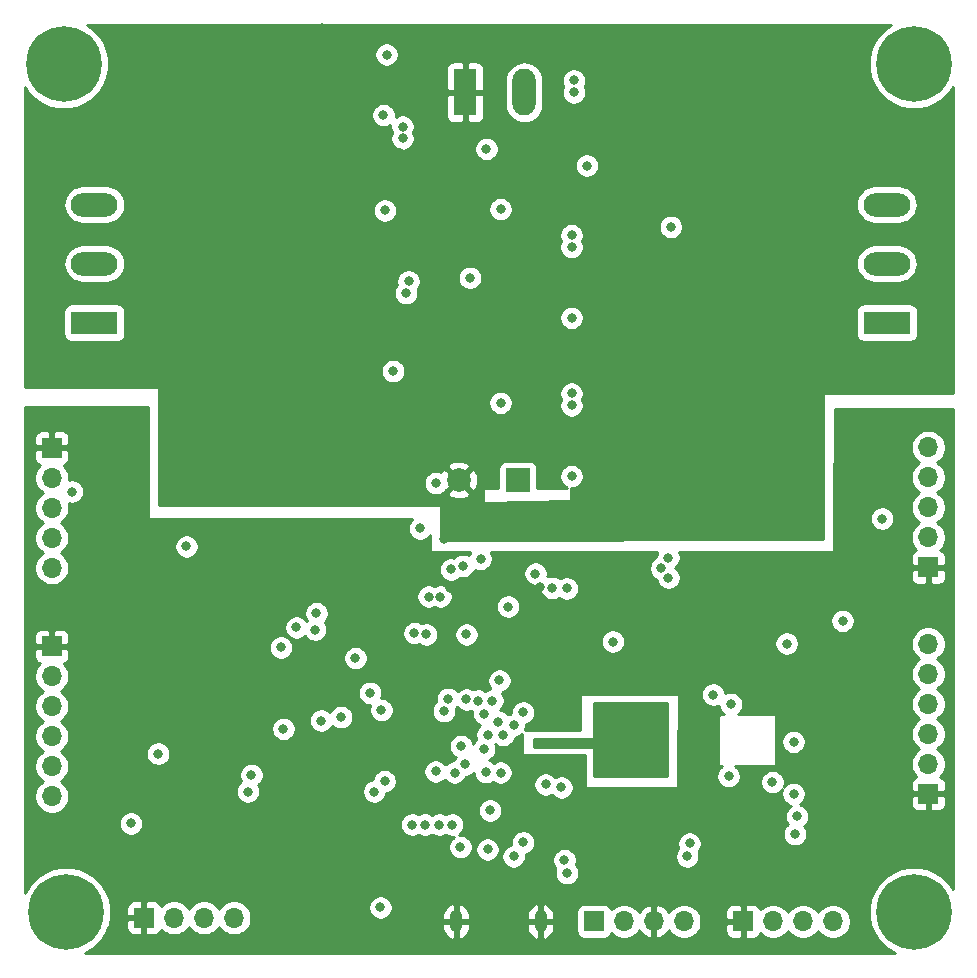
<source format=gbr>
%TF.GenerationSoftware,KiCad,Pcbnew,5.1.9-73d0e3b20d~88~ubuntu20.04.1*%
%TF.CreationDate,2021-01-12T21:49:49+00:00*%
%TF.ProjectId,driva-x2,64726976-612d-4783-922e-6b696361645f,rev?*%
%TF.SameCoordinates,Original*%
%TF.FileFunction,Copper,L4,Bot*%
%TF.FilePolarity,Positive*%
%FSLAX46Y46*%
G04 Gerber Fmt 4.6, Leading zero omitted, Abs format (unit mm)*
G04 Created by KiCad (PCBNEW 5.1.9-73d0e3b20d~88~ubuntu20.04.1) date 2021-01-12 21:49:49*
%MOMM*%
%LPD*%
G01*
G04 APERTURE LIST*
%TA.AperFunction,ComponentPad*%
%ADD10R,2.000000X2.000000*%
%TD*%
%TA.AperFunction,ComponentPad*%
%ADD11C,2.000000*%
%TD*%
%TA.AperFunction,ComponentPad*%
%ADD12C,6.400000*%
%TD*%
%TA.AperFunction,ComponentPad*%
%ADD13C,0.800000*%
%TD*%
%TA.AperFunction,ComponentPad*%
%ADD14O,1.700000X1.700000*%
%TD*%
%TA.AperFunction,ComponentPad*%
%ADD15R,1.700000X1.700000*%
%TD*%
%TA.AperFunction,ComponentPad*%
%ADD16O,1.050000X1.900000*%
%TD*%
%TA.AperFunction,ComponentPad*%
%ADD17O,3.960000X1.980000*%
%TD*%
%TA.AperFunction,ComponentPad*%
%ADD18R,3.960000X1.980000*%
%TD*%
%TA.AperFunction,ComponentPad*%
%ADD19R,1.980000X3.960000*%
%TD*%
%TA.AperFunction,ComponentPad*%
%ADD20O,1.980000X3.960000*%
%TD*%
%TA.AperFunction,ViaPad*%
%ADD21C,0.800000*%
%TD*%
%TA.AperFunction,Conductor*%
%ADD22C,0.254000*%
%TD*%
%TA.AperFunction,Conductor*%
%ADD23C,0.100000*%
%TD*%
G04 APERTURE END LIST*
D10*
%TO.P,C11,1*%
%TO.N,VCC*%
X114450000Y-69225000D03*
D11*
%TO.P,C11,2*%
%TO.N,GND*%
X109450000Y-69225000D03*
%TD*%
D12*
%TO.P,H1,1*%
%TO.N,N/C*%
X76000000Y-34000000D03*
D13*
X78400000Y-34000000D03*
X77697056Y-35697056D03*
X76000000Y-36400000D03*
X74302944Y-35697056D03*
X73600000Y-34000000D03*
X74302944Y-32302944D03*
X76000000Y-31600000D03*
X77697056Y-32302944D03*
%TD*%
%TO.P,H2,1*%
%TO.N,N/C*%
X149697056Y-32302944D03*
X148000000Y-31600000D03*
X146302944Y-32302944D03*
X145600000Y-34000000D03*
X146302944Y-35697056D03*
X148000000Y-36400000D03*
X149697056Y-35697056D03*
X150400000Y-34000000D03*
D12*
X148000000Y-34000000D03*
%TD*%
%TO.P,H3,1*%
%TO.N,N/C*%
X148000000Y-105800000D03*
D13*
X150400000Y-105800000D03*
X149697056Y-107497056D03*
X148000000Y-108200000D03*
X146302944Y-107497056D03*
X145600000Y-105800000D03*
X146302944Y-104102944D03*
X148000000Y-103400000D03*
X149697056Y-104102944D03*
%TD*%
%TO.P,H4,1*%
%TO.N,N/C*%
X77897056Y-104102944D03*
X76200000Y-103400000D03*
X74502944Y-104102944D03*
X73800000Y-105800000D03*
X74502944Y-107497056D03*
X76200000Y-108200000D03*
X77897056Y-107497056D03*
X78600000Y-105800000D03*
D12*
X76200000Y-105800000D03*
%TD*%
D14*
%TO.P,J1,5*%
%TO.N,+3V3*%
X75000000Y-76660000D03*
%TO.P,J1,4*%
%TO.N,/mcu/HALL_W1*%
X75000000Y-74120000D03*
%TO.P,J1,3*%
%TO.N,/mcu/HALL_V1*%
X75000000Y-71580000D03*
%TO.P,J1,2*%
%TO.N,/mcu/HALL_U1*%
X75000000Y-69040000D03*
D15*
%TO.P,J1,1*%
%TO.N,GND*%
X75000000Y-66500000D03*
%TD*%
%TO.P,J2,1*%
%TO.N,/mcu/SWO*%
X120900000Y-106600000D03*
D14*
%TO.P,J2,2*%
%TO.N,/mcu/SWCLK*%
X123440000Y-106600000D03*
%TO.P,J2,3*%
%TO.N,GND*%
X125980000Y-106600000D03*
%TO.P,J2,4*%
%TO.N,/mcu/SWDIO*%
X128520000Y-106600000D03*
%TD*%
D16*
%TO.P,J3,6*%
%TO.N,GND*%
X109225000Y-106600000D03*
X116375000Y-106600000D03*
%TD*%
D17*
%TO.P,J4,3*%
%TO.N,/driver-1/OUT_U*%
X78600000Y-45900000D03*
%TO.P,J4,2*%
%TO.N,/driver-1/OUT_V*%
X78600000Y-50900000D03*
D18*
%TO.P,J4,1*%
%TO.N,/driver-1/OUT_W*%
X78600000Y-55900000D03*
%TD*%
D15*
%TO.P,J5,1*%
%TO.N,GND*%
X133520000Y-106600000D03*
D14*
%TO.P,J5,2*%
%TO.N,/mcu/USART1_TX*%
X136060000Y-106600000D03*
%TO.P,J5,3*%
%TO.N,/mcu/USART1_RX*%
X138600000Y-106600000D03*
%TO.P,J5,4*%
%TO.N,+3V3*%
X141140000Y-106600000D03*
%TD*%
D18*
%TO.P,J6,1*%
%TO.N,/driver-2/OUT_W*%
X145700000Y-55900000D03*
D17*
%TO.P,J6,2*%
%TO.N,/driver-2/OUT_V*%
X145700000Y-50900000D03*
%TO.P,J6,3*%
%TO.N,/driver-2/OUT_U*%
X145700000Y-45900000D03*
%TD*%
D14*
%TO.P,J7,6*%
%TO.N,+3V3*%
X75000000Y-96000000D03*
%TO.P,J7,5*%
%TO.N,SPI3_SCLK*%
X75000000Y-93460000D03*
%TO.P,J7,4*%
%TO.N,SPI3_MISO*%
X75000000Y-90920000D03*
%TO.P,J7,3*%
%TO.N,SPI3_MOSI*%
X75000000Y-88380000D03*
%TO.P,J7,2*%
%TO.N,/mcu/SPI3_SS1*%
X75000000Y-85840000D03*
D15*
%TO.P,J7,1*%
%TO.N,GND*%
X75000000Y-83300000D03*
%TD*%
%TO.P,J8,1*%
%TO.N,GND*%
X149200000Y-95800000D03*
D14*
%TO.P,J8,2*%
%TO.N,/mcu/SPI3_SS2*%
X149200000Y-93260000D03*
%TO.P,J8,3*%
%TO.N,SPI3_MOSI*%
X149200000Y-90720000D03*
%TO.P,J8,4*%
%TO.N,SPI3_MISO*%
X149200000Y-88180000D03*
%TO.P,J8,5*%
%TO.N,SPI3_SCLK*%
X149200000Y-85640000D03*
%TO.P,J8,6*%
%TO.N,+3V3*%
X149200000Y-83100000D03*
%TD*%
D15*
%TO.P,J9,1*%
%TO.N,GND*%
X149200000Y-76620000D03*
D14*
%TO.P,J9,2*%
%TO.N,/mcu/HALL_U2*%
X149200000Y-74080000D03*
%TO.P,J9,3*%
%TO.N,/mcu/HALL_V2*%
X149200000Y-71540000D03*
%TO.P,J9,4*%
%TO.N,/mcu/HALL_W2*%
X149200000Y-69000000D03*
%TO.P,J9,5*%
%TO.N,+3V3*%
X149200000Y-66460000D03*
%TD*%
%TO.P,J10,4*%
%TO.N,+3V3*%
X90420000Y-106300000D03*
%TO.P,J10,3*%
%TO.N,/mcu/CAN_H*%
X87880000Y-106300000D03*
%TO.P,J10,2*%
%TO.N,/mcu/CAN_L*%
X85340000Y-106300000D03*
D15*
%TO.P,J10,1*%
%TO.N,GND*%
X82800000Y-106300000D03*
%TD*%
D19*
%TO.P,J11,1*%
%TO.N,GND*%
X110000000Y-36400000D03*
D20*
%TO.P,J11,2*%
%TO.N,VCC*%
X115000000Y-36400000D03*
%TD*%
D21*
%TO.N,GND*%
X132400000Y-44300000D03*
X118700000Y-88500000D03*
X113400000Y-98600000D03*
X86300000Y-89100000D03*
X99800000Y-105300000D03*
X96300000Y-104900000D03*
X100900000Y-88700000D03*
X108700000Y-78400000D03*
X126700000Y-88500000D03*
X126800000Y-86900000D03*
X128500000Y-86100000D03*
X124900000Y-85700000D03*
X124200000Y-58900000D03*
X97900000Y-30949990D03*
X104700000Y-34600000D03*
X118900000Y-39900000D03*
X118800000Y-46200000D03*
X104600000Y-62900000D03*
X101000000Y-75500000D03*
X105200000Y-77300000D03*
X115000000Y-75800000D03*
X116300000Y-78300000D03*
X119000000Y-66300000D03*
X104500000Y-41500000D03*
X104900000Y-48900000D03*
X99900000Y-56200000D03*
X103200000Y-54800000D03*
X99600000Y-69500000D03*
X98400000Y-69500000D03*
X120200000Y-73100000D03*
X118700000Y-52800000D03*
X115000000Y-94200000D03*
X116000000Y-80800000D03*
X96400000Y-67900000D03*
X96300000Y-69000000D03*
X96300000Y-66500000D03*
X97300000Y-69400000D03*
X122400000Y-59300000D03*
X126000000Y-59300000D03*
X125200000Y-58400000D03*
X123200000Y-58400000D03*
X124000000Y-44700000D03*
X125200000Y-45200000D03*
X126000000Y-45900000D03*
X124200000Y-45900000D03*
X122500000Y-46000000D03*
X123200000Y-45400000D03*
X122000000Y-32700000D03*
X122000000Y-31800000D03*
X123400000Y-31800000D03*
X124900000Y-31700000D03*
X126200000Y-31700000D03*
X126200000Y-32800000D03*
X124100000Y-32800000D03*
X96200000Y-40000000D03*
X96200000Y-41200000D03*
X96100000Y-42600000D03*
X97600000Y-42900000D03*
X99300000Y-43100000D03*
X100900000Y-43000000D03*
X96100000Y-52600000D03*
X96100000Y-54200000D03*
X96300000Y-55200000D03*
X97300000Y-56200000D03*
X98700000Y-56400000D03*
X100300000Y-57300000D03*
X120700000Y-60100000D03*
X119600000Y-60400000D03*
X120200000Y-47300000D03*
X120900000Y-46800000D03*
X104200000Y-55100000D03*
X103000000Y-41400000D03*
X122300000Y-71600000D03*
X123500000Y-71600000D03*
X86200000Y-76600000D03*
X93400000Y-77500000D03*
X94800000Y-77500000D03*
X87000000Y-91800000D03*
X81500000Y-101300000D03*
X82500000Y-102300000D03*
X101200000Y-101600000D03*
X132100000Y-104600000D03*
X108200000Y-74200000D03*
X107700000Y-75900000D03*
X79500000Y-87100000D03*
X144200000Y-93900000D03*
X122000000Y-88800000D03*
X133000000Y-57600000D03*
X78600000Y-39600000D03*
X73700000Y-51100000D03*
X78200000Y-60300000D03*
X90800000Y-57800000D03*
X89100000Y-44200000D03*
X96500000Y-62100000D03*
X95900000Y-47800000D03*
X96200000Y-35100000D03*
X127700000Y-35500000D03*
X127500000Y-39200000D03*
%TO.N,VCC*%
X106175000Y-73325000D03*
X111300000Y-75900000D03*
%TO.N,+3V3*%
X86400000Y-74850000D03*
X137800000Y-91400000D03*
X141950000Y-81150000D03*
X145300000Y-72500000D03*
X114900000Y-99900000D03*
X122500000Y-82900000D03*
X113640000Y-79940000D03*
X106700000Y-82300000D03*
X105700000Y-82200000D03*
X84000000Y-92400000D03*
X81700000Y-98300000D03*
X103180000Y-94720000D03*
X102300000Y-95600000D03*
X102812500Y-105412500D03*
X118150000Y-95250000D03*
X116800000Y-95000000D03*
X76700000Y-70200000D03*
X132300000Y-94300000D03*
%TO.N,BOOT0*%
X112100000Y-97200000D03*
X137220000Y-83080000D03*
%TO.N,/mcu/SWCLK*%
X105500000Y-98400000D03*
X91900000Y-94200000D03*
%TO.N,/mcu/SWDIO*%
X109100000Y-94000000D03*
%TO.N,/mcu/USART1_RX*%
X113000000Y-94000000D03*
X118400000Y-101400000D03*
%TO.N,/mcu/USART1_TX*%
X111750000Y-93950000D03*
X118600000Y-102500000D03*
%TO.N,/mcu/SPI3_SS1*%
X111600000Y-92000000D03*
X100700000Y-84300000D03*
%TO.N,/mcu/USB_OTG_FS_DL*%
X110000000Y-93307120D03*
X114100000Y-101100000D03*
%TO.N,/mcu/USB_OTG_FS_DM*%
X109650000Y-91750000D03*
X111900000Y-100500000D03*
%TO.N,/driver-2/SENSE_U*%
X127400000Y-47800000D03*
X113200000Y-90800000D03*
X120300000Y-42600000D03*
%TO.N,/driver-2/SENSE_V*%
X114100000Y-90000000D03*
X119000000Y-55500000D03*
%TO.N,/driver-2/SENSE_W*%
X114900000Y-88900000D03*
X119000000Y-68900000D03*
%TO.N,/driver-1/SENSE_U*%
X103350000Y-33200000D03*
X118600000Y-78400000D03*
X113000000Y-46300000D03*
%TO.N,Net-(C48-Pad1)*%
X103075000Y-38325000D03*
%TO.N,/driver-1/SENSE_V*%
X103200000Y-46400000D03*
X110400000Y-52100000D03*
X117350000Y-78350000D03*
%TO.N,/driver-1/SENSE_W*%
X103900000Y-60000000D03*
X107500000Y-93900000D03*
%TO.N,/mcu/SWO*%
X109600000Y-100300000D03*
%TO.N,SPI3_SCLK*%
X106600000Y-98400000D03*
X91600000Y-95600000D03*
X137800000Y-95800000D03*
%TO.N,SPI3_MISO*%
X108900000Y-98400000D03*
X138100000Y-97700000D03*
%TO.N,SPI3_MOSI*%
X107800000Y-98400000D03*
X137900000Y-99200000D03*
%TO.N,/driver-2/IN_U*%
X119200000Y-35400000D03*
X108200000Y-88800000D03*
%TO.N,/driver-2/EN_U*%
X119200000Y-36400000D03*
X115950000Y-77150000D03*
%TO.N,/driver-2/IN_V*%
X119000000Y-48500000D03*
X111600000Y-89000000D03*
%TO.N,/driver-2/EN_V*%
X119000000Y-49500000D03*
X101950000Y-87250000D03*
X111800000Y-41200000D03*
%TO.N,/driver-2/IN_W*%
X119000000Y-61900000D03*
X112800000Y-89700000D03*
%TO.N,/driver-2/EN_W*%
X119000000Y-62900000D03*
X108550000Y-87750000D03*
X102900000Y-88700000D03*
X113000000Y-62700000D03*
%TO.N,/driver-1/IN_U*%
X99500000Y-89300000D03*
X104700000Y-40300000D03*
%TO.N,/driver-1/EN_U*%
X104700000Y-39300000D03*
X109800000Y-76500000D03*
%TO.N,/driver-1/IN_V*%
X97800000Y-89600000D03*
X105000000Y-53400000D03*
%TO.N,/driver-1/EN_V*%
X105200000Y-52400000D03*
X108800000Y-76800000D03*
%TO.N,/driver-1/IN_W*%
X94600000Y-90300000D03*
X94400000Y-83400000D03*
%TO.N,/driver-1/EN_W*%
X110100000Y-82300000D03*
X107512954Y-69487046D03*
%TO.N,/imu/INT*%
X112900000Y-86200000D03*
X136000000Y-94800000D03*
%TO.N,/mcu/HALL_W1*%
X110100000Y-87800000D03*
X95700000Y-81700000D03*
%TO.N,/mcu/HALL_V1*%
X111100000Y-87900000D03*
X97299980Y-81900000D03*
%TO.N,/mcu/HALL_U1*%
X112300000Y-87900000D03*
X97400000Y-80500000D03*
%TO.N,/mcu/HALL_U2*%
X127200000Y-77500000D03*
X107900000Y-79100000D03*
%TO.N,/mcu/HALL_V2*%
X126600000Y-76700000D03*
X106900000Y-79100000D03*
%TO.N,/mcu/HALL_W2*%
X127200000Y-75800000D03*
X111900000Y-90800000D03*
%TO.N,/mcu/I2C1_SCL*%
X128800000Y-101100000D03*
X131000000Y-87400000D03*
%TO.N,/mcu/I2C1_SDA*%
X129000000Y-100000000D03*
X132500000Y-88200000D03*
%TD*%
D22*
%TO.N,GND*%
X145555330Y-31021161D02*
X145021161Y-31555330D01*
X144601467Y-32183446D01*
X144312377Y-32881372D01*
X144165000Y-33622285D01*
X144165000Y-34377715D01*
X144312377Y-35118628D01*
X144601467Y-35816554D01*
X145021161Y-36444670D01*
X145555330Y-36978839D01*
X146183446Y-37398533D01*
X146881372Y-37687623D01*
X147622285Y-37835000D01*
X148377715Y-37835000D01*
X149118628Y-37687623D01*
X149816554Y-37398533D01*
X150444670Y-36978839D01*
X150978839Y-36444670D01*
X151290000Y-35978985D01*
X151290000Y-61843725D01*
X140381349Y-61843725D01*
X140356573Y-61846165D01*
X140332748Y-61853392D01*
X140310792Y-61865128D01*
X140291546Y-61880922D01*
X140275752Y-61900168D01*
X140264016Y-61922124D01*
X140256789Y-61945949D01*
X140254349Y-61970725D01*
X140254349Y-74243725D01*
X138681143Y-74243725D01*
X107908349Y-74293519D01*
X107908349Y-71470725D01*
X107905909Y-71445949D01*
X107898682Y-71422124D01*
X107886946Y-71400168D01*
X107871152Y-71380922D01*
X107851906Y-71365128D01*
X107829950Y-71353392D01*
X107806125Y-71346165D01*
X107781349Y-71343725D01*
X84058349Y-71343725D01*
X84058349Y-69385107D01*
X106477954Y-69385107D01*
X106477954Y-69588985D01*
X106517728Y-69788944D01*
X106595749Y-69977302D01*
X106709017Y-70146820D01*
X106853180Y-70290983D01*
X107022698Y-70404251D01*
X107211056Y-70482272D01*
X107411015Y-70522046D01*
X107614893Y-70522046D01*
X107814852Y-70482272D01*
X108003210Y-70404251D01*
X108068818Y-70360413D01*
X108494192Y-70360413D01*
X108589956Y-70624814D01*
X108879571Y-70765704D01*
X109191108Y-70847384D01*
X109512595Y-70866718D01*
X109831675Y-70822961D01*
X110136088Y-70717795D01*
X110310044Y-70624814D01*
X110405808Y-70360413D01*
X109450000Y-69404605D01*
X108494192Y-70360413D01*
X108068818Y-70360413D01*
X108172728Y-70290983D01*
X108291327Y-70172384D01*
X108314587Y-70180808D01*
X109270395Y-69225000D01*
X109629605Y-69225000D01*
X110585413Y-70180808D01*
X110849814Y-70085044D01*
X110891185Y-70000000D01*
X111504349Y-70000000D01*
X111504349Y-71045725D01*
X111506789Y-71070501D01*
X111514016Y-71094326D01*
X111525752Y-71116282D01*
X111541546Y-71135528D01*
X111560792Y-71151322D01*
X111582748Y-71163058D01*
X111606573Y-71170285D01*
X111634435Y-71172688D01*
X118834435Y-70997688D01*
X118859145Y-70994646D01*
X118882786Y-70986842D01*
X118904451Y-70974576D01*
X118923307Y-70958319D01*
X118938629Y-70938696D01*
X118949828Y-70916460D01*
X118956474Y-70892468D01*
X118958349Y-70871036D01*
X118960478Y-70000311D01*
X118958098Y-69975528D01*
X118950929Y-69951686D01*
X118942063Y-69935000D01*
X119101939Y-69935000D01*
X119301898Y-69895226D01*
X119490256Y-69817205D01*
X119659774Y-69703937D01*
X119803937Y-69559774D01*
X119917205Y-69390256D01*
X119995226Y-69201898D01*
X120035000Y-69001939D01*
X120035000Y-68798061D01*
X119995226Y-68598102D01*
X119917205Y-68409744D01*
X119803937Y-68240226D01*
X119659774Y-68096063D01*
X119490256Y-67982795D01*
X119301898Y-67904774D01*
X119101939Y-67865000D01*
X118898061Y-67865000D01*
X118698102Y-67904774D01*
X118509744Y-67982795D01*
X118340226Y-68096063D01*
X118196063Y-68240226D01*
X118082795Y-68409744D01*
X118004774Y-68598102D01*
X117965000Y-68798061D01*
X117965000Y-69001939D01*
X118004774Y-69201898D01*
X118082795Y-69390256D01*
X118196063Y-69559774D01*
X118340226Y-69703937D01*
X118509744Y-69817205D01*
X118644444Y-69873000D01*
X116088072Y-69873000D01*
X116088072Y-68225000D01*
X116075812Y-68100518D01*
X116039502Y-67980820D01*
X115980537Y-67870506D01*
X115901185Y-67773815D01*
X115804494Y-67694463D01*
X115694180Y-67635498D01*
X115574482Y-67599188D01*
X115450000Y-67586928D01*
X113450000Y-67586928D01*
X113325518Y-67599188D01*
X113205820Y-67635498D01*
X113095506Y-67694463D01*
X112998815Y-67773815D01*
X112919463Y-67870506D01*
X112860498Y-67980820D01*
X112824188Y-68100518D01*
X112811928Y-68225000D01*
X112811928Y-69873000D01*
X111631349Y-69873000D01*
X111606573Y-69875440D01*
X111582748Y-69882667D01*
X111560792Y-69894403D01*
X111541546Y-69910197D01*
X111525752Y-69929443D01*
X111514016Y-69951399D01*
X111506789Y-69975224D01*
X111504349Y-70000000D01*
X110891185Y-70000000D01*
X110990704Y-69795429D01*
X111072384Y-69483892D01*
X111091718Y-69162405D01*
X111047961Y-68843325D01*
X110942795Y-68538912D01*
X110849814Y-68364956D01*
X110585413Y-68269192D01*
X109629605Y-69225000D01*
X109270395Y-69225000D01*
X108314587Y-68269192D01*
X108050186Y-68364956D01*
X107959352Y-68551674D01*
X107814852Y-68491820D01*
X107614893Y-68452046D01*
X107411015Y-68452046D01*
X107211056Y-68491820D01*
X107022698Y-68569841D01*
X106853180Y-68683109D01*
X106709017Y-68827272D01*
X106595749Y-68996790D01*
X106517728Y-69185148D01*
X106477954Y-69385107D01*
X84058349Y-69385107D01*
X84058349Y-68089587D01*
X108494192Y-68089587D01*
X109450000Y-69045395D01*
X110405808Y-68089587D01*
X110310044Y-67825186D01*
X110020429Y-67684296D01*
X109708892Y-67602616D01*
X109387405Y-67583282D01*
X109068325Y-67627039D01*
X108763912Y-67732205D01*
X108589956Y-67825186D01*
X108494192Y-68089587D01*
X84058349Y-68089587D01*
X84058349Y-62598061D01*
X111965000Y-62598061D01*
X111965000Y-62801939D01*
X112004774Y-63001898D01*
X112082795Y-63190256D01*
X112196063Y-63359774D01*
X112340226Y-63503937D01*
X112509744Y-63617205D01*
X112698102Y-63695226D01*
X112898061Y-63735000D01*
X113101939Y-63735000D01*
X113301898Y-63695226D01*
X113490256Y-63617205D01*
X113659774Y-63503937D01*
X113803937Y-63359774D01*
X113917205Y-63190256D01*
X113995226Y-63001898D01*
X114035000Y-62801939D01*
X114035000Y-62598061D01*
X113995226Y-62398102D01*
X113917205Y-62209744D01*
X113803937Y-62040226D01*
X113659774Y-61896063D01*
X113513104Y-61798061D01*
X117965000Y-61798061D01*
X117965000Y-62001939D01*
X118004774Y-62201898D01*
X118082795Y-62390256D01*
X118089306Y-62400000D01*
X118082795Y-62409744D01*
X118004774Y-62598102D01*
X117965000Y-62798061D01*
X117965000Y-63001939D01*
X118004774Y-63201898D01*
X118082795Y-63390256D01*
X118196063Y-63559774D01*
X118340226Y-63703937D01*
X118509744Y-63817205D01*
X118698102Y-63895226D01*
X118898061Y-63935000D01*
X119101939Y-63935000D01*
X119301898Y-63895226D01*
X119490256Y-63817205D01*
X119659774Y-63703937D01*
X119803937Y-63559774D01*
X119917205Y-63390256D01*
X119995226Y-63201898D01*
X120035000Y-63001939D01*
X120035000Y-62798061D01*
X119995226Y-62598102D01*
X119917205Y-62409744D01*
X119910694Y-62400000D01*
X119917205Y-62390256D01*
X119995226Y-62201898D01*
X120035000Y-62001939D01*
X120035000Y-61798061D01*
X119995226Y-61598102D01*
X119917205Y-61409744D01*
X119803937Y-61240226D01*
X119659774Y-61096063D01*
X119490256Y-60982795D01*
X119301898Y-60904774D01*
X119101939Y-60865000D01*
X118898061Y-60865000D01*
X118698102Y-60904774D01*
X118509744Y-60982795D01*
X118340226Y-61096063D01*
X118196063Y-61240226D01*
X118082795Y-61409744D01*
X118004774Y-61598102D01*
X117965000Y-61798061D01*
X113513104Y-61798061D01*
X113490256Y-61782795D01*
X113301898Y-61704774D01*
X113101939Y-61665000D01*
X112898061Y-61665000D01*
X112698102Y-61704774D01*
X112509744Y-61782795D01*
X112340226Y-61896063D01*
X112196063Y-62040226D01*
X112082795Y-62209744D01*
X112004774Y-62398102D01*
X111965000Y-62598061D01*
X84058349Y-62598061D01*
X84058349Y-61500000D01*
X84055909Y-61475224D01*
X84048682Y-61451399D01*
X84036946Y-61429443D01*
X84021152Y-61410197D01*
X84001906Y-61394403D01*
X83979950Y-61382667D01*
X83956125Y-61375440D01*
X83931349Y-61373000D01*
X72710000Y-61373000D01*
X72710000Y-59898061D01*
X102865000Y-59898061D01*
X102865000Y-60101939D01*
X102904774Y-60301898D01*
X102982795Y-60490256D01*
X103096063Y-60659774D01*
X103240226Y-60803937D01*
X103409744Y-60917205D01*
X103598102Y-60995226D01*
X103798061Y-61035000D01*
X104001939Y-61035000D01*
X104201898Y-60995226D01*
X104390256Y-60917205D01*
X104559774Y-60803937D01*
X104703937Y-60659774D01*
X104817205Y-60490256D01*
X104895226Y-60301898D01*
X104935000Y-60101939D01*
X104935000Y-59898061D01*
X104895226Y-59698102D01*
X104817205Y-59509744D01*
X104703937Y-59340226D01*
X104559774Y-59196063D01*
X104390256Y-59082795D01*
X104201898Y-59004774D01*
X104001939Y-58965000D01*
X103798061Y-58965000D01*
X103598102Y-59004774D01*
X103409744Y-59082795D01*
X103240226Y-59196063D01*
X103096063Y-59340226D01*
X102982795Y-59509744D01*
X102904774Y-59698102D01*
X102865000Y-59898061D01*
X72710000Y-59898061D01*
X72710000Y-54910000D01*
X75981928Y-54910000D01*
X75981928Y-56890000D01*
X75994188Y-57014482D01*
X76030498Y-57134180D01*
X76089463Y-57244494D01*
X76168815Y-57341185D01*
X76265506Y-57420537D01*
X76375820Y-57479502D01*
X76495518Y-57515812D01*
X76620000Y-57528072D01*
X80580000Y-57528072D01*
X80704482Y-57515812D01*
X80824180Y-57479502D01*
X80934494Y-57420537D01*
X81031185Y-57341185D01*
X81110537Y-57244494D01*
X81169502Y-57134180D01*
X81205812Y-57014482D01*
X81218072Y-56890000D01*
X81218072Y-55398061D01*
X117965000Y-55398061D01*
X117965000Y-55601939D01*
X118004774Y-55801898D01*
X118082795Y-55990256D01*
X118196063Y-56159774D01*
X118340226Y-56303937D01*
X118509744Y-56417205D01*
X118698102Y-56495226D01*
X118898061Y-56535000D01*
X119101939Y-56535000D01*
X119301898Y-56495226D01*
X119490256Y-56417205D01*
X119659774Y-56303937D01*
X119803937Y-56159774D01*
X119917205Y-55990256D01*
X119995226Y-55801898D01*
X120035000Y-55601939D01*
X120035000Y-55398061D01*
X119995226Y-55198102D01*
X119917205Y-55009744D01*
X119850559Y-54910000D01*
X143081928Y-54910000D01*
X143081928Y-56890000D01*
X143094188Y-57014482D01*
X143130498Y-57134180D01*
X143189463Y-57244494D01*
X143268815Y-57341185D01*
X143365506Y-57420537D01*
X143475820Y-57479502D01*
X143595518Y-57515812D01*
X143720000Y-57528072D01*
X147680000Y-57528072D01*
X147804482Y-57515812D01*
X147924180Y-57479502D01*
X148034494Y-57420537D01*
X148131185Y-57341185D01*
X148210537Y-57244494D01*
X148269502Y-57134180D01*
X148305812Y-57014482D01*
X148318072Y-56890000D01*
X148318072Y-54910000D01*
X148305812Y-54785518D01*
X148269502Y-54665820D01*
X148210537Y-54555506D01*
X148131185Y-54458815D01*
X148034494Y-54379463D01*
X147924180Y-54320498D01*
X147804482Y-54284188D01*
X147680000Y-54271928D01*
X143720000Y-54271928D01*
X143595518Y-54284188D01*
X143475820Y-54320498D01*
X143365506Y-54379463D01*
X143268815Y-54458815D01*
X143189463Y-54555506D01*
X143130498Y-54665820D01*
X143094188Y-54785518D01*
X143081928Y-54910000D01*
X119850559Y-54910000D01*
X119803937Y-54840226D01*
X119659774Y-54696063D01*
X119490256Y-54582795D01*
X119301898Y-54504774D01*
X119101939Y-54465000D01*
X118898061Y-54465000D01*
X118698102Y-54504774D01*
X118509744Y-54582795D01*
X118340226Y-54696063D01*
X118196063Y-54840226D01*
X118082795Y-55009744D01*
X118004774Y-55198102D01*
X117965000Y-55398061D01*
X81218072Y-55398061D01*
X81218072Y-54910000D01*
X81205812Y-54785518D01*
X81169502Y-54665820D01*
X81110537Y-54555506D01*
X81031185Y-54458815D01*
X80934494Y-54379463D01*
X80824180Y-54320498D01*
X80704482Y-54284188D01*
X80580000Y-54271928D01*
X76620000Y-54271928D01*
X76495518Y-54284188D01*
X76375820Y-54320498D01*
X76265506Y-54379463D01*
X76168815Y-54458815D01*
X76089463Y-54555506D01*
X76030498Y-54665820D01*
X75994188Y-54785518D01*
X75981928Y-54910000D01*
X72710000Y-54910000D01*
X72710000Y-53298061D01*
X103965000Y-53298061D01*
X103965000Y-53501939D01*
X104004774Y-53701898D01*
X104082795Y-53890256D01*
X104196063Y-54059774D01*
X104340226Y-54203937D01*
X104509744Y-54317205D01*
X104698102Y-54395226D01*
X104898061Y-54435000D01*
X105101939Y-54435000D01*
X105301898Y-54395226D01*
X105490256Y-54317205D01*
X105659774Y-54203937D01*
X105803937Y-54059774D01*
X105917205Y-53890256D01*
X105995226Y-53701898D01*
X106035000Y-53501939D01*
X106035000Y-53298061D01*
X105995226Y-53098102D01*
X105986551Y-53077160D01*
X106003937Y-53059774D01*
X106117205Y-52890256D01*
X106195226Y-52701898D01*
X106235000Y-52501939D01*
X106235000Y-52298061D01*
X106195226Y-52098102D01*
X106153788Y-51998061D01*
X109365000Y-51998061D01*
X109365000Y-52201939D01*
X109404774Y-52401898D01*
X109482795Y-52590256D01*
X109596063Y-52759774D01*
X109740226Y-52903937D01*
X109909744Y-53017205D01*
X110098102Y-53095226D01*
X110298061Y-53135000D01*
X110501939Y-53135000D01*
X110701898Y-53095226D01*
X110890256Y-53017205D01*
X111059774Y-52903937D01*
X111203937Y-52759774D01*
X111317205Y-52590256D01*
X111395226Y-52401898D01*
X111435000Y-52201939D01*
X111435000Y-51998061D01*
X111395226Y-51798102D01*
X111317205Y-51609744D01*
X111203937Y-51440226D01*
X111059774Y-51296063D01*
X110890256Y-51182795D01*
X110701898Y-51104774D01*
X110501939Y-51065000D01*
X110298061Y-51065000D01*
X110098102Y-51104774D01*
X109909744Y-51182795D01*
X109740226Y-51296063D01*
X109596063Y-51440226D01*
X109482795Y-51609744D01*
X109404774Y-51798102D01*
X109365000Y-51998061D01*
X106153788Y-51998061D01*
X106117205Y-51909744D01*
X106003937Y-51740226D01*
X105859774Y-51596063D01*
X105690256Y-51482795D01*
X105501898Y-51404774D01*
X105301939Y-51365000D01*
X105098061Y-51365000D01*
X104898102Y-51404774D01*
X104709744Y-51482795D01*
X104540226Y-51596063D01*
X104396063Y-51740226D01*
X104282795Y-51909744D01*
X104204774Y-52098102D01*
X104165000Y-52298061D01*
X104165000Y-52501939D01*
X104204774Y-52701898D01*
X104213449Y-52722840D01*
X104196063Y-52740226D01*
X104082795Y-52909744D01*
X104004774Y-53098102D01*
X103965000Y-53298061D01*
X72710000Y-53298061D01*
X72710000Y-50900000D01*
X75977138Y-50900000D01*
X76008513Y-51218556D01*
X76101432Y-51524869D01*
X76252325Y-51807170D01*
X76455392Y-52054608D01*
X76702830Y-52257675D01*
X76985131Y-52408568D01*
X77291444Y-52501487D01*
X77530176Y-52525000D01*
X79669824Y-52525000D01*
X79908556Y-52501487D01*
X80214869Y-52408568D01*
X80497170Y-52257675D01*
X80744608Y-52054608D01*
X80947675Y-51807170D01*
X81098568Y-51524869D01*
X81191487Y-51218556D01*
X81222862Y-50900000D01*
X143077138Y-50900000D01*
X143108513Y-51218556D01*
X143201432Y-51524869D01*
X143352325Y-51807170D01*
X143555392Y-52054608D01*
X143802830Y-52257675D01*
X144085131Y-52408568D01*
X144391444Y-52501487D01*
X144630176Y-52525000D01*
X146769824Y-52525000D01*
X147008556Y-52501487D01*
X147314869Y-52408568D01*
X147597170Y-52257675D01*
X147844608Y-52054608D01*
X148047675Y-51807170D01*
X148198568Y-51524869D01*
X148291487Y-51218556D01*
X148322862Y-50900000D01*
X148291487Y-50581444D01*
X148198568Y-50275131D01*
X148047675Y-49992830D01*
X147844608Y-49745392D01*
X147597170Y-49542325D01*
X147314869Y-49391432D01*
X147008556Y-49298513D01*
X146769824Y-49275000D01*
X144630176Y-49275000D01*
X144391444Y-49298513D01*
X144085131Y-49391432D01*
X143802830Y-49542325D01*
X143555392Y-49745392D01*
X143352325Y-49992830D01*
X143201432Y-50275131D01*
X143108513Y-50581444D01*
X143077138Y-50900000D01*
X81222862Y-50900000D01*
X81191487Y-50581444D01*
X81098568Y-50275131D01*
X80947675Y-49992830D01*
X80744608Y-49745392D01*
X80497170Y-49542325D01*
X80214869Y-49391432D01*
X79908556Y-49298513D01*
X79669824Y-49275000D01*
X77530176Y-49275000D01*
X77291444Y-49298513D01*
X76985131Y-49391432D01*
X76702830Y-49542325D01*
X76455392Y-49745392D01*
X76252325Y-49992830D01*
X76101432Y-50275131D01*
X76008513Y-50581444D01*
X75977138Y-50900000D01*
X72710000Y-50900000D01*
X72710000Y-48398061D01*
X117965000Y-48398061D01*
X117965000Y-48601939D01*
X118004774Y-48801898D01*
X118082795Y-48990256D01*
X118089306Y-49000000D01*
X118082795Y-49009744D01*
X118004774Y-49198102D01*
X117965000Y-49398061D01*
X117965000Y-49601939D01*
X118004774Y-49801898D01*
X118082795Y-49990256D01*
X118196063Y-50159774D01*
X118340226Y-50303937D01*
X118509744Y-50417205D01*
X118698102Y-50495226D01*
X118898061Y-50535000D01*
X119101939Y-50535000D01*
X119301898Y-50495226D01*
X119490256Y-50417205D01*
X119659774Y-50303937D01*
X119803937Y-50159774D01*
X119917205Y-49990256D01*
X119995226Y-49801898D01*
X120035000Y-49601939D01*
X120035000Y-49398061D01*
X119995226Y-49198102D01*
X119917205Y-49009744D01*
X119910694Y-49000000D01*
X119917205Y-48990256D01*
X119995226Y-48801898D01*
X120035000Y-48601939D01*
X120035000Y-48398061D01*
X119995226Y-48198102D01*
X119917205Y-48009744D01*
X119803937Y-47840226D01*
X119661772Y-47698061D01*
X126365000Y-47698061D01*
X126365000Y-47901939D01*
X126404774Y-48101898D01*
X126482795Y-48290256D01*
X126596063Y-48459774D01*
X126740226Y-48603937D01*
X126909744Y-48717205D01*
X127098102Y-48795226D01*
X127298061Y-48835000D01*
X127501939Y-48835000D01*
X127701898Y-48795226D01*
X127890256Y-48717205D01*
X128059774Y-48603937D01*
X128203937Y-48459774D01*
X128317205Y-48290256D01*
X128395226Y-48101898D01*
X128435000Y-47901939D01*
X128435000Y-47698061D01*
X128395226Y-47498102D01*
X128317205Y-47309744D01*
X128203937Y-47140226D01*
X128059774Y-46996063D01*
X127890256Y-46882795D01*
X127701898Y-46804774D01*
X127501939Y-46765000D01*
X127298061Y-46765000D01*
X127098102Y-46804774D01*
X126909744Y-46882795D01*
X126740226Y-46996063D01*
X126596063Y-47140226D01*
X126482795Y-47309744D01*
X126404774Y-47498102D01*
X126365000Y-47698061D01*
X119661772Y-47698061D01*
X119659774Y-47696063D01*
X119490256Y-47582795D01*
X119301898Y-47504774D01*
X119101939Y-47465000D01*
X118898061Y-47465000D01*
X118698102Y-47504774D01*
X118509744Y-47582795D01*
X118340226Y-47696063D01*
X118196063Y-47840226D01*
X118082795Y-48009744D01*
X118004774Y-48198102D01*
X117965000Y-48398061D01*
X72710000Y-48398061D01*
X72710000Y-45900000D01*
X75977138Y-45900000D01*
X76008513Y-46218556D01*
X76101432Y-46524869D01*
X76252325Y-46807170D01*
X76455392Y-47054608D01*
X76702830Y-47257675D01*
X76985131Y-47408568D01*
X77291444Y-47501487D01*
X77530176Y-47525000D01*
X79669824Y-47525000D01*
X79908556Y-47501487D01*
X80214869Y-47408568D01*
X80497170Y-47257675D01*
X80744608Y-47054608D01*
X80947675Y-46807170D01*
X81098568Y-46524869D01*
X81167369Y-46298061D01*
X102165000Y-46298061D01*
X102165000Y-46501939D01*
X102204774Y-46701898D01*
X102282795Y-46890256D01*
X102396063Y-47059774D01*
X102540226Y-47203937D01*
X102709744Y-47317205D01*
X102898102Y-47395226D01*
X103098061Y-47435000D01*
X103301939Y-47435000D01*
X103501898Y-47395226D01*
X103690256Y-47317205D01*
X103859774Y-47203937D01*
X104003937Y-47059774D01*
X104117205Y-46890256D01*
X104195226Y-46701898D01*
X104235000Y-46501939D01*
X104235000Y-46298061D01*
X104215109Y-46198061D01*
X111965000Y-46198061D01*
X111965000Y-46401939D01*
X112004774Y-46601898D01*
X112082795Y-46790256D01*
X112196063Y-46959774D01*
X112340226Y-47103937D01*
X112509744Y-47217205D01*
X112698102Y-47295226D01*
X112898061Y-47335000D01*
X113101939Y-47335000D01*
X113301898Y-47295226D01*
X113490256Y-47217205D01*
X113659774Y-47103937D01*
X113803937Y-46959774D01*
X113917205Y-46790256D01*
X113995226Y-46601898D01*
X114035000Y-46401939D01*
X114035000Y-46198061D01*
X113995226Y-45998102D01*
X113954591Y-45900000D01*
X143077138Y-45900000D01*
X143108513Y-46218556D01*
X143201432Y-46524869D01*
X143352325Y-46807170D01*
X143555392Y-47054608D01*
X143802830Y-47257675D01*
X144085131Y-47408568D01*
X144391444Y-47501487D01*
X144630176Y-47525000D01*
X146769824Y-47525000D01*
X147008556Y-47501487D01*
X147314869Y-47408568D01*
X147597170Y-47257675D01*
X147844608Y-47054608D01*
X148047675Y-46807170D01*
X148198568Y-46524869D01*
X148291487Y-46218556D01*
X148322862Y-45900000D01*
X148291487Y-45581444D01*
X148198568Y-45275131D01*
X148047675Y-44992830D01*
X147844608Y-44745392D01*
X147597170Y-44542325D01*
X147314869Y-44391432D01*
X147008556Y-44298513D01*
X146769824Y-44275000D01*
X144630176Y-44275000D01*
X144391444Y-44298513D01*
X144085131Y-44391432D01*
X143802830Y-44542325D01*
X143555392Y-44745392D01*
X143352325Y-44992830D01*
X143201432Y-45275131D01*
X143108513Y-45581444D01*
X143077138Y-45900000D01*
X113954591Y-45900000D01*
X113917205Y-45809744D01*
X113803937Y-45640226D01*
X113659774Y-45496063D01*
X113490256Y-45382795D01*
X113301898Y-45304774D01*
X113101939Y-45265000D01*
X112898061Y-45265000D01*
X112698102Y-45304774D01*
X112509744Y-45382795D01*
X112340226Y-45496063D01*
X112196063Y-45640226D01*
X112082795Y-45809744D01*
X112004774Y-45998102D01*
X111965000Y-46198061D01*
X104215109Y-46198061D01*
X104195226Y-46098102D01*
X104117205Y-45909744D01*
X104003937Y-45740226D01*
X103859774Y-45596063D01*
X103690256Y-45482795D01*
X103501898Y-45404774D01*
X103301939Y-45365000D01*
X103098061Y-45365000D01*
X102898102Y-45404774D01*
X102709744Y-45482795D01*
X102540226Y-45596063D01*
X102396063Y-45740226D01*
X102282795Y-45909744D01*
X102204774Y-46098102D01*
X102165000Y-46298061D01*
X81167369Y-46298061D01*
X81191487Y-46218556D01*
X81222862Y-45900000D01*
X81191487Y-45581444D01*
X81098568Y-45275131D01*
X80947675Y-44992830D01*
X80744608Y-44745392D01*
X80497170Y-44542325D01*
X80214869Y-44391432D01*
X79908556Y-44298513D01*
X79669824Y-44275000D01*
X77530176Y-44275000D01*
X77291444Y-44298513D01*
X76985131Y-44391432D01*
X76702830Y-44542325D01*
X76455392Y-44745392D01*
X76252325Y-44992830D01*
X76101432Y-45275131D01*
X76008513Y-45581444D01*
X75977138Y-45900000D01*
X72710000Y-45900000D01*
X72710000Y-42498061D01*
X119265000Y-42498061D01*
X119265000Y-42701939D01*
X119304774Y-42901898D01*
X119382795Y-43090256D01*
X119496063Y-43259774D01*
X119640226Y-43403937D01*
X119809744Y-43517205D01*
X119998102Y-43595226D01*
X120198061Y-43635000D01*
X120401939Y-43635000D01*
X120601898Y-43595226D01*
X120790256Y-43517205D01*
X120959774Y-43403937D01*
X121103937Y-43259774D01*
X121217205Y-43090256D01*
X121295226Y-42901898D01*
X121335000Y-42701939D01*
X121335000Y-42498061D01*
X121295226Y-42298102D01*
X121217205Y-42109744D01*
X121103937Y-41940226D01*
X120959774Y-41796063D01*
X120790256Y-41682795D01*
X120601898Y-41604774D01*
X120401939Y-41565000D01*
X120198061Y-41565000D01*
X119998102Y-41604774D01*
X119809744Y-41682795D01*
X119640226Y-41796063D01*
X119496063Y-41940226D01*
X119382795Y-42109744D01*
X119304774Y-42298102D01*
X119265000Y-42498061D01*
X72710000Y-42498061D01*
X72710000Y-38223061D01*
X102040000Y-38223061D01*
X102040000Y-38426939D01*
X102079774Y-38626898D01*
X102157795Y-38815256D01*
X102271063Y-38984774D01*
X102415226Y-39128937D01*
X102584744Y-39242205D01*
X102773102Y-39320226D01*
X102973061Y-39360000D01*
X103176939Y-39360000D01*
X103376898Y-39320226D01*
X103565256Y-39242205D01*
X103670162Y-39172109D01*
X103665000Y-39198061D01*
X103665000Y-39401939D01*
X103704774Y-39601898D01*
X103782795Y-39790256D01*
X103789306Y-39800000D01*
X103782795Y-39809744D01*
X103704774Y-39998102D01*
X103665000Y-40198061D01*
X103665000Y-40401939D01*
X103704774Y-40601898D01*
X103782795Y-40790256D01*
X103896063Y-40959774D01*
X104040226Y-41103937D01*
X104209744Y-41217205D01*
X104398102Y-41295226D01*
X104598061Y-41335000D01*
X104801939Y-41335000D01*
X105001898Y-41295226D01*
X105190256Y-41217205D01*
X105359774Y-41103937D01*
X105365650Y-41098061D01*
X110765000Y-41098061D01*
X110765000Y-41301939D01*
X110804774Y-41501898D01*
X110882795Y-41690256D01*
X110996063Y-41859774D01*
X111140226Y-42003937D01*
X111309744Y-42117205D01*
X111498102Y-42195226D01*
X111698061Y-42235000D01*
X111901939Y-42235000D01*
X112101898Y-42195226D01*
X112290256Y-42117205D01*
X112459774Y-42003937D01*
X112603937Y-41859774D01*
X112717205Y-41690256D01*
X112795226Y-41501898D01*
X112835000Y-41301939D01*
X112835000Y-41098061D01*
X112795226Y-40898102D01*
X112717205Y-40709744D01*
X112603937Y-40540226D01*
X112459774Y-40396063D01*
X112290256Y-40282795D01*
X112101898Y-40204774D01*
X111901939Y-40165000D01*
X111698061Y-40165000D01*
X111498102Y-40204774D01*
X111309744Y-40282795D01*
X111140226Y-40396063D01*
X110996063Y-40540226D01*
X110882795Y-40709744D01*
X110804774Y-40898102D01*
X110765000Y-41098061D01*
X105365650Y-41098061D01*
X105503937Y-40959774D01*
X105617205Y-40790256D01*
X105695226Y-40601898D01*
X105735000Y-40401939D01*
X105735000Y-40198061D01*
X105695226Y-39998102D01*
X105617205Y-39809744D01*
X105610694Y-39800000D01*
X105617205Y-39790256D01*
X105695226Y-39601898D01*
X105735000Y-39401939D01*
X105735000Y-39198061D01*
X105695226Y-38998102D01*
X105617205Y-38809744D01*
X105503937Y-38640226D01*
X105359774Y-38496063D01*
X105190256Y-38382795D01*
X105183509Y-38380000D01*
X108371928Y-38380000D01*
X108384188Y-38504482D01*
X108420498Y-38624180D01*
X108479463Y-38734494D01*
X108558815Y-38831185D01*
X108655506Y-38910537D01*
X108765820Y-38969502D01*
X108885518Y-39005812D01*
X109010000Y-39018072D01*
X109714250Y-39015000D01*
X109873000Y-38856250D01*
X109873000Y-36527000D01*
X110127000Y-36527000D01*
X110127000Y-38856250D01*
X110285750Y-39015000D01*
X110990000Y-39018072D01*
X111114482Y-39005812D01*
X111234180Y-38969502D01*
X111344494Y-38910537D01*
X111441185Y-38831185D01*
X111520537Y-38734494D01*
X111579502Y-38624180D01*
X111615812Y-38504482D01*
X111628072Y-38380000D01*
X111625000Y-36685750D01*
X111466250Y-36527000D01*
X110127000Y-36527000D01*
X109873000Y-36527000D01*
X108533750Y-36527000D01*
X108375000Y-36685750D01*
X108371928Y-38380000D01*
X105183509Y-38380000D01*
X105001898Y-38304774D01*
X104801939Y-38265000D01*
X104598061Y-38265000D01*
X104398102Y-38304774D01*
X104209744Y-38382795D01*
X104104838Y-38452891D01*
X104110000Y-38426939D01*
X104110000Y-38223061D01*
X104070226Y-38023102D01*
X103992205Y-37834744D01*
X103878937Y-37665226D01*
X103734774Y-37521063D01*
X103565256Y-37407795D01*
X103376898Y-37329774D01*
X103176939Y-37290000D01*
X102973061Y-37290000D01*
X102773102Y-37329774D01*
X102584744Y-37407795D01*
X102415226Y-37521063D01*
X102271063Y-37665226D01*
X102157795Y-37834744D01*
X102079774Y-38023102D01*
X102040000Y-38223061D01*
X72710000Y-38223061D01*
X72710000Y-35978985D01*
X73021161Y-36444670D01*
X73555330Y-36978839D01*
X74183446Y-37398533D01*
X74881372Y-37687623D01*
X75622285Y-37835000D01*
X76377715Y-37835000D01*
X77118628Y-37687623D01*
X77816554Y-37398533D01*
X78444670Y-36978839D01*
X78978839Y-36444670D01*
X79398533Y-35816554D01*
X79687623Y-35118628D01*
X79826588Y-34420000D01*
X108371928Y-34420000D01*
X108375000Y-36114250D01*
X108533750Y-36273000D01*
X109873000Y-36273000D01*
X109873000Y-33943750D01*
X110127000Y-33943750D01*
X110127000Y-36273000D01*
X111466250Y-36273000D01*
X111625000Y-36114250D01*
X111626421Y-35330177D01*
X113375000Y-35330177D01*
X113375001Y-37469824D01*
X113398514Y-37708556D01*
X113491433Y-38014869D01*
X113642326Y-38297170D01*
X113845393Y-38544608D01*
X114092831Y-38747675D01*
X114375132Y-38898568D01*
X114681445Y-38991487D01*
X115000000Y-39022862D01*
X115318556Y-38991487D01*
X115624869Y-38898568D01*
X115907170Y-38747675D01*
X116154608Y-38544608D01*
X116357675Y-38297170D01*
X116508568Y-38014869D01*
X116601487Y-37708556D01*
X116625000Y-37469824D01*
X116625000Y-35330176D01*
X116621837Y-35298061D01*
X118165000Y-35298061D01*
X118165000Y-35501939D01*
X118204774Y-35701898D01*
X118282795Y-35890256D01*
X118289306Y-35900000D01*
X118282795Y-35909744D01*
X118204774Y-36098102D01*
X118165000Y-36298061D01*
X118165000Y-36501939D01*
X118204774Y-36701898D01*
X118282795Y-36890256D01*
X118396063Y-37059774D01*
X118540226Y-37203937D01*
X118709744Y-37317205D01*
X118898102Y-37395226D01*
X119098061Y-37435000D01*
X119301939Y-37435000D01*
X119501898Y-37395226D01*
X119690256Y-37317205D01*
X119859774Y-37203937D01*
X120003937Y-37059774D01*
X120117205Y-36890256D01*
X120195226Y-36701898D01*
X120235000Y-36501939D01*
X120235000Y-36298061D01*
X120195226Y-36098102D01*
X120117205Y-35909744D01*
X120110694Y-35900000D01*
X120117205Y-35890256D01*
X120195226Y-35701898D01*
X120235000Y-35501939D01*
X120235000Y-35298061D01*
X120195226Y-35098102D01*
X120117205Y-34909744D01*
X120003937Y-34740226D01*
X119859774Y-34596063D01*
X119690256Y-34482795D01*
X119501898Y-34404774D01*
X119301939Y-34365000D01*
X119098061Y-34365000D01*
X118898102Y-34404774D01*
X118709744Y-34482795D01*
X118540226Y-34596063D01*
X118396063Y-34740226D01*
X118282795Y-34909744D01*
X118204774Y-35098102D01*
X118165000Y-35298061D01*
X116621837Y-35298061D01*
X116601487Y-35091444D01*
X116508568Y-34785131D01*
X116357675Y-34502830D01*
X116154608Y-34255392D01*
X115907169Y-34052325D01*
X115624868Y-33901432D01*
X115318555Y-33808513D01*
X115000000Y-33777138D01*
X114681444Y-33808513D01*
X114375131Y-33901432D01*
X114092830Y-34052325D01*
X113845392Y-34255392D01*
X113642325Y-34502831D01*
X113491432Y-34785132D01*
X113398513Y-35091445D01*
X113375000Y-35330177D01*
X111626421Y-35330177D01*
X111628072Y-34420000D01*
X111615812Y-34295518D01*
X111579502Y-34175820D01*
X111520537Y-34065506D01*
X111441185Y-33968815D01*
X111344494Y-33889463D01*
X111234180Y-33830498D01*
X111114482Y-33794188D01*
X110990000Y-33781928D01*
X110285750Y-33785000D01*
X110127000Y-33943750D01*
X109873000Y-33943750D01*
X109714250Y-33785000D01*
X109010000Y-33781928D01*
X108885518Y-33794188D01*
X108765820Y-33830498D01*
X108655506Y-33889463D01*
X108558815Y-33968815D01*
X108479463Y-34065506D01*
X108420498Y-34175820D01*
X108384188Y-34295518D01*
X108371928Y-34420000D01*
X79826588Y-34420000D01*
X79835000Y-34377715D01*
X79835000Y-33622285D01*
X79730726Y-33098061D01*
X102315000Y-33098061D01*
X102315000Y-33301939D01*
X102354774Y-33501898D01*
X102432795Y-33690256D01*
X102546063Y-33859774D01*
X102690226Y-34003937D01*
X102859744Y-34117205D01*
X103048102Y-34195226D01*
X103248061Y-34235000D01*
X103451939Y-34235000D01*
X103651898Y-34195226D01*
X103840256Y-34117205D01*
X104009774Y-34003937D01*
X104153937Y-33859774D01*
X104267205Y-33690256D01*
X104345226Y-33501898D01*
X104385000Y-33301939D01*
X104385000Y-33098061D01*
X104345226Y-32898102D01*
X104267205Y-32709744D01*
X104153937Y-32540226D01*
X104009774Y-32396063D01*
X103840256Y-32282795D01*
X103651898Y-32204774D01*
X103451939Y-32165000D01*
X103248061Y-32165000D01*
X103048102Y-32204774D01*
X102859744Y-32282795D01*
X102690226Y-32396063D01*
X102546063Y-32540226D01*
X102432795Y-32709744D01*
X102354774Y-32898102D01*
X102315000Y-33098061D01*
X79730726Y-33098061D01*
X79687623Y-32881372D01*
X79398533Y-32183446D01*
X78978839Y-31555330D01*
X78444670Y-31021161D01*
X77978985Y-30710000D01*
X146021015Y-30710000D01*
X145555330Y-31021161D01*
%TA.AperFunction,Conductor*%
D23*
G36*
X145555330Y-31021161D02*
G01*
X145021161Y-31555330D01*
X144601467Y-32183446D01*
X144312377Y-32881372D01*
X144165000Y-33622285D01*
X144165000Y-34377715D01*
X144312377Y-35118628D01*
X144601467Y-35816554D01*
X145021161Y-36444670D01*
X145555330Y-36978839D01*
X146183446Y-37398533D01*
X146881372Y-37687623D01*
X147622285Y-37835000D01*
X148377715Y-37835000D01*
X149118628Y-37687623D01*
X149816554Y-37398533D01*
X150444670Y-36978839D01*
X150978839Y-36444670D01*
X151290000Y-35978985D01*
X151290000Y-61843725D01*
X140381349Y-61843725D01*
X140356573Y-61846165D01*
X140332748Y-61853392D01*
X140310792Y-61865128D01*
X140291546Y-61880922D01*
X140275752Y-61900168D01*
X140264016Y-61922124D01*
X140256789Y-61945949D01*
X140254349Y-61970725D01*
X140254349Y-74243725D01*
X138681143Y-74243725D01*
X107908349Y-74293519D01*
X107908349Y-71470725D01*
X107905909Y-71445949D01*
X107898682Y-71422124D01*
X107886946Y-71400168D01*
X107871152Y-71380922D01*
X107851906Y-71365128D01*
X107829950Y-71353392D01*
X107806125Y-71346165D01*
X107781349Y-71343725D01*
X84058349Y-71343725D01*
X84058349Y-69385107D01*
X106477954Y-69385107D01*
X106477954Y-69588985D01*
X106517728Y-69788944D01*
X106595749Y-69977302D01*
X106709017Y-70146820D01*
X106853180Y-70290983D01*
X107022698Y-70404251D01*
X107211056Y-70482272D01*
X107411015Y-70522046D01*
X107614893Y-70522046D01*
X107814852Y-70482272D01*
X108003210Y-70404251D01*
X108068818Y-70360413D01*
X108494192Y-70360413D01*
X108589956Y-70624814D01*
X108879571Y-70765704D01*
X109191108Y-70847384D01*
X109512595Y-70866718D01*
X109831675Y-70822961D01*
X110136088Y-70717795D01*
X110310044Y-70624814D01*
X110405808Y-70360413D01*
X109450000Y-69404605D01*
X108494192Y-70360413D01*
X108068818Y-70360413D01*
X108172728Y-70290983D01*
X108291327Y-70172384D01*
X108314587Y-70180808D01*
X109270395Y-69225000D01*
X109629605Y-69225000D01*
X110585413Y-70180808D01*
X110849814Y-70085044D01*
X110891185Y-70000000D01*
X111504349Y-70000000D01*
X111504349Y-71045725D01*
X111506789Y-71070501D01*
X111514016Y-71094326D01*
X111525752Y-71116282D01*
X111541546Y-71135528D01*
X111560792Y-71151322D01*
X111582748Y-71163058D01*
X111606573Y-71170285D01*
X111634435Y-71172688D01*
X118834435Y-70997688D01*
X118859145Y-70994646D01*
X118882786Y-70986842D01*
X118904451Y-70974576D01*
X118923307Y-70958319D01*
X118938629Y-70938696D01*
X118949828Y-70916460D01*
X118956474Y-70892468D01*
X118958349Y-70871036D01*
X118960478Y-70000311D01*
X118958098Y-69975528D01*
X118950929Y-69951686D01*
X118942063Y-69935000D01*
X119101939Y-69935000D01*
X119301898Y-69895226D01*
X119490256Y-69817205D01*
X119659774Y-69703937D01*
X119803937Y-69559774D01*
X119917205Y-69390256D01*
X119995226Y-69201898D01*
X120035000Y-69001939D01*
X120035000Y-68798061D01*
X119995226Y-68598102D01*
X119917205Y-68409744D01*
X119803937Y-68240226D01*
X119659774Y-68096063D01*
X119490256Y-67982795D01*
X119301898Y-67904774D01*
X119101939Y-67865000D01*
X118898061Y-67865000D01*
X118698102Y-67904774D01*
X118509744Y-67982795D01*
X118340226Y-68096063D01*
X118196063Y-68240226D01*
X118082795Y-68409744D01*
X118004774Y-68598102D01*
X117965000Y-68798061D01*
X117965000Y-69001939D01*
X118004774Y-69201898D01*
X118082795Y-69390256D01*
X118196063Y-69559774D01*
X118340226Y-69703937D01*
X118509744Y-69817205D01*
X118644444Y-69873000D01*
X116088072Y-69873000D01*
X116088072Y-68225000D01*
X116075812Y-68100518D01*
X116039502Y-67980820D01*
X115980537Y-67870506D01*
X115901185Y-67773815D01*
X115804494Y-67694463D01*
X115694180Y-67635498D01*
X115574482Y-67599188D01*
X115450000Y-67586928D01*
X113450000Y-67586928D01*
X113325518Y-67599188D01*
X113205820Y-67635498D01*
X113095506Y-67694463D01*
X112998815Y-67773815D01*
X112919463Y-67870506D01*
X112860498Y-67980820D01*
X112824188Y-68100518D01*
X112811928Y-68225000D01*
X112811928Y-69873000D01*
X111631349Y-69873000D01*
X111606573Y-69875440D01*
X111582748Y-69882667D01*
X111560792Y-69894403D01*
X111541546Y-69910197D01*
X111525752Y-69929443D01*
X111514016Y-69951399D01*
X111506789Y-69975224D01*
X111504349Y-70000000D01*
X110891185Y-70000000D01*
X110990704Y-69795429D01*
X111072384Y-69483892D01*
X111091718Y-69162405D01*
X111047961Y-68843325D01*
X110942795Y-68538912D01*
X110849814Y-68364956D01*
X110585413Y-68269192D01*
X109629605Y-69225000D01*
X109270395Y-69225000D01*
X108314587Y-68269192D01*
X108050186Y-68364956D01*
X107959352Y-68551674D01*
X107814852Y-68491820D01*
X107614893Y-68452046D01*
X107411015Y-68452046D01*
X107211056Y-68491820D01*
X107022698Y-68569841D01*
X106853180Y-68683109D01*
X106709017Y-68827272D01*
X106595749Y-68996790D01*
X106517728Y-69185148D01*
X106477954Y-69385107D01*
X84058349Y-69385107D01*
X84058349Y-68089587D01*
X108494192Y-68089587D01*
X109450000Y-69045395D01*
X110405808Y-68089587D01*
X110310044Y-67825186D01*
X110020429Y-67684296D01*
X109708892Y-67602616D01*
X109387405Y-67583282D01*
X109068325Y-67627039D01*
X108763912Y-67732205D01*
X108589956Y-67825186D01*
X108494192Y-68089587D01*
X84058349Y-68089587D01*
X84058349Y-62598061D01*
X111965000Y-62598061D01*
X111965000Y-62801939D01*
X112004774Y-63001898D01*
X112082795Y-63190256D01*
X112196063Y-63359774D01*
X112340226Y-63503937D01*
X112509744Y-63617205D01*
X112698102Y-63695226D01*
X112898061Y-63735000D01*
X113101939Y-63735000D01*
X113301898Y-63695226D01*
X113490256Y-63617205D01*
X113659774Y-63503937D01*
X113803937Y-63359774D01*
X113917205Y-63190256D01*
X113995226Y-63001898D01*
X114035000Y-62801939D01*
X114035000Y-62598061D01*
X113995226Y-62398102D01*
X113917205Y-62209744D01*
X113803937Y-62040226D01*
X113659774Y-61896063D01*
X113513104Y-61798061D01*
X117965000Y-61798061D01*
X117965000Y-62001939D01*
X118004774Y-62201898D01*
X118082795Y-62390256D01*
X118089306Y-62400000D01*
X118082795Y-62409744D01*
X118004774Y-62598102D01*
X117965000Y-62798061D01*
X117965000Y-63001939D01*
X118004774Y-63201898D01*
X118082795Y-63390256D01*
X118196063Y-63559774D01*
X118340226Y-63703937D01*
X118509744Y-63817205D01*
X118698102Y-63895226D01*
X118898061Y-63935000D01*
X119101939Y-63935000D01*
X119301898Y-63895226D01*
X119490256Y-63817205D01*
X119659774Y-63703937D01*
X119803937Y-63559774D01*
X119917205Y-63390256D01*
X119995226Y-63201898D01*
X120035000Y-63001939D01*
X120035000Y-62798061D01*
X119995226Y-62598102D01*
X119917205Y-62409744D01*
X119910694Y-62400000D01*
X119917205Y-62390256D01*
X119995226Y-62201898D01*
X120035000Y-62001939D01*
X120035000Y-61798061D01*
X119995226Y-61598102D01*
X119917205Y-61409744D01*
X119803937Y-61240226D01*
X119659774Y-61096063D01*
X119490256Y-60982795D01*
X119301898Y-60904774D01*
X119101939Y-60865000D01*
X118898061Y-60865000D01*
X118698102Y-60904774D01*
X118509744Y-60982795D01*
X118340226Y-61096063D01*
X118196063Y-61240226D01*
X118082795Y-61409744D01*
X118004774Y-61598102D01*
X117965000Y-61798061D01*
X113513104Y-61798061D01*
X113490256Y-61782795D01*
X113301898Y-61704774D01*
X113101939Y-61665000D01*
X112898061Y-61665000D01*
X112698102Y-61704774D01*
X112509744Y-61782795D01*
X112340226Y-61896063D01*
X112196063Y-62040226D01*
X112082795Y-62209744D01*
X112004774Y-62398102D01*
X111965000Y-62598061D01*
X84058349Y-62598061D01*
X84058349Y-61500000D01*
X84055909Y-61475224D01*
X84048682Y-61451399D01*
X84036946Y-61429443D01*
X84021152Y-61410197D01*
X84001906Y-61394403D01*
X83979950Y-61382667D01*
X83956125Y-61375440D01*
X83931349Y-61373000D01*
X72710000Y-61373000D01*
X72710000Y-59898061D01*
X102865000Y-59898061D01*
X102865000Y-60101939D01*
X102904774Y-60301898D01*
X102982795Y-60490256D01*
X103096063Y-60659774D01*
X103240226Y-60803937D01*
X103409744Y-60917205D01*
X103598102Y-60995226D01*
X103798061Y-61035000D01*
X104001939Y-61035000D01*
X104201898Y-60995226D01*
X104390256Y-60917205D01*
X104559774Y-60803937D01*
X104703937Y-60659774D01*
X104817205Y-60490256D01*
X104895226Y-60301898D01*
X104935000Y-60101939D01*
X104935000Y-59898061D01*
X104895226Y-59698102D01*
X104817205Y-59509744D01*
X104703937Y-59340226D01*
X104559774Y-59196063D01*
X104390256Y-59082795D01*
X104201898Y-59004774D01*
X104001939Y-58965000D01*
X103798061Y-58965000D01*
X103598102Y-59004774D01*
X103409744Y-59082795D01*
X103240226Y-59196063D01*
X103096063Y-59340226D01*
X102982795Y-59509744D01*
X102904774Y-59698102D01*
X102865000Y-59898061D01*
X72710000Y-59898061D01*
X72710000Y-54910000D01*
X75981928Y-54910000D01*
X75981928Y-56890000D01*
X75994188Y-57014482D01*
X76030498Y-57134180D01*
X76089463Y-57244494D01*
X76168815Y-57341185D01*
X76265506Y-57420537D01*
X76375820Y-57479502D01*
X76495518Y-57515812D01*
X76620000Y-57528072D01*
X80580000Y-57528072D01*
X80704482Y-57515812D01*
X80824180Y-57479502D01*
X80934494Y-57420537D01*
X81031185Y-57341185D01*
X81110537Y-57244494D01*
X81169502Y-57134180D01*
X81205812Y-57014482D01*
X81218072Y-56890000D01*
X81218072Y-55398061D01*
X117965000Y-55398061D01*
X117965000Y-55601939D01*
X118004774Y-55801898D01*
X118082795Y-55990256D01*
X118196063Y-56159774D01*
X118340226Y-56303937D01*
X118509744Y-56417205D01*
X118698102Y-56495226D01*
X118898061Y-56535000D01*
X119101939Y-56535000D01*
X119301898Y-56495226D01*
X119490256Y-56417205D01*
X119659774Y-56303937D01*
X119803937Y-56159774D01*
X119917205Y-55990256D01*
X119995226Y-55801898D01*
X120035000Y-55601939D01*
X120035000Y-55398061D01*
X119995226Y-55198102D01*
X119917205Y-55009744D01*
X119850559Y-54910000D01*
X143081928Y-54910000D01*
X143081928Y-56890000D01*
X143094188Y-57014482D01*
X143130498Y-57134180D01*
X143189463Y-57244494D01*
X143268815Y-57341185D01*
X143365506Y-57420537D01*
X143475820Y-57479502D01*
X143595518Y-57515812D01*
X143720000Y-57528072D01*
X147680000Y-57528072D01*
X147804482Y-57515812D01*
X147924180Y-57479502D01*
X148034494Y-57420537D01*
X148131185Y-57341185D01*
X148210537Y-57244494D01*
X148269502Y-57134180D01*
X148305812Y-57014482D01*
X148318072Y-56890000D01*
X148318072Y-54910000D01*
X148305812Y-54785518D01*
X148269502Y-54665820D01*
X148210537Y-54555506D01*
X148131185Y-54458815D01*
X148034494Y-54379463D01*
X147924180Y-54320498D01*
X147804482Y-54284188D01*
X147680000Y-54271928D01*
X143720000Y-54271928D01*
X143595518Y-54284188D01*
X143475820Y-54320498D01*
X143365506Y-54379463D01*
X143268815Y-54458815D01*
X143189463Y-54555506D01*
X143130498Y-54665820D01*
X143094188Y-54785518D01*
X143081928Y-54910000D01*
X119850559Y-54910000D01*
X119803937Y-54840226D01*
X119659774Y-54696063D01*
X119490256Y-54582795D01*
X119301898Y-54504774D01*
X119101939Y-54465000D01*
X118898061Y-54465000D01*
X118698102Y-54504774D01*
X118509744Y-54582795D01*
X118340226Y-54696063D01*
X118196063Y-54840226D01*
X118082795Y-55009744D01*
X118004774Y-55198102D01*
X117965000Y-55398061D01*
X81218072Y-55398061D01*
X81218072Y-54910000D01*
X81205812Y-54785518D01*
X81169502Y-54665820D01*
X81110537Y-54555506D01*
X81031185Y-54458815D01*
X80934494Y-54379463D01*
X80824180Y-54320498D01*
X80704482Y-54284188D01*
X80580000Y-54271928D01*
X76620000Y-54271928D01*
X76495518Y-54284188D01*
X76375820Y-54320498D01*
X76265506Y-54379463D01*
X76168815Y-54458815D01*
X76089463Y-54555506D01*
X76030498Y-54665820D01*
X75994188Y-54785518D01*
X75981928Y-54910000D01*
X72710000Y-54910000D01*
X72710000Y-53298061D01*
X103965000Y-53298061D01*
X103965000Y-53501939D01*
X104004774Y-53701898D01*
X104082795Y-53890256D01*
X104196063Y-54059774D01*
X104340226Y-54203937D01*
X104509744Y-54317205D01*
X104698102Y-54395226D01*
X104898061Y-54435000D01*
X105101939Y-54435000D01*
X105301898Y-54395226D01*
X105490256Y-54317205D01*
X105659774Y-54203937D01*
X105803937Y-54059774D01*
X105917205Y-53890256D01*
X105995226Y-53701898D01*
X106035000Y-53501939D01*
X106035000Y-53298061D01*
X105995226Y-53098102D01*
X105986551Y-53077160D01*
X106003937Y-53059774D01*
X106117205Y-52890256D01*
X106195226Y-52701898D01*
X106235000Y-52501939D01*
X106235000Y-52298061D01*
X106195226Y-52098102D01*
X106153788Y-51998061D01*
X109365000Y-51998061D01*
X109365000Y-52201939D01*
X109404774Y-52401898D01*
X109482795Y-52590256D01*
X109596063Y-52759774D01*
X109740226Y-52903937D01*
X109909744Y-53017205D01*
X110098102Y-53095226D01*
X110298061Y-53135000D01*
X110501939Y-53135000D01*
X110701898Y-53095226D01*
X110890256Y-53017205D01*
X111059774Y-52903937D01*
X111203937Y-52759774D01*
X111317205Y-52590256D01*
X111395226Y-52401898D01*
X111435000Y-52201939D01*
X111435000Y-51998061D01*
X111395226Y-51798102D01*
X111317205Y-51609744D01*
X111203937Y-51440226D01*
X111059774Y-51296063D01*
X110890256Y-51182795D01*
X110701898Y-51104774D01*
X110501939Y-51065000D01*
X110298061Y-51065000D01*
X110098102Y-51104774D01*
X109909744Y-51182795D01*
X109740226Y-51296063D01*
X109596063Y-51440226D01*
X109482795Y-51609744D01*
X109404774Y-51798102D01*
X109365000Y-51998061D01*
X106153788Y-51998061D01*
X106117205Y-51909744D01*
X106003937Y-51740226D01*
X105859774Y-51596063D01*
X105690256Y-51482795D01*
X105501898Y-51404774D01*
X105301939Y-51365000D01*
X105098061Y-51365000D01*
X104898102Y-51404774D01*
X104709744Y-51482795D01*
X104540226Y-51596063D01*
X104396063Y-51740226D01*
X104282795Y-51909744D01*
X104204774Y-52098102D01*
X104165000Y-52298061D01*
X104165000Y-52501939D01*
X104204774Y-52701898D01*
X104213449Y-52722840D01*
X104196063Y-52740226D01*
X104082795Y-52909744D01*
X104004774Y-53098102D01*
X103965000Y-53298061D01*
X72710000Y-53298061D01*
X72710000Y-50900000D01*
X75977138Y-50900000D01*
X76008513Y-51218556D01*
X76101432Y-51524869D01*
X76252325Y-51807170D01*
X76455392Y-52054608D01*
X76702830Y-52257675D01*
X76985131Y-52408568D01*
X77291444Y-52501487D01*
X77530176Y-52525000D01*
X79669824Y-52525000D01*
X79908556Y-52501487D01*
X80214869Y-52408568D01*
X80497170Y-52257675D01*
X80744608Y-52054608D01*
X80947675Y-51807170D01*
X81098568Y-51524869D01*
X81191487Y-51218556D01*
X81222862Y-50900000D01*
X143077138Y-50900000D01*
X143108513Y-51218556D01*
X143201432Y-51524869D01*
X143352325Y-51807170D01*
X143555392Y-52054608D01*
X143802830Y-52257675D01*
X144085131Y-52408568D01*
X144391444Y-52501487D01*
X144630176Y-52525000D01*
X146769824Y-52525000D01*
X147008556Y-52501487D01*
X147314869Y-52408568D01*
X147597170Y-52257675D01*
X147844608Y-52054608D01*
X148047675Y-51807170D01*
X148198568Y-51524869D01*
X148291487Y-51218556D01*
X148322862Y-50900000D01*
X148291487Y-50581444D01*
X148198568Y-50275131D01*
X148047675Y-49992830D01*
X147844608Y-49745392D01*
X147597170Y-49542325D01*
X147314869Y-49391432D01*
X147008556Y-49298513D01*
X146769824Y-49275000D01*
X144630176Y-49275000D01*
X144391444Y-49298513D01*
X144085131Y-49391432D01*
X143802830Y-49542325D01*
X143555392Y-49745392D01*
X143352325Y-49992830D01*
X143201432Y-50275131D01*
X143108513Y-50581444D01*
X143077138Y-50900000D01*
X81222862Y-50900000D01*
X81191487Y-50581444D01*
X81098568Y-50275131D01*
X80947675Y-49992830D01*
X80744608Y-49745392D01*
X80497170Y-49542325D01*
X80214869Y-49391432D01*
X79908556Y-49298513D01*
X79669824Y-49275000D01*
X77530176Y-49275000D01*
X77291444Y-49298513D01*
X76985131Y-49391432D01*
X76702830Y-49542325D01*
X76455392Y-49745392D01*
X76252325Y-49992830D01*
X76101432Y-50275131D01*
X76008513Y-50581444D01*
X75977138Y-50900000D01*
X72710000Y-50900000D01*
X72710000Y-48398061D01*
X117965000Y-48398061D01*
X117965000Y-48601939D01*
X118004774Y-48801898D01*
X118082795Y-48990256D01*
X118089306Y-49000000D01*
X118082795Y-49009744D01*
X118004774Y-49198102D01*
X117965000Y-49398061D01*
X117965000Y-49601939D01*
X118004774Y-49801898D01*
X118082795Y-49990256D01*
X118196063Y-50159774D01*
X118340226Y-50303937D01*
X118509744Y-50417205D01*
X118698102Y-50495226D01*
X118898061Y-50535000D01*
X119101939Y-50535000D01*
X119301898Y-50495226D01*
X119490256Y-50417205D01*
X119659774Y-50303937D01*
X119803937Y-50159774D01*
X119917205Y-49990256D01*
X119995226Y-49801898D01*
X120035000Y-49601939D01*
X120035000Y-49398061D01*
X119995226Y-49198102D01*
X119917205Y-49009744D01*
X119910694Y-49000000D01*
X119917205Y-48990256D01*
X119995226Y-48801898D01*
X120035000Y-48601939D01*
X120035000Y-48398061D01*
X119995226Y-48198102D01*
X119917205Y-48009744D01*
X119803937Y-47840226D01*
X119661772Y-47698061D01*
X126365000Y-47698061D01*
X126365000Y-47901939D01*
X126404774Y-48101898D01*
X126482795Y-48290256D01*
X126596063Y-48459774D01*
X126740226Y-48603937D01*
X126909744Y-48717205D01*
X127098102Y-48795226D01*
X127298061Y-48835000D01*
X127501939Y-48835000D01*
X127701898Y-48795226D01*
X127890256Y-48717205D01*
X128059774Y-48603937D01*
X128203937Y-48459774D01*
X128317205Y-48290256D01*
X128395226Y-48101898D01*
X128435000Y-47901939D01*
X128435000Y-47698061D01*
X128395226Y-47498102D01*
X128317205Y-47309744D01*
X128203937Y-47140226D01*
X128059774Y-46996063D01*
X127890256Y-46882795D01*
X127701898Y-46804774D01*
X127501939Y-46765000D01*
X127298061Y-46765000D01*
X127098102Y-46804774D01*
X126909744Y-46882795D01*
X126740226Y-46996063D01*
X126596063Y-47140226D01*
X126482795Y-47309744D01*
X126404774Y-47498102D01*
X126365000Y-47698061D01*
X119661772Y-47698061D01*
X119659774Y-47696063D01*
X119490256Y-47582795D01*
X119301898Y-47504774D01*
X119101939Y-47465000D01*
X118898061Y-47465000D01*
X118698102Y-47504774D01*
X118509744Y-47582795D01*
X118340226Y-47696063D01*
X118196063Y-47840226D01*
X118082795Y-48009744D01*
X118004774Y-48198102D01*
X117965000Y-48398061D01*
X72710000Y-48398061D01*
X72710000Y-45900000D01*
X75977138Y-45900000D01*
X76008513Y-46218556D01*
X76101432Y-46524869D01*
X76252325Y-46807170D01*
X76455392Y-47054608D01*
X76702830Y-47257675D01*
X76985131Y-47408568D01*
X77291444Y-47501487D01*
X77530176Y-47525000D01*
X79669824Y-47525000D01*
X79908556Y-47501487D01*
X80214869Y-47408568D01*
X80497170Y-47257675D01*
X80744608Y-47054608D01*
X80947675Y-46807170D01*
X81098568Y-46524869D01*
X81167369Y-46298061D01*
X102165000Y-46298061D01*
X102165000Y-46501939D01*
X102204774Y-46701898D01*
X102282795Y-46890256D01*
X102396063Y-47059774D01*
X102540226Y-47203937D01*
X102709744Y-47317205D01*
X102898102Y-47395226D01*
X103098061Y-47435000D01*
X103301939Y-47435000D01*
X103501898Y-47395226D01*
X103690256Y-47317205D01*
X103859774Y-47203937D01*
X104003937Y-47059774D01*
X104117205Y-46890256D01*
X104195226Y-46701898D01*
X104235000Y-46501939D01*
X104235000Y-46298061D01*
X104215109Y-46198061D01*
X111965000Y-46198061D01*
X111965000Y-46401939D01*
X112004774Y-46601898D01*
X112082795Y-46790256D01*
X112196063Y-46959774D01*
X112340226Y-47103937D01*
X112509744Y-47217205D01*
X112698102Y-47295226D01*
X112898061Y-47335000D01*
X113101939Y-47335000D01*
X113301898Y-47295226D01*
X113490256Y-47217205D01*
X113659774Y-47103937D01*
X113803937Y-46959774D01*
X113917205Y-46790256D01*
X113995226Y-46601898D01*
X114035000Y-46401939D01*
X114035000Y-46198061D01*
X113995226Y-45998102D01*
X113954591Y-45900000D01*
X143077138Y-45900000D01*
X143108513Y-46218556D01*
X143201432Y-46524869D01*
X143352325Y-46807170D01*
X143555392Y-47054608D01*
X143802830Y-47257675D01*
X144085131Y-47408568D01*
X144391444Y-47501487D01*
X144630176Y-47525000D01*
X146769824Y-47525000D01*
X147008556Y-47501487D01*
X147314869Y-47408568D01*
X147597170Y-47257675D01*
X147844608Y-47054608D01*
X148047675Y-46807170D01*
X148198568Y-46524869D01*
X148291487Y-46218556D01*
X148322862Y-45900000D01*
X148291487Y-45581444D01*
X148198568Y-45275131D01*
X148047675Y-44992830D01*
X147844608Y-44745392D01*
X147597170Y-44542325D01*
X147314869Y-44391432D01*
X147008556Y-44298513D01*
X146769824Y-44275000D01*
X144630176Y-44275000D01*
X144391444Y-44298513D01*
X144085131Y-44391432D01*
X143802830Y-44542325D01*
X143555392Y-44745392D01*
X143352325Y-44992830D01*
X143201432Y-45275131D01*
X143108513Y-45581444D01*
X143077138Y-45900000D01*
X113954591Y-45900000D01*
X113917205Y-45809744D01*
X113803937Y-45640226D01*
X113659774Y-45496063D01*
X113490256Y-45382795D01*
X113301898Y-45304774D01*
X113101939Y-45265000D01*
X112898061Y-45265000D01*
X112698102Y-45304774D01*
X112509744Y-45382795D01*
X112340226Y-45496063D01*
X112196063Y-45640226D01*
X112082795Y-45809744D01*
X112004774Y-45998102D01*
X111965000Y-46198061D01*
X104215109Y-46198061D01*
X104195226Y-46098102D01*
X104117205Y-45909744D01*
X104003937Y-45740226D01*
X103859774Y-45596063D01*
X103690256Y-45482795D01*
X103501898Y-45404774D01*
X103301939Y-45365000D01*
X103098061Y-45365000D01*
X102898102Y-45404774D01*
X102709744Y-45482795D01*
X102540226Y-45596063D01*
X102396063Y-45740226D01*
X102282795Y-45909744D01*
X102204774Y-46098102D01*
X102165000Y-46298061D01*
X81167369Y-46298061D01*
X81191487Y-46218556D01*
X81222862Y-45900000D01*
X81191487Y-45581444D01*
X81098568Y-45275131D01*
X80947675Y-44992830D01*
X80744608Y-44745392D01*
X80497170Y-44542325D01*
X80214869Y-44391432D01*
X79908556Y-44298513D01*
X79669824Y-44275000D01*
X77530176Y-44275000D01*
X77291444Y-44298513D01*
X76985131Y-44391432D01*
X76702830Y-44542325D01*
X76455392Y-44745392D01*
X76252325Y-44992830D01*
X76101432Y-45275131D01*
X76008513Y-45581444D01*
X75977138Y-45900000D01*
X72710000Y-45900000D01*
X72710000Y-42498061D01*
X119265000Y-42498061D01*
X119265000Y-42701939D01*
X119304774Y-42901898D01*
X119382795Y-43090256D01*
X119496063Y-43259774D01*
X119640226Y-43403937D01*
X119809744Y-43517205D01*
X119998102Y-43595226D01*
X120198061Y-43635000D01*
X120401939Y-43635000D01*
X120601898Y-43595226D01*
X120790256Y-43517205D01*
X120959774Y-43403937D01*
X121103937Y-43259774D01*
X121217205Y-43090256D01*
X121295226Y-42901898D01*
X121335000Y-42701939D01*
X121335000Y-42498061D01*
X121295226Y-42298102D01*
X121217205Y-42109744D01*
X121103937Y-41940226D01*
X120959774Y-41796063D01*
X120790256Y-41682795D01*
X120601898Y-41604774D01*
X120401939Y-41565000D01*
X120198061Y-41565000D01*
X119998102Y-41604774D01*
X119809744Y-41682795D01*
X119640226Y-41796063D01*
X119496063Y-41940226D01*
X119382795Y-42109744D01*
X119304774Y-42298102D01*
X119265000Y-42498061D01*
X72710000Y-42498061D01*
X72710000Y-38223061D01*
X102040000Y-38223061D01*
X102040000Y-38426939D01*
X102079774Y-38626898D01*
X102157795Y-38815256D01*
X102271063Y-38984774D01*
X102415226Y-39128937D01*
X102584744Y-39242205D01*
X102773102Y-39320226D01*
X102973061Y-39360000D01*
X103176939Y-39360000D01*
X103376898Y-39320226D01*
X103565256Y-39242205D01*
X103670162Y-39172109D01*
X103665000Y-39198061D01*
X103665000Y-39401939D01*
X103704774Y-39601898D01*
X103782795Y-39790256D01*
X103789306Y-39800000D01*
X103782795Y-39809744D01*
X103704774Y-39998102D01*
X103665000Y-40198061D01*
X103665000Y-40401939D01*
X103704774Y-40601898D01*
X103782795Y-40790256D01*
X103896063Y-40959774D01*
X104040226Y-41103937D01*
X104209744Y-41217205D01*
X104398102Y-41295226D01*
X104598061Y-41335000D01*
X104801939Y-41335000D01*
X105001898Y-41295226D01*
X105190256Y-41217205D01*
X105359774Y-41103937D01*
X105365650Y-41098061D01*
X110765000Y-41098061D01*
X110765000Y-41301939D01*
X110804774Y-41501898D01*
X110882795Y-41690256D01*
X110996063Y-41859774D01*
X111140226Y-42003937D01*
X111309744Y-42117205D01*
X111498102Y-42195226D01*
X111698061Y-42235000D01*
X111901939Y-42235000D01*
X112101898Y-42195226D01*
X112290256Y-42117205D01*
X112459774Y-42003937D01*
X112603937Y-41859774D01*
X112717205Y-41690256D01*
X112795226Y-41501898D01*
X112835000Y-41301939D01*
X112835000Y-41098061D01*
X112795226Y-40898102D01*
X112717205Y-40709744D01*
X112603937Y-40540226D01*
X112459774Y-40396063D01*
X112290256Y-40282795D01*
X112101898Y-40204774D01*
X111901939Y-40165000D01*
X111698061Y-40165000D01*
X111498102Y-40204774D01*
X111309744Y-40282795D01*
X111140226Y-40396063D01*
X110996063Y-40540226D01*
X110882795Y-40709744D01*
X110804774Y-40898102D01*
X110765000Y-41098061D01*
X105365650Y-41098061D01*
X105503937Y-40959774D01*
X105617205Y-40790256D01*
X105695226Y-40601898D01*
X105735000Y-40401939D01*
X105735000Y-40198061D01*
X105695226Y-39998102D01*
X105617205Y-39809744D01*
X105610694Y-39800000D01*
X105617205Y-39790256D01*
X105695226Y-39601898D01*
X105735000Y-39401939D01*
X105735000Y-39198061D01*
X105695226Y-38998102D01*
X105617205Y-38809744D01*
X105503937Y-38640226D01*
X105359774Y-38496063D01*
X105190256Y-38382795D01*
X105183509Y-38380000D01*
X108371928Y-38380000D01*
X108384188Y-38504482D01*
X108420498Y-38624180D01*
X108479463Y-38734494D01*
X108558815Y-38831185D01*
X108655506Y-38910537D01*
X108765820Y-38969502D01*
X108885518Y-39005812D01*
X109010000Y-39018072D01*
X109714250Y-39015000D01*
X109873000Y-38856250D01*
X109873000Y-36527000D01*
X110127000Y-36527000D01*
X110127000Y-38856250D01*
X110285750Y-39015000D01*
X110990000Y-39018072D01*
X111114482Y-39005812D01*
X111234180Y-38969502D01*
X111344494Y-38910537D01*
X111441185Y-38831185D01*
X111520537Y-38734494D01*
X111579502Y-38624180D01*
X111615812Y-38504482D01*
X111628072Y-38380000D01*
X111625000Y-36685750D01*
X111466250Y-36527000D01*
X110127000Y-36527000D01*
X109873000Y-36527000D01*
X108533750Y-36527000D01*
X108375000Y-36685750D01*
X108371928Y-38380000D01*
X105183509Y-38380000D01*
X105001898Y-38304774D01*
X104801939Y-38265000D01*
X104598061Y-38265000D01*
X104398102Y-38304774D01*
X104209744Y-38382795D01*
X104104838Y-38452891D01*
X104110000Y-38426939D01*
X104110000Y-38223061D01*
X104070226Y-38023102D01*
X103992205Y-37834744D01*
X103878937Y-37665226D01*
X103734774Y-37521063D01*
X103565256Y-37407795D01*
X103376898Y-37329774D01*
X103176939Y-37290000D01*
X102973061Y-37290000D01*
X102773102Y-37329774D01*
X102584744Y-37407795D01*
X102415226Y-37521063D01*
X102271063Y-37665226D01*
X102157795Y-37834744D01*
X102079774Y-38023102D01*
X102040000Y-38223061D01*
X72710000Y-38223061D01*
X72710000Y-35978985D01*
X73021161Y-36444670D01*
X73555330Y-36978839D01*
X74183446Y-37398533D01*
X74881372Y-37687623D01*
X75622285Y-37835000D01*
X76377715Y-37835000D01*
X77118628Y-37687623D01*
X77816554Y-37398533D01*
X78444670Y-36978839D01*
X78978839Y-36444670D01*
X79398533Y-35816554D01*
X79687623Y-35118628D01*
X79826588Y-34420000D01*
X108371928Y-34420000D01*
X108375000Y-36114250D01*
X108533750Y-36273000D01*
X109873000Y-36273000D01*
X109873000Y-33943750D01*
X110127000Y-33943750D01*
X110127000Y-36273000D01*
X111466250Y-36273000D01*
X111625000Y-36114250D01*
X111626421Y-35330177D01*
X113375000Y-35330177D01*
X113375001Y-37469824D01*
X113398514Y-37708556D01*
X113491433Y-38014869D01*
X113642326Y-38297170D01*
X113845393Y-38544608D01*
X114092831Y-38747675D01*
X114375132Y-38898568D01*
X114681445Y-38991487D01*
X115000000Y-39022862D01*
X115318556Y-38991487D01*
X115624869Y-38898568D01*
X115907170Y-38747675D01*
X116154608Y-38544608D01*
X116357675Y-38297170D01*
X116508568Y-38014869D01*
X116601487Y-37708556D01*
X116625000Y-37469824D01*
X116625000Y-35330176D01*
X116621837Y-35298061D01*
X118165000Y-35298061D01*
X118165000Y-35501939D01*
X118204774Y-35701898D01*
X118282795Y-35890256D01*
X118289306Y-35900000D01*
X118282795Y-35909744D01*
X118204774Y-36098102D01*
X118165000Y-36298061D01*
X118165000Y-36501939D01*
X118204774Y-36701898D01*
X118282795Y-36890256D01*
X118396063Y-37059774D01*
X118540226Y-37203937D01*
X118709744Y-37317205D01*
X118898102Y-37395226D01*
X119098061Y-37435000D01*
X119301939Y-37435000D01*
X119501898Y-37395226D01*
X119690256Y-37317205D01*
X119859774Y-37203937D01*
X120003937Y-37059774D01*
X120117205Y-36890256D01*
X120195226Y-36701898D01*
X120235000Y-36501939D01*
X120235000Y-36298061D01*
X120195226Y-36098102D01*
X120117205Y-35909744D01*
X120110694Y-35900000D01*
X120117205Y-35890256D01*
X120195226Y-35701898D01*
X120235000Y-35501939D01*
X120235000Y-35298061D01*
X120195226Y-35098102D01*
X120117205Y-34909744D01*
X120003937Y-34740226D01*
X119859774Y-34596063D01*
X119690256Y-34482795D01*
X119501898Y-34404774D01*
X119301939Y-34365000D01*
X119098061Y-34365000D01*
X118898102Y-34404774D01*
X118709744Y-34482795D01*
X118540226Y-34596063D01*
X118396063Y-34740226D01*
X118282795Y-34909744D01*
X118204774Y-35098102D01*
X118165000Y-35298061D01*
X116621837Y-35298061D01*
X116601487Y-35091444D01*
X116508568Y-34785131D01*
X116357675Y-34502830D01*
X116154608Y-34255392D01*
X115907169Y-34052325D01*
X115624868Y-33901432D01*
X115318555Y-33808513D01*
X115000000Y-33777138D01*
X114681444Y-33808513D01*
X114375131Y-33901432D01*
X114092830Y-34052325D01*
X113845392Y-34255392D01*
X113642325Y-34502831D01*
X113491432Y-34785132D01*
X113398513Y-35091445D01*
X113375000Y-35330177D01*
X111626421Y-35330177D01*
X111628072Y-34420000D01*
X111615812Y-34295518D01*
X111579502Y-34175820D01*
X111520537Y-34065506D01*
X111441185Y-33968815D01*
X111344494Y-33889463D01*
X111234180Y-33830498D01*
X111114482Y-33794188D01*
X110990000Y-33781928D01*
X110285750Y-33785000D01*
X110127000Y-33943750D01*
X109873000Y-33943750D01*
X109714250Y-33785000D01*
X109010000Y-33781928D01*
X108885518Y-33794188D01*
X108765820Y-33830498D01*
X108655506Y-33889463D01*
X108558815Y-33968815D01*
X108479463Y-34065506D01*
X108420498Y-34175820D01*
X108384188Y-34295518D01*
X108371928Y-34420000D01*
X79826588Y-34420000D01*
X79835000Y-34377715D01*
X79835000Y-33622285D01*
X79730726Y-33098061D01*
X102315000Y-33098061D01*
X102315000Y-33301939D01*
X102354774Y-33501898D01*
X102432795Y-33690256D01*
X102546063Y-33859774D01*
X102690226Y-34003937D01*
X102859744Y-34117205D01*
X103048102Y-34195226D01*
X103248061Y-34235000D01*
X103451939Y-34235000D01*
X103651898Y-34195226D01*
X103840256Y-34117205D01*
X104009774Y-34003937D01*
X104153937Y-33859774D01*
X104267205Y-33690256D01*
X104345226Y-33501898D01*
X104385000Y-33301939D01*
X104385000Y-33098061D01*
X104345226Y-32898102D01*
X104267205Y-32709744D01*
X104153937Y-32540226D01*
X104009774Y-32396063D01*
X103840256Y-32282795D01*
X103651898Y-32204774D01*
X103451939Y-32165000D01*
X103248061Y-32165000D01*
X103048102Y-32204774D01*
X102859744Y-32282795D01*
X102690226Y-32396063D01*
X102546063Y-32540226D01*
X102432795Y-32709744D01*
X102354774Y-32898102D01*
X102315000Y-33098061D01*
X79730726Y-33098061D01*
X79687623Y-32881372D01*
X79398533Y-32183446D01*
X78978839Y-31555330D01*
X78444670Y-31021161D01*
X77978985Y-30710000D01*
X146021015Y-30710000D01*
X145555330Y-31021161D01*
G37*
%TD.AperFunction*%
%TD*%
D22*
%TO.N,GND*%
X83139088Y-72400000D02*
X83141528Y-72424776D01*
X83148755Y-72448601D01*
X83160491Y-72470557D01*
X83176285Y-72489803D01*
X83195531Y-72505597D01*
X83217487Y-72517333D01*
X83241312Y-72524560D01*
X83266088Y-72527000D01*
X105509289Y-72527000D01*
X105371063Y-72665226D01*
X105257795Y-72834744D01*
X105179774Y-73023102D01*
X105140000Y-73223061D01*
X105140000Y-73426939D01*
X105179774Y-73626898D01*
X105257795Y-73815256D01*
X105371063Y-73984774D01*
X105515226Y-74128937D01*
X105684744Y-74242205D01*
X105873102Y-74320226D01*
X106073061Y-74360000D01*
X106276939Y-74360000D01*
X106476898Y-74320226D01*
X106665256Y-74242205D01*
X106834774Y-74128937D01*
X106978937Y-73984774D01*
X107039088Y-73894751D01*
X107039088Y-75200000D01*
X107041528Y-75224776D01*
X107048755Y-75248601D01*
X107060491Y-75270557D01*
X107076285Y-75289803D01*
X107095531Y-75305597D01*
X107117487Y-75317333D01*
X107141312Y-75324560D01*
X107166088Y-75327000D01*
X110438083Y-75327000D01*
X110382795Y-75409744D01*
X110306593Y-75593711D01*
X110290256Y-75582795D01*
X110101898Y-75504774D01*
X109901939Y-75465000D01*
X109698061Y-75465000D01*
X109498102Y-75504774D01*
X109309744Y-75582795D01*
X109140226Y-75696063D01*
X109043192Y-75793097D01*
X108901939Y-75765000D01*
X108698061Y-75765000D01*
X108498102Y-75804774D01*
X108309744Y-75882795D01*
X108140226Y-75996063D01*
X107996063Y-76140226D01*
X107882795Y-76309744D01*
X107804774Y-76498102D01*
X107765000Y-76698061D01*
X107765000Y-76901939D01*
X107804774Y-77101898D01*
X107882795Y-77290256D01*
X107996063Y-77459774D01*
X108140226Y-77603937D01*
X108309744Y-77717205D01*
X108498102Y-77795226D01*
X108698061Y-77835000D01*
X108901939Y-77835000D01*
X109101898Y-77795226D01*
X109290256Y-77717205D01*
X109459774Y-77603937D01*
X109556808Y-77506903D01*
X109698061Y-77535000D01*
X109901939Y-77535000D01*
X110101898Y-77495226D01*
X110290256Y-77417205D01*
X110459774Y-77303937D01*
X110603937Y-77159774D01*
X110678581Y-77048061D01*
X114915000Y-77048061D01*
X114915000Y-77251939D01*
X114954774Y-77451898D01*
X115032795Y-77640256D01*
X115146063Y-77809774D01*
X115290226Y-77953937D01*
X115459744Y-78067205D01*
X115648102Y-78145226D01*
X115848061Y-78185000D01*
X116051939Y-78185000D01*
X116251898Y-78145226D01*
X116342958Y-78107508D01*
X116315000Y-78248061D01*
X116315000Y-78451939D01*
X116354774Y-78651898D01*
X116432795Y-78840256D01*
X116546063Y-79009774D01*
X116690226Y-79153937D01*
X116859744Y-79267205D01*
X117048102Y-79345226D01*
X117248061Y-79385000D01*
X117451939Y-79385000D01*
X117651898Y-79345226D01*
X117840256Y-79267205D01*
X117938110Y-79201821D01*
X117940226Y-79203937D01*
X118109744Y-79317205D01*
X118298102Y-79395226D01*
X118498061Y-79435000D01*
X118701939Y-79435000D01*
X118901898Y-79395226D01*
X119090256Y-79317205D01*
X119259774Y-79203937D01*
X119403937Y-79059774D01*
X119517205Y-78890256D01*
X119595226Y-78701898D01*
X119635000Y-78501939D01*
X119635000Y-78298061D01*
X119595226Y-78098102D01*
X119517205Y-77909744D01*
X119403937Y-77740226D01*
X119259774Y-77596063D01*
X119090256Y-77482795D01*
X118901898Y-77404774D01*
X118701939Y-77365000D01*
X118498061Y-77365000D01*
X118298102Y-77404774D01*
X118109744Y-77482795D01*
X118011890Y-77548179D01*
X118009774Y-77546063D01*
X117840256Y-77432795D01*
X117651898Y-77354774D01*
X117451939Y-77315000D01*
X117248061Y-77315000D01*
X117048102Y-77354774D01*
X116957042Y-77392492D01*
X116985000Y-77251939D01*
X116985000Y-77048061D01*
X116945226Y-76848102D01*
X116867205Y-76659744D01*
X116753937Y-76490226D01*
X116609774Y-76346063D01*
X116440256Y-76232795D01*
X116251898Y-76154774D01*
X116051939Y-76115000D01*
X115848061Y-76115000D01*
X115648102Y-76154774D01*
X115459744Y-76232795D01*
X115290226Y-76346063D01*
X115146063Y-76490226D01*
X115032795Y-76659744D01*
X114954774Y-76848102D01*
X114915000Y-77048061D01*
X110678581Y-77048061D01*
X110717205Y-76990256D01*
X110793407Y-76806289D01*
X110809744Y-76817205D01*
X110998102Y-76895226D01*
X111198061Y-76935000D01*
X111401939Y-76935000D01*
X111601898Y-76895226D01*
X111790256Y-76817205D01*
X111959774Y-76703937D01*
X112103937Y-76559774D01*
X112217205Y-76390256D01*
X112295226Y-76201898D01*
X112335000Y-76001939D01*
X112335000Y-75798061D01*
X112295226Y-75598102D01*
X112217205Y-75409744D01*
X112161917Y-75327000D01*
X126275647Y-75327000D01*
X126204774Y-75498102D01*
X126165000Y-75698061D01*
X126165000Y-75759907D01*
X126109744Y-75782795D01*
X125940226Y-75896063D01*
X125796063Y-76040226D01*
X125682795Y-76209744D01*
X125604774Y-76398102D01*
X125565000Y-76598061D01*
X125565000Y-76801939D01*
X125604774Y-77001898D01*
X125682795Y-77190256D01*
X125796063Y-77359774D01*
X125940226Y-77503937D01*
X126109744Y-77617205D01*
X126173271Y-77643519D01*
X126204774Y-77801898D01*
X126282795Y-77990256D01*
X126396063Y-78159774D01*
X126540226Y-78303937D01*
X126709744Y-78417205D01*
X126898102Y-78495226D01*
X127098061Y-78535000D01*
X127301939Y-78535000D01*
X127501898Y-78495226D01*
X127690256Y-78417205D01*
X127859774Y-78303937D01*
X128003937Y-78159774D01*
X128117205Y-77990256D01*
X128195226Y-77801898D01*
X128235000Y-77601939D01*
X128235000Y-77470000D01*
X147711928Y-77470000D01*
X147724188Y-77594482D01*
X147760498Y-77714180D01*
X147819463Y-77824494D01*
X147898815Y-77921185D01*
X147995506Y-78000537D01*
X148105820Y-78059502D01*
X148225518Y-78095812D01*
X148350000Y-78108072D01*
X148914250Y-78105000D01*
X149073000Y-77946250D01*
X149073000Y-76747000D01*
X149327000Y-76747000D01*
X149327000Y-77946250D01*
X149485750Y-78105000D01*
X150050000Y-78108072D01*
X150174482Y-78095812D01*
X150294180Y-78059502D01*
X150404494Y-78000537D01*
X150501185Y-77921185D01*
X150580537Y-77824494D01*
X150639502Y-77714180D01*
X150675812Y-77594482D01*
X150688072Y-77470000D01*
X150685000Y-76905750D01*
X150526250Y-76747000D01*
X149327000Y-76747000D01*
X149073000Y-76747000D01*
X147873750Y-76747000D01*
X147715000Y-76905750D01*
X147711928Y-77470000D01*
X128235000Y-77470000D01*
X128235000Y-77398061D01*
X128195226Y-77198102D01*
X128117205Y-77009744D01*
X128003937Y-76840226D01*
X127859774Y-76696063D01*
X127790836Y-76650000D01*
X127859774Y-76603937D01*
X128003937Y-76459774D01*
X128117205Y-76290256D01*
X128195226Y-76101898D01*
X128235000Y-75901939D01*
X128235000Y-75770000D01*
X147711928Y-75770000D01*
X147715000Y-76334250D01*
X147873750Y-76493000D01*
X149073000Y-76493000D01*
X149073000Y-76473000D01*
X149327000Y-76473000D01*
X149327000Y-76493000D01*
X150526250Y-76493000D01*
X150685000Y-76334250D01*
X150688072Y-75770000D01*
X150675812Y-75645518D01*
X150639502Y-75525820D01*
X150580537Y-75415506D01*
X150501185Y-75318815D01*
X150404494Y-75239463D01*
X150294180Y-75180498D01*
X150221620Y-75158487D01*
X150353475Y-75026632D01*
X150515990Y-74783411D01*
X150627932Y-74513158D01*
X150685000Y-74226260D01*
X150685000Y-73933740D01*
X150627932Y-73646842D01*
X150515990Y-73376589D01*
X150353475Y-73133368D01*
X150146632Y-72926525D01*
X149972240Y-72810000D01*
X150146632Y-72693475D01*
X150353475Y-72486632D01*
X150515990Y-72243411D01*
X150627932Y-71973158D01*
X150685000Y-71686260D01*
X150685000Y-71393740D01*
X150627932Y-71106842D01*
X150515990Y-70836589D01*
X150353475Y-70593368D01*
X150146632Y-70386525D01*
X149972240Y-70270000D01*
X150146632Y-70153475D01*
X150353475Y-69946632D01*
X150515990Y-69703411D01*
X150627932Y-69433158D01*
X150685000Y-69146260D01*
X150685000Y-68853740D01*
X150627932Y-68566842D01*
X150515990Y-68296589D01*
X150353475Y-68053368D01*
X150146632Y-67846525D01*
X149972240Y-67730000D01*
X150146632Y-67613475D01*
X150353475Y-67406632D01*
X150515990Y-67163411D01*
X150627932Y-66893158D01*
X150685000Y-66606260D01*
X150685000Y-66313740D01*
X150627932Y-66026842D01*
X150515990Y-65756589D01*
X150353475Y-65513368D01*
X150146632Y-65306525D01*
X149903411Y-65144010D01*
X149633158Y-65032068D01*
X149346260Y-64975000D01*
X149053740Y-64975000D01*
X148766842Y-65032068D01*
X148496589Y-65144010D01*
X148253368Y-65306525D01*
X148046525Y-65513368D01*
X147884010Y-65756589D01*
X147772068Y-66026842D01*
X147715000Y-66313740D01*
X147715000Y-66606260D01*
X147772068Y-66893158D01*
X147884010Y-67163411D01*
X148046525Y-67406632D01*
X148253368Y-67613475D01*
X148427760Y-67730000D01*
X148253368Y-67846525D01*
X148046525Y-68053368D01*
X147884010Y-68296589D01*
X147772068Y-68566842D01*
X147715000Y-68853740D01*
X147715000Y-69146260D01*
X147772068Y-69433158D01*
X147884010Y-69703411D01*
X148046525Y-69946632D01*
X148253368Y-70153475D01*
X148427760Y-70270000D01*
X148253368Y-70386525D01*
X148046525Y-70593368D01*
X147884010Y-70836589D01*
X147772068Y-71106842D01*
X147715000Y-71393740D01*
X147715000Y-71686260D01*
X147772068Y-71973158D01*
X147884010Y-72243411D01*
X148046525Y-72486632D01*
X148253368Y-72693475D01*
X148427760Y-72810000D01*
X148253368Y-72926525D01*
X148046525Y-73133368D01*
X147884010Y-73376589D01*
X147772068Y-73646842D01*
X147715000Y-73933740D01*
X147715000Y-74226260D01*
X147772068Y-74513158D01*
X147884010Y-74783411D01*
X148046525Y-75026632D01*
X148178380Y-75158487D01*
X148105820Y-75180498D01*
X147995506Y-75239463D01*
X147898815Y-75318815D01*
X147819463Y-75415506D01*
X147760498Y-75525820D01*
X147724188Y-75645518D01*
X147711928Y-75770000D01*
X128235000Y-75770000D01*
X128235000Y-75698061D01*
X128195226Y-75498102D01*
X128124353Y-75327000D01*
X141066088Y-75327000D01*
X141090864Y-75324560D01*
X141114689Y-75317333D01*
X141136645Y-75305597D01*
X141155891Y-75289803D01*
X141171685Y-75270557D01*
X141183421Y-75248601D01*
X141190648Y-75224776D01*
X141193084Y-75201050D01*
X141216249Y-72398061D01*
X144265000Y-72398061D01*
X144265000Y-72601939D01*
X144304774Y-72801898D01*
X144382795Y-72990256D01*
X144496063Y-73159774D01*
X144640226Y-73303937D01*
X144809744Y-73417205D01*
X144998102Y-73495226D01*
X145198061Y-73535000D01*
X145401939Y-73535000D01*
X145601898Y-73495226D01*
X145790256Y-73417205D01*
X145959774Y-73303937D01*
X146103937Y-73159774D01*
X146217205Y-72990256D01*
X146295226Y-72801898D01*
X146335000Y-72601939D01*
X146335000Y-72398061D01*
X146295226Y-72198102D01*
X146217205Y-72009744D01*
X146103937Y-71840226D01*
X145959774Y-71696063D01*
X145790256Y-71582795D01*
X145601898Y-71504774D01*
X145401939Y-71465000D01*
X145198061Y-71465000D01*
X144998102Y-71504774D01*
X144809744Y-71582795D01*
X144640226Y-71696063D01*
X144496063Y-71840226D01*
X144382795Y-72009744D01*
X144304774Y-72198102D01*
X144265000Y-72398061D01*
X141216249Y-72398061D01*
X141292043Y-63227000D01*
X151290000Y-63227000D01*
X151290001Y-103821016D01*
X150978839Y-103355330D01*
X150444670Y-102821161D01*
X149816554Y-102401467D01*
X149118628Y-102112377D01*
X148377715Y-101965000D01*
X147622285Y-101965000D01*
X146881372Y-102112377D01*
X146183446Y-102401467D01*
X145555330Y-102821161D01*
X145021161Y-103355330D01*
X144601467Y-103983446D01*
X144312377Y-104681372D01*
X144165000Y-105422285D01*
X144165000Y-106177715D01*
X144312377Y-106918628D01*
X144601467Y-107616554D01*
X145021161Y-108244670D01*
X145555330Y-108778839D01*
X146183446Y-109198533D01*
X146404267Y-109290000D01*
X77795733Y-109290000D01*
X78016554Y-109198533D01*
X78644670Y-108778839D01*
X79178839Y-108244670D01*
X79598533Y-107616554D01*
X79791785Y-107150000D01*
X81311928Y-107150000D01*
X81324188Y-107274482D01*
X81360498Y-107394180D01*
X81419463Y-107504494D01*
X81498815Y-107601185D01*
X81595506Y-107680537D01*
X81705820Y-107739502D01*
X81825518Y-107775812D01*
X81950000Y-107788072D01*
X82514250Y-107785000D01*
X82673000Y-107626250D01*
X82673000Y-106427000D01*
X81473750Y-106427000D01*
X81315000Y-106585750D01*
X81311928Y-107150000D01*
X79791785Y-107150000D01*
X79887623Y-106918628D01*
X80035000Y-106177715D01*
X80035000Y-105450000D01*
X81311928Y-105450000D01*
X81315000Y-106014250D01*
X81473750Y-106173000D01*
X82673000Y-106173000D01*
X82673000Y-104973750D01*
X82927000Y-104973750D01*
X82927000Y-106173000D01*
X82947000Y-106173000D01*
X82947000Y-106427000D01*
X82927000Y-106427000D01*
X82927000Y-107626250D01*
X83085750Y-107785000D01*
X83650000Y-107788072D01*
X83774482Y-107775812D01*
X83894180Y-107739502D01*
X84004494Y-107680537D01*
X84101185Y-107601185D01*
X84180537Y-107504494D01*
X84239502Y-107394180D01*
X84261513Y-107321620D01*
X84393368Y-107453475D01*
X84636589Y-107615990D01*
X84906842Y-107727932D01*
X85193740Y-107785000D01*
X85486260Y-107785000D01*
X85773158Y-107727932D01*
X86043411Y-107615990D01*
X86286632Y-107453475D01*
X86493475Y-107246632D01*
X86610000Y-107072240D01*
X86726525Y-107246632D01*
X86933368Y-107453475D01*
X87176589Y-107615990D01*
X87446842Y-107727932D01*
X87733740Y-107785000D01*
X88026260Y-107785000D01*
X88313158Y-107727932D01*
X88583411Y-107615990D01*
X88826632Y-107453475D01*
X89033475Y-107246632D01*
X89150000Y-107072240D01*
X89266525Y-107246632D01*
X89473368Y-107453475D01*
X89716589Y-107615990D01*
X89986842Y-107727932D01*
X90273740Y-107785000D01*
X90566260Y-107785000D01*
X90853158Y-107727932D01*
X91123411Y-107615990D01*
X91366632Y-107453475D01*
X91573475Y-107246632D01*
X91735990Y-107003411D01*
X91847932Y-106733158D01*
X91849156Y-106727000D01*
X108065000Y-106727000D01*
X108065000Y-107152000D01*
X108112066Y-107375865D01*
X108201901Y-107586246D01*
X108331053Y-107775059D01*
X108494559Y-107935047D01*
X108686136Y-108060063D01*
X108919190Y-108143964D01*
X109098000Y-108018163D01*
X109098000Y-106727000D01*
X109352000Y-106727000D01*
X109352000Y-108018163D01*
X109530810Y-108143964D01*
X109763864Y-108060063D01*
X109955441Y-107935047D01*
X110118947Y-107775059D01*
X110248099Y-107586246D01*
X110337934Y-107375865D01*
X110385000Y-107152000D01*
X110385000Y-106727000D01*
X115215000Y-106727000D01*
X115215000Y-107152000D01*
X115262066Y-107375865D01*
X115351901Y-107586246D01*
X115481053Y-107775059D01*
X115644559Y-107935047D01*
X115836136Y-108060063D01*
X116069190Y-108143964D01*
X116248000Y-108018163D01*
X116248000Y-106727000D01*
X116502000Y-106727000D01*
X116502000Y-108018163D01*
X116680810Y-108143964D01*
X116913864Y-108060063D01*
X117105441Y-107935047D01*
X117268947Y-107775059D01*
X117398099Y-107586246D01*
X117487934Y-107375865D01*
X117535000Y-107152000D01*
X117535000Y-106727000D01*
X116502000Y-106727000D01*
X116248000Y-106727000D01*
X115215000Y-106727000D01*
X110385000Y-106727000D01*
X109352000Y-106727000D01*
X109098000Y-106727000D01*
X108065000Y-106727000D01*
X91849156Y-106727000D01*
X91905000Y-106446260D01*
X91905000Y-106153740D01*
X91847932Y-105866842D01*
X91735990Y-105596589D01*
X91573475Y-105353368D01*
X91530668Y-105310561D01*
X101777500Y-105310561D01*
X101777500Y-105514439D01*
X101817274Y-105714398D01*
X101895295Y-105902756D01*
X102008563Y-106072274D01*
X102152726Y-106216437D01*
X102322244Y-106329705D01*
X102510602Y-106407726D01*
X102710561Y-106447500D01*
X102914439Y-106447500D01*
X103114398Y-106407726D01*
X103302756Y-106329705D01*
X103472274Y-106216437D01*
X103616437Y-106072274D01*
X103632656Y-106048000D01*
X108065000Y-106048000D01*
X108065000Y-106473000D01*
X109098000Y-106473000D01*
X109098000Y-105181837D01*
X109352000Y-105181837D01*
X109352000Y-106473000D01*
X110385000Y-106473000D01*
X110385000Y-106048000D01*
X115215000Y-106048000D01*
X115215000Y-106473000D01*
X116248000Y-106473000D01*
X116248000Y-105181837D01*
X116502000Y-105181837D01*
X116502000Y-106473000D01*
X117535000Y-106473000D01*
X117535000Y-106048000D01*
X117487934Y-105824135D01*
X117456278Y-105750000D01*
X119411928Y-105750000D01*
X119411928Y-107450000D01*
X119424188Y-107574482D01*
X119460498Y-107694180D01*
X119519463Y-107804494D01*
X119598815Y-107901185D01*
X119695506Y-107980537D01*
X119805820Y-108039502D01*
X119925518Y-108075812D01*
X120050000Y-108088072D01*
X121750000Y-108088072D01*
X121874482Y-108075812D01*
X121994180Y-108039502D01*
X122104494Y-107980537D01*
X122201185Y-107901185D01*
X122280537Y-107804494D01*
X122339502Y-107694180D01*
X122361513Y-107621620D01*
X122493368Y-107753475D01*
X122736589Y-107915990D01*
X123006842Y-108027932D01*
X123293740Y-108085000D01*
X123586260Y-108085000D01*
X123873158Y-108027932D01*
X124143411Y-107915990D01*
X124386632Y-107753475D01*
X124593475Y-107546632D01*
X124715195Y-107364466D01*
X124784822Y-107481355D01*
X124979731Y-107697588D01*
X125213080Y-107871641D01*
X125475901Y-107996825D01*
X125623110Y-108041476D01*
X125853000Y-107920155D01*
X125853000Y-106727000D01*
X125833000Y-106727000D01*
X125833000Y-106473000D01*
X125853000Y-106473000D01*
X125853000Y-105279845D01*
X126107000Y-105279845D01*
X126107000Y-106473000D01*
X126127000Y-106473000D01*
X126127000Y-106727000D01*
X126107000Y-106727000D01*
X126107000Y-107920155D01*
X126336890Y-108041476D01*
X126484099Y-107996825D01*
X126746920Y-107871641D01*
X126980269Y-107697588D01*
X127175178Y-107481355D01*
X127244805Y-107364466D01*
X127366525Y-107546632D01*
X127573368Y-107753475D01*
X127816589Y-107915990D01*
X128086842Y-108027932D01*
X128373740Y-108085000D01*
X128666260Y-108085000D01*
X128953158Y-108027932D01*
X129223411Y-107915990D01*
X129466632Y-107753475D01*
X129673475Y-107546632D01*
X129738042Y-107450000D01*
X132031928Y-107450000D01*
X132044188Y-107574482D01*
X132080498Y-107694180D01*
X132139463Y-107804494D01*
X132218815Y-107901185D01*
X132315506Y-107980537D01*
X132425820Y-108039502D01*
X132545518Y-108075812D01*
X132670000Y-108088072D01*
X133234250Y-108085000D01*
X133393000Y-107926250D01*
X133393000Y-106727000D01*
X132193750Y-106727000D01*
X132035000Y-106885750D01*
X132031928Y-107450000D01*
X129738042Y-107450000D01*
X129835990Y-107303411D01*
X129947932Y-107033158D01*
X130005000Y-106746260D01*
X130005000Y-106453740D01*
X129947932Y-106166842D01*
X129835990Y-105896589D01*
X129738043Y-105750000D01*
X132031928Y-105750000D01*
X132035000Y-106314250D01*
X132193750Y-106473000D01*
X133393000Y-106473000D01*
X133393000Y-105273750D01*
X133647000Y-105273750D01*
X133647000Y-106473000D01*
X133667000Y-106473000D01*
X133667000Y-106727000D01*
X133647000Y-106727000D01*
X133647000Y-107926250D01*
X133805750Y-108085000D01*
X134370000Y-108088072D01*
X134494482Y-108075812D01*
X134614180Y-108039502D01*
X134724494Y-107980537D01*
X134821185Y-107901185D01*
X134900537Y-107804494D01*
X134959502Y-107694180D01*
X134981513Y-107621620D01*
X135113368Y-107753475D01*
X135356589Y-107915990D01*
X135626842Y-108027932D01*
X135913740Y-108085000D01*
X136206260Y-108085000D01*
X136493158Y-108027932D01*
X136763411Y-107915990D01*
X137006632Y-107753475D01*
X137213475Y-107546632D01*
X137330000Y-107372240D01*
X137446525Y-107546632D01*
X137653368Y-107753475D01*
X137896589Y-107915990D01*
X138166842Y-108027932D01*
X138453740Y-108085000D01*
X138746260Y-108085000D01*
X139033158Y-108027932D01*
X139303411Y-107915990D01*
X139546632Y-107753475D01*
X139753475Y-107546632D01*
X139870000Y-107372240D01*
X139986525Y-107546632D01*
X140193368Y-107753475D01*
X140436589Y-107915990D01*
X140706842Y-108027932D01*
X140993740Y-108085000D01*
X141286260Y-108085000D01*
X141573158Y-108027932D01*
X141843411Y-107915990D01*
X142086632Y-107753475D01*
X142293475Y-107546632D01*
X142455990Y-107303411D01*
X142567932Y-107033158D01*
X142625000Y-106746260D01*
X142625000Y-106453740D01*
X142567932Y-106166842D01*
X142455990Y-105896589D01*
X142293475Y-105653368D01*
X142086632Y-105446525D01*
X141843411Y-105284010D01*
X141573158Y-105172068D01*
X141286260Y-105115000D01*
X140993740Y-105115000D01*
X140706842Y-105172068D01*
X140436589Y-105284010D01*
X140193368Y-105446525D01*
X139986525Y-105653368D01*
X139870000Y-105827760D01*
X139753475Y-105653368D01*
X139546632Y-105446525D01*
X139303411Y-105284010D01*
X139033158Y-105172068D01*
X138746260Y-105115000D01*
X138453740Y-105115000D01*
X138166842Y-105172068D01*
X137896589Y-105284010D01*
X137653368Y-105446525D01*
X137446525Y-105653368D01*
X137330000Y-105827760D01*
X137213475Y-105653368D01*
X137006632Y-105446525D01*
X136763411Y-105284010D01*
X136493158Y-105172068D01*
X136206260Y-105115000D01*
X135913740Y-105115000D01*
X135626842Y-105172068D01*
X135356589Y-105284010D01*
X135113368Y-105446525D01*
X134981513Y-105578380D01*
X134959502Y-105505820D01*
X134900537Y-105395506D01*
X134821185Y-105298815D01*
X134724494Y-105219463D01*
X134614180Y-105160498D01*
X134494482Y-105124188D01*
X134370000Y-105111928D01*
X133805750Y-105115000D01*
X133647000Y-105273750D01*
X133393000Y-105273750D01*
X133234250Y-105115000D01*
X132670000Y-105111928D01*
X132545518Y-105124188D01*
X132425820Y-105160498D01*
X132315506Y-105219463D01*
X132218815Y-105298815D01*
X132139463Y-105395506D01*
X132080498Y-105505820D01*
X132044188Y-105625518D01*
X132031928Y-105750000D01*
X129738043Y-105750000D01*
X129673475Y-105653368D01*
X129466632Y-105446525D01*
X129223411Y-105284010D01*
X128953158Y-105172068D01*
X128666260Y-105115000D01*
X128373740Y-105115000D01*
X128086842Y-105172068D01*
X127816589Y-105284010D01*
X127573368Y-105446525D01*
X127366525Y-105653368D01*
X127244805Y-105835534D01*
X127175178Y-105718645D01*
X126980269Y-105502412D01*
X126746920Y-105328359D01*
X126484099Y-105203175D01*
X126336890Y-105158524D01*
X126107000Y-105279845D01*
X125853000Y-105279845D01*
X125623110Y-105158524D01*
X125475901Y-105203175D01*
X125213080Y-105328359D01*
X124979731Y-105502412D01*
X124784822Y-105718645D01*
X124715195Y-105835534D01*
X124593475Y-105653368D01*
X124386632Y-105446525D01*
X124143411Y-105284010D01*
X123873158Y-105172068D01*
X123586260Y-105115000D01*
X123293740Y-105115000D01*
X123006842Y-105172068D01*
X122736589Y-105284010D01*
X122493368Y-105446525D01*
X122361513Y-105578380D01*
X122339502Y-105505820D01*
X122280537Y-105395506D01*
X122201185Y-105298815D01*
X122104494Y-105219463D01*
X121994180Y-105160498D01*
X121874482Y-105124188D01*
X121750000Y-105111928D01*
X120050000Y-105111928D01*
X119925518Y-105124188D01*
X119805820Y-105160498D01*
X119695506Y-105219463D01*
X119598815Y-105298815D01*
X119519463Y-105395506D01*
X119460498Y-105505820D01*
X119424188Y-105625518D01*
X119411928Y-105750000D01*
X117456278Y-105750000D01*
X117398099Y-105613754D01*
X117268947Y-105424941D01*
X117105441Y-105264953D01*
X116913864Y-105139937D01*
X116680810Y-105056036D01*
X116502000Y-105181837D01*
X116248000Y-105181837D01*
X116069190Y-105056036D01*
X115836136Y-105139937D01*
X115644559Y-105264953D01*
X115481053Y-105424941D01*
X115351901Y-105613754D01*
X115262066Y-105824135D01*
X115215000Y-106048000D01*
X110385000Y-106048000D01*
X110337934Y-105824135D01*
X110248099Y-105613754D01*
X110118947Y-105424941D01*
X109955441Y-105264953D01*
X109763864Y-105139937D01*
X109530810Y-105056036D01*
X109352000Y-105181837D01*
X109098000Y-105181837D01*
X108919190Y-105056036D01*
X108686136Y-105139937D01*
X108494559Y-105264953D01*
X108331053Y-105424941D01*
X108201901Y-105613754D01*
X108112066Y-105824135D01*
X108065000Y-106048000D01*
X103632656Y-106048000D01*
X103729705Y-105902756D01*
X103807726Y-105714398D01*
X103847500Y-105514439D01*
X103847500Y-105310561D01*
X103807726Y-105110602D01*
X103729705Y-104922244D01*
X103616437Y-104752726D01*
X103472274Y-104608563D01*
X103302756Y-104495295D01*
X103114398Y-104417274D01*
X102914439Y-104377500D01*
X102710561Y-104377500D01*
X102510602Y-104417274D01*
X102322244Y-104495295D01*
X102152726Y-104608563D01*
X102008563Y-104752726D01*
X101895295Y-104922244D01*
X101817274Y-105110602D01*
X101777500Y-105310561D01*
X91530668Y-105310561D01*
X91366632Y-105146525D01*
X91123411Y-104984010D01*
X90853158Y-104872068D01*
X90566260Y-104815000D01*
X90273740Y-104815000D01*
X89986842Y-104872068D01*
X89716589Y-104984010D01*
X89473368Y-105146525D01*
X89266525Y-105353368D01*
X89150000Y-105527760D01*
X89033475Y-105353368D01*
X88826632Y-105146525D01*
X88583411Y-104984010D01*
X88313158Y-104872068D01*
X88026260Y-104815000D01*
X87733740Y-104815000D01*
X87446842Y-104872068D01*
X87176589Y-104984010D01*
X86933368Y-105146525D01*
X86726525Y-105353368D01*
X86610000Y-105527760D01*
X86493475Y-105353368D01*
X86286632Y-105146525D01*
X86043411Y-104984010D01*
X85773158Y-104872068D01*
X85486260Y-104815000D01*
X85193740Y-104815000D01*
X84906842Y-104872068D01*
X84636589Y-104984010D01*
X84393368Y-105146525D01*
X84261513Y-105278380D01*
X84239502Y-105205820D01*
X84180537Y-105095506D01*
X84101185Y-104998815D01*
X84004494Y-104919463D01*
X83894180Y-104860498D01*
X83774482Y-104824188D01*
X83650000Y-104811928D01*
X83085750Y-104815000D01*
X82927000Y-104973750D01*
X82673000Y-104973750D01*
X82514250Y-104815000D01*
X81950000Y-104811928D01*
X81825518Y-104824188D01*
X81705820Y-104860498D01*
X81595506Y-104919463D01*
X81498815Y-104998815D01*
X81419463Y-105095506D01*
X81360498Y-105205820D01*
X81324188Y-105325518D01*
X81311928Y-105450000D01*
X80035000Y-105450000D01*
X80035000Y-105422285D01*
X79887623Y-104681372D01*
X79598533Y-103983446D01*
X79178839Y-103355330D01*
X78644670Y-102821161D01*
X78016554Y-102401467D01*
X77318628Y-102112377D01*
X76577715Y-101965000D01*
X75822285Y-101965000D01*
X75081372Y-102112377D01*
X74383446Y-102401467D01*
X73755330Y-102821161D01*
X73221161Y-103355330D01*
X72801467Y-103983446D01*
X72710000Y-104204267D01*
X72710000Y-98198061D01*
X80665000Y-98198061D01*
X80665000Y-98401939D01*
X80704774Y-98601898D01*
X80782795Y-98790256D01*
X80896063Y-98959774D01*
X81040226Y-99103937D01*
X81209744Y-99217205D01*
X81398102Y-99295226D01*
X81598061Y-99335000D01*
X81801939Y-99335000D01*
X82001898Y-99295226D01*
X82190256Y-99217205D01*
X82359774Y-99103937D01*
X82503937Y-98959774D01*
X82617205Y-98790256D01*
X82695226Y-98601898D01*
X82735000Y-98401939D01*
X82735000Y-98298061D01*
X104465000Y-98298061D01*
X104465000Y-98501939D01*
X104504774Y-98701898D01*
X104582795Y-98890256D01*
X104696063Y-99059774D01*
X104840226Y-99203937D01*
X105009744Y-99317205D01*
X105198102Y-99395226D01*
X105398061Y-99435000D01*
X105601939Y-99435000D01*
X105801898Y-99395226D01*
X105990256Y-99317205D01*
X106050000Y-99277285D01*
X106109744Y-99317205D01*
X106298102Y-99395226D01*
X106498061Y-99435000D01*
X106701939Y-99435000D01*
X106901898Y-99395226D01*
X107090256Y-99317205D01*
X107200000Y-99243877D01*
X107309744Y-99317205D01*
X107498102Y-99395226D01*
X107698061Y-99435000D01*
X107901939Y-99435000D01*
X108101898Y-99395226D01*
X108290256Y-99317205D01*
X108350000Y-99277285D01*
X108409744Y-99317205D01*
X108598102Y-99395226D01*
X108798061Y-99435000D01*
X109001939Y-99435000D01*
X109044192Y-99426595D01*
X108940226Y-99496063D01*
X108796063Y-99640226D01*
X108682795Y-99809744D01*
X108604774Y-99998102D01*
X108565000Y-100198061D01*
X108565000Y-100401939D01*
X108604774Y-100601898D01*
X108682795Y-100790256D01*
X108796063Y-100959774D01*
X108940226Y-101103937D01*
X109109744Y-101217205D01*
X109298102Y-101295226D01*
X109498061Y-101335000D01*
X109701939Y-101335000D01*
X109901898Y-101295226D01*
X110090256Y-101217205D01*
X110259774Y-101103937D01*
X110403937Y-100959774D01*
X110517205Y-100790256D01*
X110595226Y-100601898D01*
X110635000Y-100401939D01*
X110635000Y-100398061D01*
X110865000Y-100398061D01*
X110865000Y-100601939D01*
X110904774Y-100801898D01*
X110982795Y-100990256D01*
X111096063Y-101159774D01*
X111240226Y-101303937D01*
X111409744Y-101417205D01*
X111598102Y-101495226D01*
X111798061Y-101535000D01*
X112001939Y-101535000D01*
X112201898Y-101495226D01*
X112390256Y-101417205D01*
X112559774Y-101303937D01*
X112703937Y-101159774D01*
X112811989Y-100998061D01*
X113065000Y-100998061D01*
X113065000Y-101201939D01*
X113104774Y-101401898D01*
X113182795Y-101590256D01*
X113296063Y-101759774D01*
X113440226Y-101903937D01*
X113609744Y-102017205D01*
X113798102Y-102095226D01*
X113998061Y-102135000D01*
X114201939Y-102135000D01*
X114401898Y-102095226D01*
X114590256Y-102017205D01*
X114759774Y-101903937D01*
X114903937Y-101759774D01*
X115017205Y-101590256D01*
X115095226Y-101401898D01*
X115115880Y-101298061D01*
X117365000Y-101298061D01*
X117365000Y-101501939D01*
X117404774Y-101701898D01*
X117482795Y-101890256D01*
X117596063Y-102059774D01*
X117642738Y-102106449D01*
X117604774Y-102198102D01*
X117565000Y-102398061D01*
X117565000Y-102601939D01*
X117604774Y-102801898D01*
X117682795Y-102990256D01*
X117796063Y-103159774D01*
X117940226Y-103303937D01*
X118109744Y-103417205D01*
X118298102Y-103495226D01*
X118498061Y-103535000D01*
X118701939Y-103535000D01*
X118901898Y-103495226D01*
X119090256Y-103417205D01*
X119259774Y-103303937D01*
X119403937Y-103159774D01*
X119517205Y-102990256D01*
X119595226Y-102801898D01*
X119635000Y-102601939D01*
X119635000Y-102398061D01*
X119595226Y-102198102D01*
X119517205Y-102009744D01*
X119403937Y-101840226D01*
X119357262Y-101793551D01*
X119395226Y-101701898D01*
X119435000Y-101501939D01*
X119435000Y-101298061D01*
X119395226Y-101098102D01*
X119353788Y-100998061D01*
X127765000Y-100998061D01*
X127765000Y-101201939D01*
X127804774Y-101401898D01*
X127882795Y-101590256D01*
X127996063Y-101759774D01*
X128140226Y-101903937D01*
X128309744Y-102017205D01*
X128498102Y-102095226D01*
X128698061Y-102135000D01*
X128901939Y-102135000D01*
X129101898Y-102095226D01*
X129290256Y-102017205D01*
X129459774Y-101903937D01*
X129603937Y-101759774D01*
X129717205Y-101590256D01*
X129795226Y-101401898D01*
X129835000Y-101201939D01*
X129835000Y-100998061D01*
X129795226Y-100798102D01*
X129757262Y-100706449D01*
X129803937Y-100659774D01*
X129917205Y-100490256D01*
X129995226Y-100301898D01*
X130035000Y-100101939D01*
X130035000Y-99898061D01*
X129995226Y-99698102D01*
X129917205Y-99509744D01*
X129803937Y-99340226D01*
X129659774Y-99196063D01*
X129490256Y-99082795D01*
X129301898Y-99004774D01*
X129101939Y-98965000D01*
X128898061Y-98965000D01*
X128698102Y-99004774D01*
X128509744Y-99082795D01*
X128340226Y-99196063D01*
X128196063Y-99340226D01*
X128082795Y-99509744D01*
X128004774Y-99698102D01*
X127965000Y-99898061D01*
X127965000Y-100101939D01*
X128004774Y-100301898D01*
X128042738Y-100393551D01*
X127996063Y-100440226D01*
X127882795Y-100609744D01*
X127804774Y-100798102D01*
X127765000Y-100998061D01*
X119353788Y-100998061D01*
X119317205Y-100909744D01*
X119203937Y-100740226D01*
X119059774Y-100596063D01*
X118890256Y-100482795D01*
X118701898Y-100404774D01*
X118501939Y-100365000D01*
X118298061Y-100365000D01*
X118098102Y-100404774D01*
X117909744Y-100482795D01*
X117740226Y-100596063D01*
X117596063Y-100740226D01*
X117482795Y-100909744D01*
X117404774Y-101098102D01*
X117365000Y-101298061D01*
X115115880Y-101298061D01*
X115135000Y-101201939D01*
X115135000Y-100998061D01*
X115117870Y-100911940D01*
X115201898Y-100895226D01*
X115390256Y-100817205D01*
X115559774Y-100703937D01*
X115703937Y-100559774D01*
X115817205Y-100390256D01*
X115895226Y-100201898D01*
X115935000Y-100001939D01*
X115935000Y-99798061D01*
X115895226Y-99598102D01*
X115817205Y-99409744D01*
X115703937Y-99240226D01*
X115559774Y-99096063D01*
X115390256Y-98982795D01*
X115201898Y-98904774D01*
X115001939Y-98865000D01*
X114798061Y-98865000D01*
X114598102Y-98904774D01*
X114409744Y-98982795D01*
X114240226Y-99096063D01*
X114096063Y-99240226D01*
X113982795Y-99409744D01*
X113904774Y-99598102D01*
X113865000Y-99798061D01*
X113865000Y-100001939D01*
X113882130Y-100088060D01*
X113798102Y-100104774D01*
X113609744Y-100182795D01*
X113440226Y-100296063D01*
X113296063Y-100440226D01*
X113182795Y-100609744D01*
X113104774Y-100798102D01*
X113065000Y-100998061D01*
X112811989Y-100998061D01*
X112817205Y-100990256D01*
X112895226Y-100801898D01*
X112935000Y-100601939D01*
X112935000Y-100398061D01*
X112895226Y-100198102D01*
X112817205Y-100009744D01*
X112703937Y-99840226D01*
X112559774Y-99696063D01*
X112390256Y-99582795D01*
X112201898Y-99504774D01*
X112001939Y-99465000D01*
X111798061Y-99465000D01*
X111598102Y-99504774D01*
X111409744Y-99582795D01*
X111240226Y-99696063D01*
X111096063Y-99840226D01*
X110982795Y-100009744D01*
X110904774Y-100198102D01*
X110865000Y-100398061D01*
X110635000Y-100398061D01*
X110635000Y-100198061D01*
X110595226Y-99998102D01*
X110517205Y-99809744D01*
X110403937Y-99640226D01*
X110259774Y-99496063D01*
X110090256Y-99382795D01*
X109901898Y-99304774D01*
X109701939Y-99265000D01*
X109498061Y-99265000D01*
X109455808Y-99273405D01*
X109559774Y-99203937D01*
X109703937Y-99059774D01*
X109817205Y-98890256D01*
X109895226Y-98701898D01*
X109935000Y-98501939D01*
X109935000Y-98298061D01*
X109895226Y-98098102D01*
X109817205Y-97909744D01*
X109703937Y-97740226D01*
X109559774Y-97596063D01*
X109390256Y-97482795D01*
X109201898Y-97404774D01*
X109001939Y-97365000D01*
X108798061Y-97365000D01*
X108598102Y-97404774D01*
X108409744Y-97482795D01*
X108350000Y-97522715D01*
X108290256Y-97482795D01*
X108101898Y-97404774D01*
X107901939Y-97365000D01*
X107698061Y-97365000D01*
X107498102Y-97404774D01*
X107309744Y-97482795D01*
X107200000Y-97556123D01*
X107090256Y-97482795D01*
X106901898Y-97404774D01*
X106701939Y-97365000D01*
X106498061Y-97365000D01*
X106298102Y-97404774D01*
X106109744Y-97482795D01*
X106050000Y-97522715D01*
X105990256Y-97482795D01*
X105801898Y-97404774D01*
X105601939Y-97365000D01*
X105398061Y-97365000D01*
X105198102Y-97404774D01*
X105009744Y-97482795D01*
X104840226Y-97596063D01*
X104696063Y-97740226D01*
X104582795Y-97909744D01*
X104504774Y-98098102D01*
X104465000Y-98298061D01*
X82735000Y-98298061D01*
X82735000Y-98198061D01*
X82695226Y-97998102D01*
X82617205Y-97809744D01*
X82503937Y-97640226D01*
X82359774Y-97496063D01*
X82190256Y-97382795D01*
X82001898Y-97304774D01*
X81801939Y-97265000D01*
X81598061Y-97265000D01*
X81398102Y-97304774D01*
X81209744Y-97382795D01*
X81040226Y-97496063D01*
X80896063Y-97640226D01*
X80782795Y-97809744D01*
X80704774Y-97998102D01*
X80665000Y-98198061D01*
X72710000Y-98198061D01*
X72710000Y-84150000D01*
X73511928Y-84150000D01*
X73524188Y-84274482D01*
X73560498Y-84394180D01*
X73619463Y-84504494D01*
X73698815Y-84601185D01*
X73795506Y-84680537D01*
X73905820Y-84739502D01*
X73978380Y-84761513D01*
X73846525Y-84893368D01*
X73684010Y-85136589D01*
X73572068Y-85406842D01*
X73515000Y-85693740D01*
X73515000Y-85986260D01*
X73572068Y-86273158D01*
X73684010Y-86543411D01*
X73846525Y-86786632D01*
X74053368Y-86993475D01*
X74227760Y-87110000D01*
X74053368Y-87226525D01*
X73846525Y-87433368D01*
X73684010Y-87676589D01*
X73572068Y-87946842D01*
X73515000Y-88233740D01*
X73515000Y-88526260D01*
X73572068Y-88813158D01*
X73684010Y-89083411D01*
X73846525Y-89326632D01*
X74053368Y-89533475D01*
X74227760Y-89650000D01*
X74053368Y-89766525D01*
X73846525Y-89973368D01*
X73684010Y-90216589D01*
X73572068Y-90486842D01*
X73515000Y-90773740D01*
X73515000Y-91066260D01*
X73572068Y-91353158D01*
X73684010Y-91623411D01*
X73846525Y-91866632D01*
X74053368Y-92073475D01*
X74227760Y-92190000D01*
X74053368Y-92306525D01*
X73846525Y-92513368D01*
X73684010Y-92756589D01*
X73572068Y-93026842D01*
X73515000Y-93313740D01*
X73515000Y-93606260D01*
X73572068Y-93893158D01*
X73684010Y-94163411D01*
X73846525Y-94406632D01*
X74053368Y-94613475D01*
X74227760Y-94730000D01*
X74053368Y-94846525D01*
X73846525Y-95053368D01*
X73684010Y-95296589D01*
X73572068Y-95566842D01*
X73515000Y-95853740D01*
X73515000Y-96146260D01*
X73572068Y-96433158D01*
X73684010Y-96703411D01*
X73846525Y-96946632D01*
X74053368Y-97153475D01*
X74296589Y-97315990D01*
X74566842Y-97427932D01*
X74853740Y-97485000D01*
X75146260Y-97485000D01*
X75433158Y-97427932D01*
X75703411Y-97315990D01*
X75946632Y-97153475D01*
X76002046Y-97098061D01*
X111065000Y-97098061D01*
X111065000Y-97301939D01*
X111104774Y-97501898D01*
X111182795Y-97690256D01*
X111296063Y-97859774D01*
X111440226Y-98003937D01*
X111609744Y-98117205D01*
X111798102Y-98195226D01*
X111998061Y-98235000D01*
X112201939Y-98235000D01*
X112401898Y-98195226D01*
X112590256Y-98117205D01*
X112759774Y-98003937D01*
X112903937Y-97859774D01*
X113017205Y-97690256D01*
X113095226Y-97501898D01*
X113135000Y-97301939D01*
X113135000Y-97098061D01*
X113095226Y-96898102D01*
X113017205Y-96709744D01*
X112903937Y-96540226D01*
X112759774Y-96396063D01*
X112590256Y-96282795D01*
X112401898Y-96204774D01*
X112201939Y-96165000D01*
X111998061Y-96165000D01*
X111798102Y-96204774D01*
X111609744Y-96282795D01*
X111440226Y-96396063D01*
X111296063Y-96540226D01*
X111182795Y-96709744D01*
X111104774Y-96898102D01*
X111065000Y-97098061D01*
X76002046Y-97098061D01*
X76153475Y-96946632D01*
X76315990Y-96703411D01*
X76427932Y-96433158D01*
X76485000Y-96146260D01*
X76485000Y-95853740D01*
X76427932Y-95566842D01*
X76399443Y-95498061D01*
X90565000Y-95498061D01*
X90565000Y-95701939D01*
X90604774Y-95901898D01*
X90682795Y-96090256D01*
X90796063Y-96259774D01*
X90940226Y-96403937D01*
X91109744Y-96517205D01*
X91298102Y-96595226D01*
X91498061Y-96635000D01*
X91701939Y-96635000D01*
X91901898Y-96595226D01*
X92090256Y-96517205D01*
X92259774Y-96403937D01*
X92403937Y-96259774D01*
X92517205Y-96090256D01*
X92595226Y-95901898D01*
X92635000Y-95701939D01*
X92635000Y-95498061D01*
X101265000Y-95498061D01*
X101265000Y-95701939D01*
X101304774Y-95901898D01*
X101382795Y-96090256D01*
X101496063Y-96259774D01*
X101640226Y-96403937D01*
X101809744Y-96517205D01*
X101998102Y-96595226D01*
X102198061Y-96635000D01*
X102401939Y-96635000D01*
X102601898Y-96595226D01*
X102790256Y-96517205D01*
X102959774Y-96403937D01*
X103103937Y-96259774D01*
X103217205Y-96090256D01*
X103295226Y-95901898D01*
X103326197Y-95746197D01*
X103481898Y-95715226D01*
X103670256Y-95637205D01*
X103839774Y-95523937D01*
X103983937Y-95379774D01*
X104097205Y-95210256D01*
X104175226Y-95021898D01*
X104215000Y-94821939D01*
X104215000Y-94618061D01*
X104175226Y-94418102D01*
X104097205Y-94229744D01*
X103983937Y-94060226D01*
X103839774Y-93916063D01*
X103670256Y-93802795D01*
X103658828Y-93798061D01*
X106465000Y-93798061D01*
X106465000Y-94001939D01*
X106504774Y-94201898D01*
X106582795Y-94390256D01*
X106696063Y-94559774D01*
X106840226Y-94703937D01*
X107009744Y-94817205D01*
X107198102Y-94895226D01*
X107398061Y-94935000D01*
X107601939Y-94935000D01*
X107801898Y-94895226D01*
X107990256Y-94817205D01*
X108159774Y-94703937D01*
X108259163Y-94604548D01*
X108296063Y-94659774D01*
X108440226Y-94803937D01*
X108609744Y-94917205D01*
X108798102Y-94995226D01*
X108998061Y-95035000D01*
X109201939Y-95035000D01*
X109401898Y-94995226D01*
X109590256Y-94917205D01*
X109759774Y-94803937D01*
X109903937Y-94659774D01*
X110017205Y-94490256D01*
X110078565Y-94342120D01*
X110101939Y-94342120D01*
X110301898Y-94302346D01*
X110490256Y-94224325D01*
X110659774Y-94111057D01*
X110715646Y-94055185D01*
X110754774Y-94251898D01*
X110832795Y-94440256D01*
X110946063Y-94609774D01*
X111090226Y-94753937D01*
X111259744Y-94867205D01*
X111448102Y-94945226D01*
X111648061Y-94985000D01*
X111851939Y-94985000D01*
X112051898Y-94945226D01*
X112240256Y-94867205D01*
X112338110Y-94801821D01*
X112340226Y-94803937D01*
X112509744Y-94917205D01*
X112698102Y-94995226D01*
X112898061Y-95035000D01*
X113101939Y-95035000D01*
X113301898Y-94995226D01*
X113490256Y-94917205D01*
X113518907Y-94898061D01*
X115765000Y-94898061D01*
X115765000Y-95101939D01*
X115804774Y-95301898D01*
X115882795Y-95490256D01*
X115996063Y-95659774D01*
X116140226Y-95803937D01*
X116309744Y-95917205D01*
X116498102Y-95995226D01*
X116698061Y-96035000D01*
X116901939Y-96035000D01*
X117101898Y-95995226D01*
X117290256Y-95917205D01*
X117332270Y-95889132D01*
X117346063Y-95909774D01*
X117490226Y-96053937D01*
X117659744Y-96167205D01*
X117848102Y-96245226D01*
X118048061Y-96285000D01*
X118251939Y-96285000D01*
X118451898Y-96245226D01*
X118640256Y-96167205D01*
X118809774Y-96053937D01*
X118953937Y-95909774D01*
X119067205Y-95740256D01*
X119145226Y-95551898D01*
X119185000Y-95351939D01*
X119185000Y-95148061D01*
X119145226Y-94948102D01*
X119067205Y-94759744D01*
X118953937Y-94590226D01*
X118809774Y-94446063D01*
X118640256Y-94332795D01*
X118451898Y-94254774D01*
X118251939Y-94215000D01*
X118048061Y-94215000D01*
X117848102Y-94254774D01*
X117659744Y-94332795D01*
X117617730Y-94360868D01*
X117603937Y-94340226D01*
X117459774Y-94196063D01*
X117290256Y-94082795D01*
X117101898Y-94004774D01*
X116901939Y-93965000D01*
X116698061Y-93965000D01*
X116498102Y-94004774D01*
X116309744Y-94082795D01*
X116140226Y-94196063D01*
X115996063Y-94340226D01*
X115882795Y-94509744D01*
X115804774Y-94698102D01*
X115765000Y-94898061D01*
X113518907Y-94898061D01*
X113659774Y-94803937D01*
X113803937Y-94659774D01*
X113917205Y-94490256D01*
X113995226Y-94301898D01*
X114035000Y-94101939D01*
X114035000Y-93898061D01*
X113995226Y-93698102D01*
X113917205Y-93509744D01*
X113803937Y-93340226D01*
X113659774Y-93196063D01*
X113490256Y-93082795D01*
X113301898Y-93004774D01*
X113101939Y-92965000D01*
X112898061Y-92965000D01*
X112698102Y-93004774D01*
X112509744Y-93082795D01*
X112411890Y-93148179D01*
X112409774Y-93146063D01*
X112240256Y-93032795D01*
X112051898Y-92954774D01*
X112016538Y-92947740D01*
X112090256Y-92917205D01*
X112259774Y-92803937D01*
X112403937Y-92659774D01*
X112517205Y-92490256D01*
X112595226Y-92301898D01*
X112635000Y-92101939D01*
X112635000Y-91898061D01*
X112595226Y-91698102D01*
X112562342Y-91618715D01*
X112709744Y-91717205D01*
X112898102Y-91795226D01*
X113098061Y-91835000D01*
X113301939Y-91835000D01*
X113501898Y-91795226D01*
X113690256Y-91717205D01*
X113859774Y-91603937D01*
X114003937Y-91459774D01*
X114117205Y-91290256D01*
X114195226Y-91101898D01*
X114208804Y-91033634D01*
X114401898Y-90995226D01*
X114590256Y-90917205D01*
X114759774Y-90803937D01*
X114839088Y-90724623D01*
X114839088Y-92400000D01*
X114841528Y-92424776D01*
X114848755Y-92448601D01*
X114860491Y-92470557D01*
X114876285Y-92489803D01*
X114895531Y-92505597D01*
X114917487Y-92517333D01*
X114941312Y-92524560D01*
X114966088Y-92527000D01*
X120139088Y-92527000D01*
X120139088Y-95200000D01*
X120141528Y-95224776D01*
X120148755Y-95248601D01*
X120160491Y-95270557D01*
X120176285Y-95289803D01*
X120195531Y-95305597D01*
X120217487Y-95317333D01*
X120241312Y-95324560D01*
X120266088Y-95327000D01*
X127866088Y-95327000D01*
X127890864Y-95324560D01*
X127914689Y-95317333D01*
X127936645Y-95305597D01*
X127955891Y-95289803D01*
X127971685Y-95270557D01*
X127983421Y-95248601D01*
X127990648Y-95224776D01*
X127993088Y-95200000D01*
X127993088Y-93301087D01*
X128093069Y-87502189D01*
X128091056Y-87477374D01*
X128084241Y-87453429D01*
X128072885Y-87431273D01*
X128057425Y-87411759D01*
X128038455Y-87395635D01*
X128016704Y-87383523D01*
X127993008Y-87375886D01*
X127966088Y-87373000D01*
X119866088Y-87373000D01*
X119841312Y-87375440D01*
X119817487Y-87382667D01*
X119795531Y-87394403D01*
X119776285Y-87410197D01*
X119760491Y-87429443D01*
X119748755Y-87451399D01*
X119741528Y-87475224D01*
X119739088Y-87500000D01*
X119739088Y-90373000D01*
X115065774Y-90373000D01*
X115095226Y-90301898D01*
X115135000Y-90101939D01*
X115135000Y-89908533D01*
X115201898Y-89895226D01*
X115390256Y-89817205D01*
X115559774Y-89703937D01*
X115703937Y-89559774D01*
X115817205Y-89390256D01*
X115895226Y-89201898D01*
X115935000Y-89001939D01*
X115935000Y-88798061D01*
X115895226Y-88598102D01*
X115817205Y-88409744D01*
X115703937Y-88240226D01*
X115559774Y-88096063D01*
X115390256Y-87982795D01*
X115201898Y-87904774D01*
X115001939Y-87865000D01*
X114798061Y-87865000D01*
X114598102Y-87904774D01*
X114409744Y-87982795D01*
X114240226Y-88096063D01*
X114096063Y-88240226D01*
X113982795Y-88409744D01*
X113904774Y-88598102D01*
X113865000Y-88798061D01*
X113865000Y-88991467D01*
X113798102Y-89004774D01*
X113627474Y-89075451D01*
X113603937Y-89040226D01*
X113459774Y-88896063D01*
X113290256Y-88782795D01*
X113101898Y-88704774D01*
X112982656Y-88681055D01*
X113103937Y-88559774D01*
X113217205Y-88390256D01*
X113295226Y-88201898D01*
X113335000Y-88001939D01*
X113335000Y-87798061D01*
X113295226Y-87598102D01*
X113217205Y-87409744D01*
X113142582Y-87298061D01*
X129965000Y-87298061D01*
X129965000Y-87501939D01*
X130004774Y-87701898D01*
X130082795Y-87890256D01*
X130196063Y-88059774D01*
X130340226Y-88203937D01*
X130509744Y-88317205D01*
X130698102Y-88395226D01*
X130898061Y-88435000D01*
X131101939Y-88435000D01*
X131301898Y-88395226D01*
X131469728Y-88325708D01*
X131504774Y-88501898D01*
X131582795Y-88690256D01*
X131696063Y-88859774D01*
X131840226Y-89003937D01*
X131943586Y-89073000D01*
X131566088Y-89073000D01*
X131541312Y-89075440D01*
X131517487Y-89082667D01*
X131495531Y-89094403D01*
X131476285Y-89110197D01*
X131460491Y-89129443D01*
X131448755Y-89151399D01*
X131441528Y-89175224D01*
X131439088Y-89200000D01*
X131439088Y-93300000D01*
X131441528Y-93324776D01*
X131448755Y-93348601D01*
X131460491Y-93370557D01*
X131476285Y-93389803D01*
X131495531Y-93405597D01*
X131517487Y-93417333D01*
X131541312Y-93424560D01*
X131566088Y-93427000D01*
X131743586Y-93427000D01*
X131640226Y-93496063D01*
X131496063Y-93640226D01*
X131382795Y-93809744D01*
X131304774Y-93998102D01*
X131265000Y-94198061D01*
X131265000Y-94401939D01*
X131304774Y-94601898D01*
X131382795Y-94790256D01*
X131496063Y-94959774D01*
X131640226Y-95103937D01*
X131809744Y-95217205D01*
X131998102Y-95295226D01*
X132198061Y-95335000D01*
X132401939Y-95335000D01*
X132601898Y-95295226D01*
X132790256Y-95217205D01*
X132959774Y-95103937D01*
X133103937Y-94959774D01*
X133217205Y-94790256D01*
X133255393Y-94698061D01*
X134965000Y-94698061D01*
X134965000Y-94901939D01*
X135004774Y-95101898D01*
X135082795Y-95290256D01*
X135196063Y-95459774D01*
X135340226Y-95603937D01*
X135509744Y-95717205D01*
X135698102Y-95795226D01*
X135898061Y-95835000D01*
X136101939Y-95835000D01*
X136301898Y-95795226D01*
X136490256Y-95717205D01*
X136659774Y-95603937D01*
X136803937Y-95459774D01*
X136847910Y-95393964D01*
X136804774Y-95498102D01*
X136765000Y-95698061D01*
X136765000Y-95901939D01*
X136804774Y-96101898D01*
X136882795Y-96290256D01*
X136996063Y-96459774D01*
X137140226Y-96603937D01*
X137309744Y-96717205D01*
X137498102Y-96795226D01*
X137569797Y-96809487D01*
X137440226Y-96896063D01*
X137296063Y-97040226D01*
X137182795Y-97209744D01*
X137104774Y-97398102D01*
X137065000Y-97598061D01*
X137065000Y-97801939D01*
X137104774Y-98001898D01*
X137182795Y-98190256D01*
X137295592Y-98359069D01*
X137240226Y-98396063D01*
X137096063Y-98540226D01*
X136982795Y-98709744D01*
X136904774Y-98898102D01*
X136865000Y-99098061D01*
X136865000Y-99301939D01*
X136904774Y-99501898D01*
X136982795Y-99690256D01*
X137096063Y-99859774D01*
X137240226Y-100003937D01*
X137409744Y-100117205D01*
X137598102Y-100195226D01*
X137798061Y-100235000D01*
X138001939Y-100235000D01*
X138201898Y-100195226D01*
X138390256Y-100117205D01*
X138559774Y-100003937D01*
X138703937Y-99859774D01*
X138817205Y-99690256D01*
X138895226Y-99501898D01*
X138935000Y-99301939D01*
X138935000Y-99098061D01*
X138895226Y-98898102D01*
X138817205Y-98709744D01*
X138704408Y-98540931D01*
X138759774Y-98503937D01*
X138903937Y-98359774D01*
X139017205Y-98190256D01*
X139095226Y-98001898D01*
X139135000Y-97801939D01*
X139135000Y-97598061D01*
X139095226Y-97398102D01*
X139017205Y-97209744D01*
X138903937Y-97040226D01*
X138759774Y-96896063D01*
X138590256Y-96782795D01*
X138401898Y-96704774D01*
X138330203Y-96690513D01*
X138390835Y-96650000D01*
X147711928Y-96650000D01*
X147724188Y-96774482D01*
X147760498Y-96894180D01*
X147819463Y-97004494D01*
X147898815Y-97101185D01*
X147995506Y-97180537D01*
X148105820Y-97239502D01*
X148225518Y-97275812D01*
X148350000Y-97288072D01*
X148914250Y-97285000D01*
X149073000Y-97126250D01*
X149073000Y-95927000D01*
X149327000Y-95927000D01*
X149327000Y-97126250D01*
X149485750Y-97285000D01*
X150050000Y-97288072D01*
X150174482Y-97275812D01*
X150294180Y-97239502D01*
X150404494Y-97180537D01*
X150501185Y-97101185D01*
X150580537Y-97004494D01*
X150639502Y-96894180D01*
X150675812Y-96774482D01*
X150688072Y-96650000D01*
X150685000Y-96085750D01*
X150526250Y-95927000D01*
X149327000Y-95927000D01*
X149073000Y-95927000D01*
X147873750Y-95927000D01*
X147715000Y-96085750D01*
X147711928Y-96650000D01*
X138390835Y-96650000D01*
X138459774Y-96603937D01*
X138603937Y-96459774D01*
X138717205Y-96290256D01*
X138795226Y-96101898D01*
X138835000Y-95901939D01*
X138835000Y-95698061D01*
X138795226Y-95498102D01*
X138717205Y-95309744D01*
X138603937Y-95140226D01*
X138459774Y-94996063D01*
X138390836Y-94950000D01*
X147711928Y-94950000D01*
X147715000Y-95514250D01*
X147873750Y-95673000D01*
X149073000Y-95673000D01*
X149073000Y-95653000D01*
X149327000Y-95653000D01*
X149327000Y-95673000D01*
X150526250Y-95673000D01*
X150685000Y-95514250D01*
X150688072Y-94950000D01*
X150675812Y-94825518D01*
X150639502Y-94705820D01*
X150580537Y-94595506D01*
X150501185Y-94498815D01*
X150404494Y-94419463D01*
X150294180Y-94360498D01*
X150221620Y-94338487D01*
X150353475Y-94206632D01*
X150515990Y-93963411D01*
X150627932Y-93693158D01*
X150685000Y-93406260D01*
X150685000Y-93113740D01*
X150627932Y-92826842D01*
X150515990Y-92556589D01*
X150353475Y-92313368D01*
X150146632Y-92106525D01*
X149972240Y-91990000D01*
X150146632Y-91873475D01*
X150353475Y-91666632D01*
X150515990Y-91423411D01*
X150627932Y-91153158D01*
X150685000Y-90866260D01*
X150685000Y-90573740D01*
X150627932Y-90286842D01*
X150515990Y-90016589D01*
X150353475Y-89773368D01*
X150146632Y-89566525D01*
X149972240Y-89450000D01*
X150146632Y-89333475D01*
X150353475Y-89126632D01*
X150515990Y-88883411D01*
X150627932Y-88613158D01*
X150685000Y-88326260D01*
X150685000Y-88033740D01*
X150627932Y-87746842D01*
X150515990Y-87476589D01*
X150353475Y-87233368D01*
X150146632Y-87026525D01*
X149972240Y-86910000D01*
X150146632Y-86793475D01*
X150353475Y-86586632D01*
X150515990Y-86343411D01*
X150627932Y-86073158D01*
X150685000Y-85786260D01*
X150685000Y-85493740D01*
X150627932Y-85206842D01*
X150515990Y-84936589D01*
X150353475Y-84693368D01*
X150146632Y-84486525D01*
X149972240Y-84370000D01*
X150146632Y-84253475D01*
X150353475Y-84046632D01*
X150515990Y-83803411D01*
X150627932Y-83533158D01*
X150685000Y-83246260D01*
X150685000Y-82953740D01*
X150627932Y-82666842D01*
X150515990Y-82396589D01*
X150353475Y-82153368D01*
X150146632Y-81946525D01*
X149903411Y-81784010D01*
X149633158Y-81672068D01*
X149346260Y-81615000D01*
X149053740Y-81615000D01*
X148766842Y-81672068D01*
X148496589Y-81784010D01*
X148253368Y-81946525D01*
X148046525Y-82153368D01*
X147884010Y-82396589D01*
X147772068Y-82666842D01*
X147715000Y-82953740D01*
X147715000Y-83246260D01*
X147772068Y-83533158D01*
X147884010Y-83803411D01*
X148046525Y-84046632D01*
X148253368Y-84253475D01*
X148427760Y-84370000D01*
X148253368Y-84486525D01*
X148046525Y-84693368D01*
X147884010Y-84936589D01*
X147772068Y-85206842D01*
X147715000Y-85493740D01*
X147715000Y-85786260D01*
X147772068Y-86073158D01*
X147884010Y-86343411D01*
X148046525Y-86586632D01*
X148253368Y-86793475D01*
X148427760Y-86910000D01*
X148253368Y-87026525D01*
X148046525Y-87233368D01*
X147884010Y-87476589D01*
X147772068Y-87746842D01*
X147715000Y-88033740D01*
X147715000Y-88326260D01*
X147772068Y-88613158D01*
X147884010Y-88883411D01*
X148046525Y-89126632D01*
X148253368Y-89333475D01*
X148427760Y-89450000D01*
X148253368Y-89566525D01*
X148046525Y-89773368D01*
X147884010Y-90016589D01*
X147772068Y-90286842D01*
X147715000Y-90573740D01*
X147715000Y-90866260D01*
X147772068Y-91153158D01*
X147884010Y-91423411D01*
X148046525Y-91666632D01*
X148253368Y-91873475D01*
X148427760Y-91990000D01*
X148253368Y-92106525D01*
X148046525Y-92313368D01*
X147884010Y-92556589D01*
X147772068Y-92826842D01*
X147715000Y-93113740D01*
X147715000Y-93406260D01*
X147772068Y-93693158D01*
X147884010Y-93963411D01*
X148046525Y-94206632D01*
X148178380Y-94338487D01*
X148105820Y-94360498D01*
X147995506Y-94419463D01*
X147898815Y-94498815D01*
X147819463Y-94595506D01*
X147760498Y-94705820D01*
X147724188Y-94825518D01*
X147711928Y-94950000D01*
X138390836Y-94950000D01*
X138290256Y-94882795D01*
X138101898Y-94804774D01*
X137901939Y-94765000D01*
X137698061Y-94765000D01*
X137498102Y-94804774D01*
X137309744Y-94882795D01*
X137140226Y-94996063D01*
X136996063Y-95140226D01*
X136952090Y-95206036D01*
X136995226Y-95101898D01*
X137035000Y-94901939D01*
X137035000Y-94698061D01*
X136995226Y-94498102D01*
X136917205Y-94309744D01*
X136803937Y-94140226D01*
X136659774Y-93996063D01*
X136490256Y-93882795D01*
X136301898Y-93804774D01*
X136101939Y-93765000D01*
X135898061Y-93765000D01*
X135698102Y-93804774D01*
X135509744Y-93882795D01*
X135340226Y-93996063D01*
X135196063Y-94140226D01*
X135082795Y-94309744D01*
X135004774Y-94498102D01*
X134965000Y-94698061D01*
X133255393Y-94698061D01*
X133295226Y-94601898D01*
X133335000Y-94401939D01*
X133335000Y-94198061D01*
X133295226Y-93998102D01*
X133217205Y-93809744D01*
X133103937Y-93640226D01*
X132959774Y-93496063D01*
X132856414Y-93427000D01*
X136166088Y-93427000D01*
X136190864Y-93424560D01*
X136214689Y-93417333D01*
X136236645Y-93405597D01*
X136255891Y-93389803D01*
X136271685Y-93370557D01*
X136283421Y-93348601D01*
X136290648Y-93324776D01*
X136293088Y-93300000D01*
X136293088Y-91298061D01*
X136765000Y-91298061D01*
X136765000Y-91501939D01*
X136804774Y-91701898D01*
X136882795Y-91890256D01*
X136996063Y-92059774D01*
X137140226Y-92203937D01*
X137309744Y-92317205D01*
X137498102Y-92395226D01*
X137698061Y-92435000D01*
X137901939Y-92435000D01*
X138101898Y-92395226D01*
X138290256Y-92317205D01*
X138459774Y-92203937D01*
X138603937Y-92059774D01*
X138717205Y-91890256D01*
X138795226Y-91701898D01*
X138835000Y-91501939D01*
X138835000Y-91298061D01*
X138795226Y-91098102D01*
X138717205Y-90909744D01*
X138603937Y-90740226D01*
X138459774Y-90596063D01*
X138290256Y-90482795D01*
X138101898Y-90404774D01*
X137901939Y-90365000D01*
X137698061Y-90365000D01*
X137498102Y-90404774D01*
X137309744Y-90482795D01*
X137140226Y-90596063D01*
X136996063Y-90740226D01*
X136882795Y-90909744D01*
X136804774Y-91098102D01*
X136765000Y-91298061D01*
X136293088Y-91298061D01*
X136293088Y-89200000D01*
X136290648Y-89175224D01*
X136283421Y-89151399D01*
X136271685Y-89129443D01*
X136255891Y-89110197D01*
X136236645Y-89094403D01*
X136214689Y-89082667D01*
X136190864Y-89075440D01*
X136166088Y-89073000D01*
X133056414Y-89073000D01*
X133159774Y-89003937D01*
X133303937Y-88859774D01*
X133417205Y-88690256D01*
X133495226Y-88501898D01*
X133535000Y-88301939D01*
X133535000Y-88098061D01*
X133495226Y-87898102D01*
X133417205Y-87709744D01*
X133303937Y-87540226D01*
X133159774Y-87396063D01*
X132990256Y-87282795D01*
X132801898Y-87204774D01*
X132601939Y-87165000D01*
X132398061Y-87165000D01*
X132198102Y-87204774D01*
X132030272Y-87274292D01*
X131995226Y-87098102D01*
X131917205Y-86909744D01*
X131803937Y-86740226D01*
X131659774Y-86596063D01*
X131490256Y-86482795D01*
X131301898Y-86404774D01*
X131101939Y-86365000D01*
X130898061Y-86365000D01*
X130698102Y-86404774D01*
X130509744Y-86482795D01*
X130340226Y-86596063D01*
X130196063Y-86740226D01*
X130082795Y-86909744D01*
X130004774Y-87098102D01*
X129965000Y-87298061D01*
X113142582Y-87298061D01*
X113103937Y-87240226D01*
X113082656Y-87218945D01*
X113201898Y-87195226D01*
X113390256Y-87117205D01*
X113559774Y-87003937D01*
X113703937Y-86859774D01*
X113817205Y-86690256D01*
X113895226Y-86501898D01*
X113935000Y-86301939D01*
X113935000Y-86098061D01*
X113895226Y-85898102D01*
X113817205Y-85709744D01*
X113703937Y-85540226D01*
X113559774Y-85396063D01*
X113390256Y-85282795D01*
X113201898Y-85204774D01*
X113001939Y-85165000D01*
X112798061Y-85165000D01*
X112598102Y-85204774D01*
X112409744Y-85282795D01*
X112240226Y-85396063D01*
X112096063Y-85540226D01*
X111982795Y-85709744D01*
X111904774Y-85898102D01*
X111865000Y-86098061D01*
X111865000Y-86301939D01*
X111904774Y-86501898D01*
X111982795Y-86690256D01*
X112096063Y-86859774D01*
X112117344Y-86881055D01*
X111998102Y-86904774D01*
X111809744Y-86982795D01*
X111700000Y-87056123D01*
X111590256Y-86982795D01*
X111401898Y-86904774D01*
X111201939Y-86865000D01*
X110998061Y-86865000D01*
X110798102Y-86904774D01*
X110690102Y-86949510D01*
X110590256Y-86882795D01*
X110401898Y-86804774D01*
X110201939Y-86765000D01*
X109998061Y-86765000D01*
X109798102Y-86804774D01*
X109609744Y-86882795D01*
X109440226Y-86996063D01*
X109350000Y-87086289D01*
X109209774Y-86946063D01*
X109040256Y-86832795D01*
X108851898Y-86754774D01*
X108651939Y-86715000D01*
X108448061Y-86715000D01*
X108248102Y-86754774D01*
X108059744Y-86832795D01*
X107890226Y-86946063D01*
X107746063Y-87090226D01*
X107632795Y-87259744D01*
X107554774Y-87448102D01*
X107515000Y-87648061D01*
X107515000Y-87851939D01*
X107543264Y-87994033D01*
X107540226Y-87996063D01*
X107396063Y-88140226D01*
X107282795Y-88309744D01*
X107204774Y-88498102D01*
X107165000Y-88698061D01*
X107165000Y-88901939D01*
X107204774Y-89101898D01*
X107282795Y-89290256D01*
X107396063Y-89459774D01*
X107540226Y-89603937D01*
X107709744Y-89717205D01*
X107898102Y-89795226D01*
X108098061Y-89835000D01*
X108301939Y-89835000D01*
X108501898Y-89795226D01*
X108690256Y-89717205D01*
X108859774Y-89603937D01*
X109003937Y-89459774D01*
X109117205Y-89290256D01*
X109195226Y-89101898D01*
X109235000Y-88901939D01*
X109235000Y-88698061D01*
X109206736Y-88555967D01*
X109209774Y-88553937D01*
X109300000Y-88463711D01*
X109440226Y-88603937D01*
X109609744Y-88717205D01*
X109798102Y-88795226D01*
X109998061Y-88835000D01*
X110201939Y-88835000D01*
X110401898Y-88795226D01*
X110509898Y-88750490D01*
X110584445Y-88800301D01*
X110565000Y-88898061D01*
X110565000Y-89101939D01*
X110604774Y-89301898D01*
X110682795Y-89490256D01*
X110796063Y-89659774D01*
X110940226Y-89803937D01*
X111109744Y-89917205D01*
X111263148Y-89980747D01*
X111240226Y-89996063D01*
X111096063Y-90140226D01*
X110982795Y-90309744D01*
X110904774Y-90498102D01*
X110865000Y-90698061D01*
X110865000Y-90901939D01*
X110904774Y-91101898D01*
X110943009Y-91194204D01*
X110940226Y-91196063D01*
X110796063Y-91340226D01*
X110682795Y-91509744D01*
X110665698Y-91551020D01*
X110645226Y-91448102D01*
X110567205Y-91259744D01*
X110453937Y-91090226D01*
X110309774Y-90946063D01*
X110140256Y-90832795D01*
X109951898Y-90754774D01*
X109751939Y-90715000D01*
X109548061Y-90715000D01*
X109348102Y-90754774D01*
X109159744Y-90832795D01*
X108990226Y-90946063D01*
X108846063Y-91090226D01*
X108732795Y-91259744D01*
X108654774Y-91448102D01*
X108615000Y-91648061D01*
X108615000Y-91851939D01*
X108654774Y-92051898D01*
X108732795Y-92240256D01*
X108846063Y-92409774D01*
X108990226Y-92553937D01*
X109159744Y-92667205D01*
X109177797Y-92674683D01*
X109082795Y-92816864D01*
X109021435Y-92965000D01*
X108998061Y-92965000D01*
X108798102Y-93004774D01*
X108609744Y-93082795D01*
X108440226Y-93196063D01*
X108340837Y-93295452D01*
X108303937Y-93240226D01*
X108159774Y-93096063D01*
X107990256Y-92982795D01*
X107801898Y-92904774D01*
X107601939Y-92865000D01*
X107398061Y-92865000D01*
X107198102Y-92904774D01*
X107009744Y-92982795D01*
X106840226Y-93096063D01*
X106696063Y-93240226D01*
X106582795Y-93409744D01*
X106504774Y-93598102D01*
X106465000Y-93798061D01*
X103658828Y-93798061D01*
X103481898Y-93724774D01*
X103281939Y-93685000D01*
X103078061Y-93685000D01*
X102878102Y-93724774D01*
X102689744Y-93802795D01*
X102520226Y-93916063D01*
X102376063Y-94060226D01*
X102262795Y-94229744D01*
X102184774Y-94418102D01*
X102153803Y-94573803D01*
X101998102Y-94604774D01*
X101809744Y-94682795D01*
X101640226Y-94796063D01*
X101496063Y-94940226D01*
X101382795Y-95109744D01*
X101304774Y-95298102D01*
X101265000Y-95498061D01*
X92635000Y-95498061D01*
X92595226Y-95298102D01*
X92517205Y-95109744D01*
X92481468Y-95056259D01*
X92559774Y-95003937D01*
X92703937Y-94859774D01*
X92817205Y-94690256D01*
X92895226Y-94501898D01*
X92935000Y-94301939D01*
X92935000Y-94098061D01*
X92895226Y-93898102D01*
X92817205Y-93709744D01*
X92703937Y-93540226D01*
X92559774Y-93396063D01*
X92390256Y-93282795D01*
X92201898Y-93204774D01*
X92001939Y-93165000D01*
X91798061Y-93165000D01*
X91598102Y-93204774D01*
X91409744Y-93282795D01*
X91240226Y-93396063D01*
X91096063Y-93540226D01*
X90982795Y-93709744D01*
X90904774Y-93898102D01*
X90865000Y-94098061D01*
X90865000Y-94301939D01*
X90904774Y-94501898D01*
X90982795Y-94690256D01*
X91018532Y-94743741D01*
X90940226Y-94796063D01*
X90796063Y-94940226D01*
X90682795Y-95109744D01*
X90604774Y-95298102D01*
X90565000Y-95498061D01*
X76399443Y-95498061D01*
X76315990Y-95296589D01*
X76153475Y-95053368D01*
X75946632Y-94846525D01*
X75772240Y-94730000D01*
X75946632Y-94613475D01*
X76153475Y-94406632D01*
X76315990Y-94163411D01*
X76427932Y-93893158D01*
X76485000Y-93606260D01*
X76485000Y-93313740D01*
X76427932Y-93026842D01*
X76315990Y-92756589D01*
X76153475Y-92513368D01*
X75946632Y-92306525D01*
X75933965Y-92298061D01*
X82965000Y-92298061D01*
X82965000Y-92501939D01*
X83004774Y-92701898D01*
X83082795Y-92890256D01*
X83196063Y-93059774D01*
X83340226Y-93203937D01*
X83509744Y-93317205D01*
X83698102Y-93395226D01*
X83898061Y-93435000D01*
X84101939Y-93435000D01*
X84301898Y-93395226D01*
X84490256Y-93317205D01*
X84659774Y-93203937D01*
X84803937Y-93059774D01*
X84917205Y-92890256D01*
X84995226Y-92701898D01*
X85035000Y-92501939D01*
X85035000Y-92298061D01*
X84995226Y-92098102D01*
X84917205Y-91909744D01*
X84803937Y-91740226D01*
X84659774Y-91596063D01*
X84490256Y-91482795D01*
X84301898Y-91404774D01*
X84101939Y-91365000D01*
X83898061Y-91365000D01*
X83698102Y-91404774D01*
X83509744Y-91482795D01*
X83340226Y-91596063D01*
X83196063Y-91740226D01*
X83082795Y-91909744D01*
X83004774Y-92098102D01*
X82965000Y-92298061D01*
X75933965Y-92298061D01*
X75772240Y-92190000D01*
X75946632Y-92073475D01*
X76153475Y-91866632D01*
X76315990Y-91623411D01*
X76427932Y-91353158D01*
X76485000Y-91066260D01*
X76485000Y-90773740D01*
X76427932Y-90486842D01*
X76315990Y-90216589D01*
X76303610Y-90198061D01*
X93565000Y-90198061D01*
X93565000Y-90401939D01*
X93604774Y-90601898D01*
X93682795Y-90790256D01*
X93796063Y-90959774D01*
X93940226Y-91103937D01*
X94109744Y-91217205D01*
X94298102Y-91295226D01*
X94498061Y-91335000D01*
X94701939Y-91335000D01*
X94901898Y-91295226D01*
X95090256Y-91217205D01*
X95259774Y-91103937D01*
X95403937Y-90959774D01*
X95517205Y-90790256D01*
X95595226Y-90601898D01*
X95635000Y-90401939D01*
X95635000Y-90198061D01*
X95595226Y-89998102D01*
X95517205Y-89809744D01*
X95403937Y-89640226D01*
X95261772Y-89498061D01*
X96765000Y-89498061D01*
X96765000Y-89701939D01*
X96804774Y-89901898D01*
X96882795Y-90090256D01*
X96996063Y-90259774D01*
X97140226Y-90403937D01*
X97309744Y-90517205D01*
X97498102Y-90595226D01*
X97698061Y-90635000D01*
X97901939Y-90635000D01*
X98101898Y-90595226D01*
X98290256Y-90517205D01*
X98459774Y-90403937D01*
X98603937Y-90259774D01*
X98717205Y-90090256D01*
X98749230Y-90012941D01*
X98840226Y-90103937D01*
X99009744Y-90217205D01*
X99198102Y-90295226D01*
X99398061Y-90335000D01*
X99601939Y-90335000D01*
X99801898Y-90295226D01*
X99990256Y-90217205D01*
X100159774Y-90103937D01*
X100303937Y-89959774D01*
X100417205Y-89790256D01*
X100495226Y-89601898D01*
X100535000Y-89401939D01*
X100535000Y-89198061D01*
X100495226Y-88998102D01*
X100417205Y-88809744D01*
X100303937Y-88640226D01*
X100159774Y-88496063D01*
X99990256Y-88382795D01*
X99801898Y-88304774D01*
X99601939Y-88265000D01*
X99398061Y-88265000D01*
X99198102Y-88304774D01*
X99009744Y-88382795D01*
X98840226Y-88496063D01*
X98696063Y-88640226D01*
X98582795Y-88809744D01*
X98550770Y-88887059D01*
X98459774Y-88796063D01*
X98290256Y-88682795D01*
X98101898Y-88604774D01*
X97901939Y-88565000D01*
X97698061Y-88565000D01*
X97498102Y-88604774D01*
X97309744Y-88682795D01*
X97140226Y-88796063D01*
X96996063Y-88940226D01*
X96882795Y-89109744D01*
X96804774Y-89298102D01*
X96765000Y-89498061D01*
X95261772Y-89498061D01*
X95259774Y-89496063D01*
X95090256Y-89382795D01*
X94901898Y-89304774D01*
X94701939Y-89265000D01*
X94498061Y-89265000D01*
X94298102Y-89304774D01*
X94109744Y-89382795D01*
X93940226Y-89496063D01*
X93796063Y-89640226D01*
X93682795Y-89809744D01*
X93604774Y-89998102D01*
X93565000Y-90198061D01*
X76303610Y-90198061D01*
X76153475Y-89973368D01*
X75946632Y-89766525D01*
X75772240Y-89650000D01*
X75946632Y-89533475D01*
X76153475Y-89326632D01*
X76315990Y-89083411D01*
X76427932Y-88813158D01*
X76485000Y-88526260D01*
X76485000Y-88233740D01*
X76427932Y-87946842D01*
X76315990Y-87676589D01*
X76153475Y-87433368D01*
X75946632Y-87226525D01*
X75829203Y-87148061D01*
X100915000Y-87148061D01*
X100915000Y-87351939D01*
X100954774Y-87551898D01*
X101032795Y-87740256D01*
X101146063Y-87909774D01*
X101290226Y-88053937D01*
X101459744Y-88167205D01*
X101648102Y-88245226D01*
X101848061Y-88285000D01*
X101951623Y-88285000D01*
X101904774Y-88398102D01*
X101865000Y-88598061D01*
X101865000Y-88801939D01*
X101904774Y-89001898D01*
X101982795Y-89190256D01*
X102096063Y-89359774D01*
X102240226Y-89503937D01*
X102409744Y-89617205D01*
X102598102Y-89695226D01*
X102798061Y-89735000D01*
X103001939Y-89735000D01*
X103201898Y-89695226D01*
X103390256Y-89617205D01*
X103559774Y-89503937D01*
X103703937Y-89359774D01*
X103817205Y-89190256D01*
X103895226Y-89001898D01*
X103935000Y-88801939D01*
X103935000Y-88598061D01*
X103895226Y-88398102D01*
X103817205Y-88209744D01*
X103703937Y-88040226D01*
X103559774Y-87896063D01*
X103390256Y-87782795D01*
X103201898Y-87704774D01*
X103001939Y-87665000D01*
X102898377Y-87665000D01*
X102945226Y-87551898D01*
X102985000Y-87351939D01*
X102985000Y-87148061D01*
X102945226Y-86948102D01*
X102867205Y-86759744D01*
X102753937Y-86590226D01*
X102609774Y-86446063D01*
X102440256Y-86332795D01*
X102251898Y-86254774D01*
X102051939Y-86215000D01*
X101848061Y-86215000D01*
X101648102Y-86254774D01*
X101459744Y-86332795D01*
X101290226Y-86446063D01*
X101146063Y-86590226D01*
X101032795Y-86759744D01*
X100954774Y-86948102D01*
X100915000Y-87148061D01*
X75829203Y-87148061D01*
X75772240Y-87110000D01*
X75946632Y-86993475D01*
X76153475Y-86786632D01*
X76315990Y-86543411D01*
X76427932Y-86273158D01*
X76485000Y-85986260D01*
X76485000Y-85693740D01*
X76427932Y-85406842D01*
X76315990Y-85136589D01*
X76153475Y-84893368D01*
X76021620Y-84761513D01*
X76094180Y-84739502D01*
X76204494Y-84680537D01*
X76301185Y-84601185D01*
X76380537Y-84504494D01*
X76439502Y-84394180D01*
X76475812Y-84274482D01*
X76488072Y-84150000D01*
X76485000Y-83585750D01*
X76326250Y-83427000D01*
X75127000Y-83427000D01*
X75127000Y-83447000D01*
X74873000Y-83447000D01*
X74873000Y-83427000D01*
X73673750Y-83427000D01*
X73515000Y-83585750D01*
X73511928Y-84150000D01*
X72710000Y-84150000D01*
X72710000Y-83298061D01*
X93365000Y-83298061D01*
X93365000Y-83501939D01*
X93404774Y-83701898D01*
X93482795Y-83890256D01*
X93596063Y-84059774D01*
X93740226Y-84203937D01*
X93909744Y-84317205D01*
X94098102Y-84395226D01*
X94298061Y-84435000D01*
X94501939Y-84435000D01*
X94701898Y-84395226D01*
X94890256Y-84317205D01*
X95059774Y-84203937D01*
X95065650Y-84198061D01*
X99665000Y-84198061D01*
X99665000Y-84401939D01*
X99704774Y-84601898D01*
X99782795Y-84790256D01*
X99896063Y-84959774D01*
X100040226Y-85103937D01*
X100209744Y-85217205D01*
X100398102Y-85295226D01*
X100598061Y-85335000D01*
X100801939Y-85335000D01*
X101001898Y-85295226D01*
X101190256Y-85217205D01*
X101359774Y-85103937D01*
X101503937Y-84959774D01*
X101617205Y-84790256D01*
X101695226Y-84601898D01*
X101735000Y-84401939D01*
X101735000Y-84198061D01*
X101695226Y-83998102D01*
X101617205Y-83809744D01*
X101503937Y-83640226D01*
X101359774Y-83496063D01*
X101190256Y-83382795D01*
X101001898Y-83304774D01*
X100801939Y-83265000D01*
X100598061Y-83265000D01*
X100398102Y-83304774D01*
X100209744Y-83382795D01*
X100040226Y-83496063D01*
X99896063Y-83640226D01*
X99782795Y-83809744D01*
X99704774Y-83998102D01*
X99665000Y-84198061D01*
X95065650Y-84198061D01*
X95203937Y-84059774D01*
X95317205Y-83890256D01*
X95395226Y-83701898D01*
X95435000Y-83501939D01*
X95435000Y-83298061D01*
X95395226Y-83098102D01*
X95317205Y-82909744D01*
X95203937Y-82740226D01*
X95059774Y-82596063D01*
X94890256Y-82482795D01*
X94701898Y-82404774D01*
X94501939Y-82365000D01*
X94298061Y-82365000D01*
X94098102Y-82404774D01*
X93909744Y-82482795D01*
X93740226Y-82596063D01*
X93596063Y-82740226D01*
X93482795Y-82909744D01*
X93404774Y-83098102D01*
X93365000Y-83298061D01*
X72710000Y-83298061D01*
X72710000Y-82450000D01*
X73511928Y-82450000D01*
X73515000Y-83014250D01*
X73673750Y-83173000D01*
X74873000Y-83173000D01*
X74873000Y-81973750D01*
X75127000Y-81973750D01*
X75127000Y-83173000D01*
X76326250Y-83173000D01*
X76485000Y-83014250D01*
X76488072Y-82450000D01*
X76475812Y-82325518D01*
X76439502Y-82205820D01*
X76380537Y-82095506D01*
X76301185Y-81998815D01*
X76204494Y-81919463D01*
X76094180Y-81860498D01*
X75974482Y-81824188D01*
X75850000Y-81811928D01*
X75285750Y-81815000D01*
X75127000Y-81973750D01*
X74873000Y-81973750D01*
X74714250Y-81815000D01*
X74150000Y-81811928D01*
X74025518Y-81824188D01*
X73905820Y-81860498D01*
X73795506Y-81919463D01*
X73698815Y-81998815D01*
X73619463Y-82095506D01*
X73560498Y-82205820D01*
X73524188Y-82325518D01*
X73511928Y-82450000D01*
X72710000Y-82450000D01*
X72710000Y-81598061D01*
X94665000Y-81598061D01*
X94665000Y-81801939D01*
X94704774Y-82001898D01*
X94782795Y-82190256D01*
X94896063Y-82359774D01*
X95040226Y-82503937D01*
X95209744Y-82617205D01*
X95398102Y-82695226D01*
X95598061Y-82735000D01*
X95801939Y-82735000D01*
X96001898Y-82695226D01*
X96190256Y-82617205D01*
X96359774Y-82503937D01*
X96419096Y-82444615D01*
X96496043Y-82559774D01*
X96640206Y-82703937D01*
X96809724Y-82817205D01*
X96998082Y-82895226D01*
X97198041Y-82935000D01*
X97401919Y-82935000D01*
X97601878Y-82895226D01*
X97790236Y-82817205D01*
X97959754Y-82703937D01*
X98103917Y-82559774D01*
X98217185Y-82390256D01*
X98295206Y-82201898D01*
X98315860Y-82098061D01*
X104665000Y-82098061D01*
X104665000Y-82301939D01*
X104704774Y-82501898D01*
X104782795Y-82690256D01*
X104896063Y-82859774D01*
X105040226Y-83003937D01*
X105209744Y-83117205D01*
X105398102Y-83195226D01*
X105598061Y-83235000D01*
X105801939Y-83235000D01*
X106001898Y-83195226D01*
X106109898Y-83150490D01*
X106209744Y-83217205D01*
X106398102Y-83295226D01*
X106598061Y-83335000D01*
X106801939Y-83335000D01*
X107001898Y-83295226D01*
X107190256Y-83217205D01*
X107359774Y-83103937D01*
X107503937Y-82959774D01*
X107617205Y-82790256D01*
X107695226Y-82601898D01*
X107735000Y-82401939D01*
X107735000Y-82198061D01*
X109065000Y-82198061D01*
X109065000Y-82401939D01*
X109104774Y-82601898D01*
X109182795Y-82790256D01*
X109296063Y-82959774D01*
X109440226Y-83103937D01*
X109609744Y-83217205D01*
X109798102Y-83295226D01*
X109998061Y-83335000D01*
X110201939Y-83335000D01*
X110401898Y-83295226D01*
X110590256Y-83217205D01*
X110759774Y-83103937D01*
X110903937Y-82959774D01*
X111011989Y-82798061D01*
X121465000Y-82798061D01*
X121465000Y-83001939D01*
X121504774Y-83201898D01*
X121582795Y-83390256D01*
X121696063Y-83559774D01*
X121840226Y-83703937D01*
X122009744Y-83817205D01*
X122198102Y-83895226D01*
X122398061Y-83935000D01*
X122601939Y-83935000D01*
X122801898Y-83895226D01*
X122990256Y-83817205D01*
X123159774Y-83703937D01*
X123303937Y-83559774D01*
X123417205Y-83390256D01*
X123495226Y-83201898D01*
X123535000Y-83001939D01*
X123535000Y-82978061D01*
X136185000Y-82978061D01*
X136185000Y-83181939D01*
X136224774Y-83381898D01*
X136302795Y-83570256D01*
X136416063Y-83739774D01*
X136560226Y-83883937D01*
X136729744Y-83997205D01*
X136918102Y-84075226D01*
X137118061Y-84115000D01*
X137321939Y-84115000D01*
X137521898Y-84075226D01*
X137710256Y-83997205D01*
X137879774Y-83883937D01*
X138023937Y-83739774D01*
X138137205Y-83570256D01*
X138215226Y-83381898D01*
X138255000Y-83181939D01*
X138255000Y-82978061D01*
X138215226Y-82778102D01*
X138137205Y-82589744D01*
X138023937Y-82420226D01*
X137879774Y-82276063D01*
X137710256Y-82162795D01*
X137521898Y-82084774D01*
X137321939Y-82045000D01*
X137118061Y-82045000D01*
X136918102Y-82084774D01*
X136729744Y-82162795D01*
X136560226Y-82276063D01*
X136416063Y-82420226D01*
X136302795Y-82589744D01*
X136224774Y-82778102D01*
X136185000Y-82978061D01*
X123535000Y-82978061D01*
X123535000Y-82798061D01*
X123495226Y-82598102D01*
X123417205Y-82409744D01*
X123303937Y-82240226D01*
X123159774Y-82096063D01*
X122990256Y-81982795D01*
X122801898Y-81904774D01*
X122601939Y-81865000D01*
X122398061Y-81865000D01*
X122198102Y-81904774D01*
X122009744Y-81982795D01*
X121840226Y-82096063D01*
X121696063Y-82240226D01*
X121582795Y-82409744D01*
X121504774Y-82598102D01*
X121465000Y-82798061D01*
X111011989Y-82798061D01*
X111017205Y-82790256D01*
X111095226Y-82601898D01*
X111135000Y-82401939D01*
X111135000Y-82198061D01*
X111095226Y-81998102D01*
X111017205Y-81809744D01*
X110903937Y-81640226D01*
X110759774Y-81496063D01*
X110590256Y-81382795D01*
X110401898Y-81304774D01*
X110201939Y-81265000D01*
X109998061Y-81265000D01*
X109798102Y-81304774D01*
X109609744Y-81382795D01*
X109440226Y-81496063D01*
X109296063Y-81640226D01*
X109182795Y-81809744D01*
X109104774Y-81998102D01*
X109065000Y-82198061D01*
X107735000Y-82198061D01*
X107695226Y-81998102D01*
X107617205Y-81809744D01*
X107503937Y-81640226D01*
X107359774Y-81496063D01*
X107190256Y-81382795D01*
X107001898Y-81304774D01*
X106801939Y-81265000D01*
X106598061Y-81265000D01*
X106398102Y-81304774D01*
X106290102Y-81349510D01*
X106190256Y-81282795D01*
X106001898Y-81204774D01*
X105801939Y-81165000D01*
X105598061Y-81165000D01*
X105398102Y-81204774D01*
X105209744Y-81282795D01*
X105040226Y-81396063D01*
X104896063Y-81540226D01*
X104782795Y-81709744D01*
X104704774Y-81898102D01*
X104665000Y-82098061D01*
X98315860Y-82098061D01*
X98334980Y-82001939D01*
X98334980Y-81798061D01*
X98295206Y-81598102D01*
X98217185Y-81409744D01*
X98111755Y-81251956D01*
X98203937Y-81159774D01*
X98278581Y-81048061D01*
X140915000Y-81048061D01*
X140915000Y-81251939D01*
X140954774Y-81451898D01*
X141032795Y-81640256D01*
X141146063Y-81809774D01*
X141290226Y-81953937D01*
X141459744Y-82067205D01*
X141648102Y-82145226D01*
X141848061Y-82185000D01*
X142051939Y-82185000D01*
X142251898Y-82145226D01*
X142440256Y-82067205D01*
X142609774Y-81953937D01*
X142753937Y-81809774D01*
X142867205Y-81640256D01*
X142945226Y-81451898D01*
X142985000Y-81251939D01*
X142985000Y-81048061D01*
X142945226Y-80848102D01*
X142867205Y-80659744D01*
X142753937Y-80490226D01*
X142609774Y-80346063D01*
X142440256Y-80232795D01*
X142251898Y-80154774D01*
X142051939Y-80115000D01*
X141848061Y-80115000D01*
X141648102Y-80154774D01*
X141459744Y-80232795D01*
X141290226Y-80346063D01*
X141146063Y-80490226D01*
X141032795Y-80659744D01*
X140954774Y-80848102D01*
X140915000Y-81048061D01*
X98278581Y-81048061D01*
X98317205Y-80990256D01*
X98395226Y-80801898D01*
X98435000Y-80601939D01*
X98435000Y-80398061D01*
X98395226Y-80198102D01*
X98317205Y-80009744D01*
X98203937Y-79840226D01*
X98059774Y-79696063D01*
X97890256Y-79582795D01*
X97701898Y-79504774D01*
X97501939Y-79465000D01*
X97298061Y-79465000D01*
X97098102Y-79504774D01*
X96909744Y-79582795D01*
X96740226Y-79696063D01*
X96596063Y-79840226D01*
X96482795Y-80009744D01*
X96404774Y-80198102D01*
X96365000Y-80398061D01*
X96365000Y-80601939D01*
X96404774Y-80801898D01*
X96482795Y-80990256D01*
X96588225Y-81148044D01*
X96580884Y-81155385D01*
X96503937Y-81040226D01*
X96359774Y-80896063D01*
X96190256Y-80782795D01*
X96001898Y-80704774D01*
X95801939Y-80665000D01*
X95598061Y-80665000D01*
X95398102Y-80704774D01*
X95209744Y-80782795D01*
X95040226Y-80896063D01*
X94896063Y-81040226D01*
X94782795Y-81209744D01*
X94704774Y-81398102D01*
X94665000Y-81598061D01*
X72710000Y-81598061D01*
X72710000Y-78998061D01*
X105865000Y-78998061D01*
X105865000Y-79201939D01*
X105904774Y-79401898D01*
X105982795Y-79590256D01*
X106096063Y-79759774D01*
X106240226Y-79903937D01*
X106409744Y-80017205D01*
X106598102Y-80095226D01*
X106798061Y-80135000D01*
X107001939Y-80135000D01*
X107201898Y-80095226D01*
X107390256Y-80017205D01*
X107400000Y-80010694D01*
X107409744Y-80017205D01*
X107598102Y-80095226D01*
X107798061Y-80135000D01*
X108001939Y-80135000D01*
X108201898Y-80095226D01*
X108390256Y-80017205D01*
X108559774Y-79903937D01*
X108625650Y-79838061D01*
X112605000Y-79838061D01*
X112605000Y-80041939D01*
X112644774Y-80241898D01*
X112722795Y-80430256D01*
X112836063Y-80599774D01*
X112980226Y-80743937D01*
X113149744Y-80857205D01*
X113338102Y-80935226D01*
X113538061Y-80975000D01*
X113741939Y-80975000D01*
X113941898Y-80935226D01*
X114130256Y-80857205D01*
X114299774Y-80743937D01*
X114443937Y-80599774D01*
X114557205Y-80430256D01*
X114635226Y-80241898D01*
X114675000Y-80041939D01*
X114675000Y-79838061D01*
X114635226Y-79638102D01*
X114557205Y-79449744D01*
X114443937Y-79280226D01*
X114299774Y-79136063D01*
X114130256Y-79022795D01*
X113941898Y-78944774D01*
X113741939Y-78905000D01*
X113538061Y-78905000D01*
X113338102Y-78944774D01*
X113149744Y-79022795D01*
X112980226Y-79136063D01*
X112836063Y-79280226D01*
X112722795Y-79449744D01*
X112644774Y-79638102D01*
X112605000Y-79838061D01*
X108625650Y-79838061D01*
X108703937Y-79759774D01*
X108817205Y-79590256D01*
X108895226Y-79401898D01*
X108935000Y-79201939D01*
X108935000Y-78998061D01*
X108895226Y-78798102D01*
X108817205Y-78609744D01*
X108703937Y-78440226D01*
X108559774Y-78296063D01*
X108390256Y-78182795D01*
X108201898Y-78104774D01*
X108001939Y-78065000D01*
X107798061Y-78065000D01*
X107598102Y-78104774D01*
X107409744Y-78182795D01*
X107400000Y-78189306D01*
X107390256Y-78182795D01*
X107201898Y-78104774D01*
X107001939Y-78065000D01*
X106798061Y-78065000D01*
X106598102Y-78104774D01*
X106409744Y-78182795D01*
X106240226Y-78296063D01*
X106096063Y-78440226D01*
X105982795Y-78609744D01*
X105904774Y-78798102D01*
X105865000Y-78998061D01*
X72710000Y-78998061D01*
X72710000Y-67350000D01*
X73511928Y-67350000D01*
X73524188Y-67474482D01*
X73560498Y-67594180D01*
X73619463Y-67704494D01*
X73698815Y-67801185D01*
X73795506Y-67880537D01*
X73905820Y-67939502D01*
X73978380Y-67961513D01*
X73846525Y-68093368D01*
X73684010Y-68336589D01*
X73572068Y-68606842D01*
X73515000Y-68893740D01*
X73515000Y-69186260D01*
X73572068Y-69473158D01*
X73684010Y-69743411D01*
X73846525Y-69986632D01*
X74053368Y-70193475D01*
X74227760Y-70310000D01*
X74053368Y-70426525D01*
X73846525Y-70633368D01*
X73684010Y-70876589D01*
X73572068Y-71146842D01*
X73515000Y-71433740D01*
X73515000Y-71726260D01*
X73572068Y-72013158D01*
X73684010Y-72283411D01*
X73846525Y-72526632D01*
X74053368Y-72733475D01*
X74227760Y-72850000D01*
X74053368Y-72966525D01*
X73846525Y-73173368D01*
X73684010Y-73416589D01*
X73572068Y-73686842D01*
X73515000Y-73973740D01*
X73515000Y-74266260D01*
X73572068Y-74553158D01*
X73684010Y-74823411D01*
X73846525Y-75066632D01*
X74053368Y-75273475D01*
X74227760Y-75390000D01*
X74053368Y-75506525D01*
X73846525Y-75713368D01*
X73684010Y-75956589D01*
X73572068Y-76226842D01*
X73515000Y-76513740D01*
X73515000Y-76806260D01*
X73572068Y-77093158D01*
X73684010Y-77363411D01*
X73846525Y-77606632D01*
X74053368Y-77813475D01*
X74296589Y-77975990D01*
X74566842Y-78087932D01*
X74853740Y-78145000D01*
X75146260Y-78145000D01*
X75433158Y-78087932D01*
X75703411Y-77975990D01*
X75946632Y-77813475D01*
X76153475Y-77606632D01*
X76315990Y-77363411D01*
X76427932Y-77093158D01*
X76485000Y-76806260D01*
X76485000Y-76513740D01*
X76427932Y-76226842D01*
X76315990Y-75956589D01*
X76153475Y-75713368D01*
X75946632Y-75506525D01*
X75772240Y-75390000D01*
X75946632Y-75273475D01*
X76153475Y-75066632D01*
X76315990Y-74823411D01*
X76347200Y-74748061D01*
X85365000Y-74748061D01*
X85365000Y-74951939D01*
X85404774Y-75151898D01*
X85482795Y-75340256D01*
X85596063Y-75509774D01*
X85740226Y-75653937D01*
X85909744Y-75767205D01*
X86098102Y-75845226D01*
X86298061Y-75885000D01*
X86501939Y-75885000D01*
X86701898Y-75845226D01*
X86890256Y-75767205D01*
X87059774Y-75653937D01*
X87203937Y-75509774D01*
X87317205Y-75340256D01*
X87395226Y-75151898D01*
X87435000Y-74951939D01*
X87435000Y-74748061D01*
X87395226Y-74548102D01*
X87317205Y-74359744D01*
X87203937Y-74190226D01*
X87059774Y-74046063D01*
X86890256Y-73932795D01*
X86701898Y-73854774D01*
X86501939Y-73815000D01*
X86298061Y-73815000D01*
X86098102Y-73854774D01*
X85909744Y-73932795D01*
X85740226Y-74046063D01*
X85596063Y-74190226D01*
X85482795Y-74359744D01*
X85404774Y-74548102D01*
X85365000Y-74748061D01*
X76347200Y-74748061D01*
X76427932Y-74553158D01*
X76485000Y-74266260D01*
X76485000Y-73973740D01*
X76427932Y-73686842D01*
X76315990Y-73416589D01*
X76153475Y-73173368D01*
X75946632Y-72966525D01*
X75772240Y-72850000D01*
X75946632Y-72733475D01*
X76153475Y-72526632D01*
X76315990Y-72283411D01*
X76427932Y-72013158D01*
X76485000Y-71726260D01*
X76485000Y-71433740D01*
X76439182Y-71203397D01*
X76598061Y-71235000D01*
X76801939Y-71235000D01*
X77001898Y-71195226D01*
X77190256Y-71117205D01*
X77359774Y-71003937D01*
X77503937Y-70859774D01*
X77617205Y-70690256D01*
X77695226Y-70501898D01*
X77735000Y-70301939D01*
X77735000Y-70098061D01*
X77695226Y-69898102D01*
X77617205Y-69709744D01*
X77503937Y-69540226D01*
X77359774Y-69396063D01*
X77190256Y-69282795D01*
X77001898Y-69204774D01*
X76801939Y-69165000D01*
X76598061Y-69165000D01*
X76484745Y-69187540D01*
X76485000Y-69186260D01*
X76485000Y-68893740D01*
X76427932Y-68606842D01*
X76315990Y-68336589D01*
X76153475Y-68093368D01*
X76021620Y-67961513D01*
X76094180Y-67939502D01*
X76204494Y-67880537D01*
X76301185Y-67801185D01*
X76380537Y-67704494D01*
X76439502Y-67594180D01*
X76475812Y-67474482D01*
X76488072Y-67350000D01*
X76485000Y-66785750D01*
X76326250Y-66627000D01*
X75127000Y-66627000D01*
X75127000Y-66647000D01*
X74873000Y-66647000D01*
X74873000Y-66627000D01*
X73673750Y-66627000D01*
X73515000Y-66785750D01*
X73511928Y-67350000D01*
X72710000Y-67350000D01*
X72710000Y-65650000D01*
X73511928Y-65650000D01*
X73515000Y-66214250D01*
X73673750Y-66373000D01*
X74873000Y-66373000D01*
X74873000Y-65173750D01*
X75127000Y-65173750D01*
X75127000Y-66373000D01*
X76326250Y-66373000D01*
X76485000Y-66214250D01*
X76488072Y-65650000D01*
X76475812Y-65525518D01*
X76439502Y-65405820D01*
X76380537Y-65295506D01*
X76301185Y-65198815D01*
X76204494Y-65119463D01*
X76094180Y-65060498D01*
X75974482Y-65024188D01*
X75850000Y-65011928D01*
X75285750Y-65015000D01*
X75127000Y-65173750D01*
X74873000Y-65173750D01*
X74714250Y-65015000D01*
X74150000Y-65011928D01*
X74025518Y-65024188D01*
X73905820Y-65060498D01*
X73795506Y-65119463D01*
X73698815Y-65198815D01*
X73619463Y-65295506D01*
X73560498Y-65405820D01*
X73524188Y-65525518D01*
X73511928Y-65650000D01*
X72710000Y-65650000D01*
X72710000Y-63027000D01*
X83139088Y-63027000D01*
X83139088Y-72400000D01*
%TA.AperFunction,Conductor*%
D23*
G36*
X83139088Y-72400000D02*
G01*
X83141528Y-72424776D01*
X83148755Y-72448601D01*
X83160491Y-72470557D01*
X83176285Y-72489803D01*
X83195531Y-72505597D01*
X83217487Y-72517333D01*
X83241312Y-72524560D01*
X83266088Y-72527000D01*
X105509289Y-72527000D01*
X105371063Y-72665226D01*
X105257795Y-72834744D01*
X105179774Y-73023102D01*
X105140000Y-73223061D01*
X105140000Y-73426939D01*
X105179774Y-73626898D01*
X105257795Y-73815256D01*
X105371063Y-73984774D01*
X105515226Y-74128937D01*
X105684744Y-74242205D01*
X105873102Y-74320226D01*
X106073061Y-74360000D01*
X106276939Y-74360000D01*
X106476898Y-74320226D01*
X106665256Y-74242205D01*
X106834774Y-74128937D01*
X106978937Y-73984774D01*
X107039088Y-73894751D01*
X107039088Y-75200000D01*
X107041528Y-75224776D01*
X107048755Y-75248601D01*
X107060491Y-75270557D01*
X107076285Y-75289803D01*
X107095531Y-75305597D01*
X107117487Y-75317333D01*
X107141312Y-75324560D01*
X107166088Y-75327000D01*
X110438083Y-75327000D01*
X110382795Y-75409744D01*
X110306593Y-75593711D01*
X110290256Y-75582795D01*
X110101898Y-75504774D01*
X109901939Y-75465000D01*
X109698061Y-75465000D01*
X109498102Y-75504774D01*
X109309744Y-75582795D01*
X109140226Y-75696063D01*
X109043192Y-75793097D01*
X108901939Y-75765000D01*
X108698061Y-75765000D01*
X108498102Y-75804774D01*
X108309744Y-75882795D01*
X108140226Y-75996063D01*
X107996063Y-76140226D01*
X107882795Y-76309744D01*
X107804774Y-76498102D01*
X107765000Y-76698061D01*
X107765000Y-76901939D01*
X107804774Y-77101898D01*
X107882795Y-77290256D01*
X107996063Y-77459774D01*
X108140226Y-77603937D01*
X108309744Y-77717205D01*
X108498102Y-77795226D01*
X108698061Y-77835000D01*
X108901939Y-77835000D01*
X109101898Y-77795226D01*
X109290256Y-77717205D01*
X109459774Y-77603937D01*
X109556808Y-77506903D01*
X109698061Y-77535000D01*
X109901939Y-77535000D01*
X110101898Y-77495226D01*
X110290256Y-77417205D01*
X110459774Y-77303937D01*
X110603937Y-77159774D01*
X110678581Y-77048061D01*
X114915000Y-77048061D01*
X114915000Y-77251939D01*
X114954774Y-77451898D01*
X115032795Y-77640256D01*
X115146063Y-77809774D01*
X115290226Y-77953937D01*
X115459744Y-78067205D01*
X115648102Y-78145226D01*
X115848061Y-78185000D01*
X116051939Y-78185000D01*
X116251898Y-78145226D01*
X116342958Y-78107508D01*
X116315000Y-78248061D01*
X116315000Y-78451939D01*
X116354774Y-78651898D01*
X116432795Y-78840256D01*
X116546063Y-79009774D01*
X116690226Y-79153937D01*
X116859744Y-79267205D01*
X117048102Y-79345226D01*
X117248061Y-79385000D01*
X117451939Y-79385000D01*
X117651898Y-79345226D01*
X117840256Y-79267205D01*
X117938110Y-79201821D01*
X117940226Y-79203937D01*
X118109744Y-79317205D01*
X118298102Y-79395226D01*
X118498061Y-79435000D01*
X118701939Y-79435000D01*
X118901898Y-79395226D01*
X119090256Y-79317205D01*
X119259774Y-79203937D01*
X119403937Y-79059774D01*
X119517205Y-78890256D01*
X119595226Y-78701898D01*
X119635000Y-78501939D01*
X119635000Y-78298061D01*
X119595226Y-78098102D01*
X119517205Y-77909744D01*
X119403937Y-77740226D01*
X119259774Y-77596063D01*
X119090256Y-77482795D01*
X118901898Y-77404774D01*
X118701939Y-77365000D01*
X118498061Y-77365000D01*
X118298102Y-77404774D01*
X118109744Y-77482795D01*
X118011890Y-77548179D01*
X118009774Y-77546063D01*
X117840256Y-77432795D01*
X117651898Y-77354774D01*
X117451939Y-77315000D01*
X117248061Y-77315000D01*
X117048102Y-77354774D01*
X116957042Y-77392492D01*
X116985000Y-77251939D01*
X116985000Y-77048061D01*
X116945226Y-76848102D01*
X116867205Y-76659744D01*
X116753937Y-76490226D01*
X116609774Y-76346063D01*
X116440256Y-76232795D01*
X116251898Y-76154774D01*
X116051939Y-76115000D01*
X115848061Y-76115000D01*
X115648102Y-76154774D01*
X115459744Y-76232795D01*
X115290226Y-76346063D01*
X115146063Y-76490226D01*
X115032795Y-76659744D01*
X114954774Y-76848102D01*
X114915000Y-77048061D01*
X110678581Y-77048061D01*
X110717205Y-76990256D01*
X110793407Y-76806289D01*
X110809744Y-76817205D01*
X110998102Y-76895226D01*
X111198061Y-76935000D01*
X111401939Y-76935000D01*
X111601898Y-76895226D01*
X111790256Y-76817205D01*
X111959774Y-76703937D01*
X112103937Y-76559774D01*
X112217205Y-76390256D01*
X112295226Y-76201898D01*
X112335000Y-76001939D01*
X112335000Y-75798061D01*
X112295226Y-75598102D01*
X112217205Y-75409744D01*
X112161917Y-75327000D01*
X126275647Y-75327000D01*
X126204774Y-75498102D01*
X126165000Y-75698061D01*
X126165000Y-75759907D01*
X126109744Y-75782795D01*
X125940226Y-75896063D01*
X125796063Y-76040226D01*
X125682795Y-76209744D01*
X125604774Y-76398102D01*
X125565000Y-76598061D01*
X125565000Y-76801939D01*
X125604774Y-77001898D01*
X125682795Y-77190256D01*
X125796063Y-77359774D01*
X125940226Y-77503937D01*
X126109744Y-77617205D01*
X126173271Y-77643519D01*
X126204774Y-77801898D01*
X126282795Y-77990256D01*
X126396063Y-78159774D01*
X126540226Y-78303937D01*
X126709744Y-78417205D01*
X126898102Y-78495226D01*
X127098061Y-78535000D01*
X127301939Y-78535000D01*
X127501898Y-78495226D01*
X127690256Y-78417205D01*
X127859774Y-78303937D01*
X128003937Y-78159774D01*
X128117205Y-77990256D01*
X128195226Y-77801898D01*
X128235000Y-77601939D01*
X128235000Y-77470000D01*
X147711928Y-77470000D01*
X147724188Y-77594482D01*
X147760498Y-77714180D01*
X147819463Y-77824494D01*
X147898815Y-77921185D01*
X147995506Y-78000537D01*
X148105820Y-78059502D01*
X148225518Y-78095812D01*
X148350000Y-78108072D01*
X148914250Y-78105000D01*
X149073000Y-77946250D01*
X149073000Y-76747000D01*
X149327000Y-76747000D01*
X149327000Y-77946250D01*
X149485750Y-78105000D01*
X150050000Y-78108072D01*
X150174482Y-78095812D01*
X150294180Y-78059502D01*
X150404494Y-78000537D01*
X150501185Y-77921185D01*
X150580537Y-77824494D01*
X150639502Y-77714180D01*
X150675812Y-77594482D01*
X150688072Y-77470000D01*
X150685000Y-76905750D01*
X150526250Y-76747000D01*
X149327000Y-76747000D01*
X149073000Y-76747000D01*
X147873750Y-76747000D01*
X147715000Y-76905750D01*
X147711928Y-77470000D01*
X128235000Y-77470000D01*
X128235000Y-77398061D01*
X128195226Y-77198102D01*
X128117205Y-77009744D01*
X128003937Y-76840226D01*
X127859774Y-76696063D01*
X127790836Y-76650000D01*
X127859774Y-76603937D01*
X128003937Y-76459774D01*
X128117205Y-76290256D01*
X128195226Y-76101898D01*
X128235000Y-75901939D01*
X128235000Y-75770000D01*
X147711928Y-75770000D01*
X147715000Y-76334250D01*
X147873750Y-76493000D01*
X149073000Y-76493000D01*
X149073000Y-76473000D01*
X149327000Y-76473000D01*
X149327000Y-76493000D01*
X150526250Y-76493000D01*
X150685000Y-76334250D01*
X150688072Y-75770000D01*
X150675812Y-75645518D01*
X150639502Y-75525820D01*
X150580537Y-75415506D01*
X150501185Y-75318815D01*
X150404494Y-75239463D01*
X150294180Y-75180498D01*
X150221620Y-75158487D01*
X150353475Y-75026632D01*
X150515990Y-74783411D01*
X150627932Y-74513158D01*
X150685000Y-74226260D01*
X150685000Y-73933740D01*
X150627932Y-73646842D01*
X150515990Y-73376589D01*
X150353475Y-73133368D01*
X150146632Y-72926525D01*
X149972240Y-72810000D01*
X150146632Y-72693475D01*
X150353475Y-72486632D01*
X150515990Y-72243411D01*
X150627932Y-71973158D01*
X150685000Y-71686260D01*
X150685000Y-71393740D01*
X150627932Y-71106842D01*
X150515990Y-70836589D01*
X150353475Y-70593368D01*
X150146632Y-70386525D01*
X149972240Y-70270000D01*
X150146632Y-70153475D01*
X150353475Y-69946632D01*
X150515990Y-69703411D01*
X150627932Y-69433158D01*
X150685000Y-69146260D01*
X150685000Y-68853740D01*
X150627932Y-68566842D01*
X150515990Y-68296589D01*
X150353475Y-68053368D01*
X150146632Y-67846525D01*
X149972240Y-67730000D01*
X150146632Y-67613475D01*
X150353475Y-67406632D01*
X150515990Y-67163411D01*
X150627932Y-66893158D01*
X150685000Y-66606260D01*
X150685000Y-66313740D01*
X150627932Y-66026842D01*
X150515990Y-65756589D01*
X150353475Y-65513368D01*
X150146632Y-65306525D01*
X149903411Y-65144010D01*
X149633158Y-65032068D01*
X149346260Y-64975000D01*
X149053740Y-64975000D01*
X148766842Y-65032068D01*
X148496589Y-65144010D01*
X148253368Y-65306525D01*
X148046525Y-65513368D01*
X147884010Y-65756589D01*
X147772068Y-66026842D01*
X147715000Y-66313740D01*
X147715000Y-66606260D01*
X147772068Y-66893158D01*
X147884010Y-67163411D01*
X148046525Y-67406632D01*
X148253368Y-67613475D01*
X148427760Y-67730000D01*
X148253368Y-67846525D01*
X148046525Y-68053368D01*
X147884010Y-68296589D01*
X147772068Y-68566842D01*
X147715000Y-68853740D01*
X147715000Y-69146260D01*
X147772068Y-69433158D01*
X147884010Y-69703411D01*
X148046525Y-69946632D01*
X148253368Y-70153475D01*
X148427760Y-70270000D01*
X148253368Y-70386525D01*
X148046525Y-70593368D01*
X147884010Y-70836589D01*
X147772068Y-71106842D01*
X147715000Y-71393740D01*
X147715000Y-71686260D01*
X147772068Y-71973158D01*
X147884010Y-72243411D01*
X148046525Y-72486632D01*
X148253368Y-72693475D01*
X148427760Y-72810000D01*
X148253368Y-72926525D01*
X148046525Y-73133368D01*
X147884010Y-73376589D01*
X147772068Y-73646842D01*
X147715000Y-73933740D01*
X147715000Y-74226260D01*
X147772068Y-74513158D01*
X147884010Y-74783411D01*
X148046525Y-75026632D01*
X148178380Y-75158487D01*
X148105820Y-75180498D01*
X147995506Y-75239463D01*
X147898815Y-75318815D01*
X147819463Y-75415506D01*
X147760498Y-75525820D01*
X147724188Y-75645518D01*
X147711928Y-75770000D01*
X128235000Y-75770000D01*
X128235000Y-75698061D01*
X128195226Y-75498102D01*
X128124353Y-75327000D01*
X141066088Y-75327000D01*
X141090864Y-75324560D01*
X141114689Y-75317333D01*
X141136645Y-75305597D01*
X141155891Y-75289803D01*
X141171685Y-75270557D01*
X141183421Y-75248601D01*
X141190648Y-75224776D01*
X141193084Y-75201050D01*
X141216249Y-72398061D01*
X144265000Y-72398061D01*
X144265000Y-72601939D01*
X144304774Y-72801898D01*
X144382795Y-72990256D01*
X144496063Y-73159774D01*
X144640226Y-73303937D01*
X144809744Y-73417205D01*
X144998102Y-73495226D01*
X145198061Y-73535000D01*
X145401939Y-73535000D01*
X145601898Y-73495226D01*
X145790256Y-73417205D01*
X145959774Y-73303937D01*
X146103937Y-73159774D01*
X146217205Y-72990256D01*
X146295226Y-72801898D01*
X146335000Y-72601939D01*
X146335000Y-72398061D01*
X146295226Y-72198102D01*
X146217205Y-72009744D01*
X146103937Y-71840226D01*
X145959774Y-71696063D01*
X145790256Y-71582795D01*
X145601898Y-71504774D01*
X145401939Y-71465000D01*
X145198061Y-71465000D01*
X144998102Y-71504774D01*
X144809744Y-71582795D01*
X144640226Y-71696063D01*
X144496063Y-71840226D01*
X144382795Y-72009744D01*
X144304774Y-72198102D01*
X144265000Y-72398061D01*
X141216249Y-72398061D01*
X141292043Y-63227000D01*
X151290000Y-63227000D01*
X151290001Y-103821016D01*
X150978839Y-103355330D01*
X150444670Y-102821161D01*
X149816554Y-102401467D01*
X149118628Y-102112377D01*
X148377715Y-101965000D01*
X147622285Y-101965000D01*
X146881372Y-102112377D01*
X146183446Y-102401467D01*
X145555330Y-102821161D01*
X145021161Y-103355330D01*
X144601467Y-103983446D01*
X144312377Y-104681372D01*
X144165000Y-105422285D01*
X144165000Y-106177715D01*
X144312377Y-106918628D01*
X144601467Y-107616554D01*
X145021161Y-108244670D01*
X145555330Y-108778839D01*
X146183446Y-109198533D01*
X146404267Y-109290000D01*
X77795733Y-109290000D01*
X78016554Y-109198533D01*
X78644670Y-108778839D01*
X79178839Y-108244670D01*
X79598533Y-107616554D01*
X79791785Y-107150000D01*
X81311928Y-107150000D01*
X81324188Y-107274482D01*
X81360498Y-107394180D01*
X81419463Y-107504494D01*
X81498815Y-107601185D01*
X81595506Y-107680537D01*
X81705820Y-107739502D01*
X81825518Y-107775812D01*
X81950000Y-107788072D01*
X82514250Y-107785000D01*
X82673000Y-107626250D01*
X82673000Y-106427000D01*
X81473750Y-106427000D01*
X81315000Y-106585750D01*
X81311928Y-107150000D01*
X79791785Y-107150000D01*
X79887623Y-106918628D01*
X80035000Y-106177715D01*
X80035000Y-105450000D01*
X81311928Y-105450000D01*
X81315000Y-106014250D01*
X81473750Y-106173000D01*
X82673000Y-106173000D01*
X82673000Y-104973750D01*
X82927000Y-104973750D01*
X82927000Y-106173000D01*
X82947000Y-106173000D01*
X82947000Y-106427000D01*
X82927000Y-106427000D01*
X82927000Y-107626250D01*
X83085750Y-107785000D01*
X83650000Y-107788072D01*
X83774482Y-107775812D01*
X83894180Y-107739502D01*
X84004494Y-107680537D01*
X84101185Y-107601185D01*
X84180537Y-107504494D01*
X84239502Y-107394180D01*
X84261513Y-107321620D01*
X84393368Y-107453475D01*
X84636589Y-107615990D01*
X84906842Y-107727932D01*
X85193740Y-107785000D01*
X85486260Y-107785000D01*
X85773158Y-107727932D01*
X86043411Y-107615990D01*
X86286632Y-107453475D01*
X86493475Y-107246632D01*
X86610000Y-107072240D01*
X86726525Y-107246632D01*
X86933368Y-107453475D01*
X87176589Y-107615990D01*
X87446842Y-107727932D01*
X87733740Y-107785000D01*
X88026260Y-107785000D01*
X88313158Y-107727932D01*
X88583411Y-107615990D01*
X88826632Y-107453475D01*
X89033475Y-107246632D01*
X89150000Y-107072240D01*
X89266525Y-107246632D01*
X89473368Y-107453475D01*
X89716589Y-107615990D01*
X89986842Y-107727932D01*
X90273740Y-107785000D01*
X90566260Y-107785000D01*
X90853158Y-107727932D01*
X91123411Y-107615990D01*
X91366632Y-107453475D01*
X91573475Y-107246632D01*
X91735990Y-107003411D01*
X91847932Y-106733158D01*
X91849156Y-106727000D01*
X108065000Y-106727000D01*
X108065000Y-107152000D01*
X108112066Y-107375865D01*
X108201901Y-107586246D01*
X108331053Y-107775059D01*
X108494559Y-107935047D01*
X108686136Y-108060063D01*
X108919190Y-108143964D01*
X109098000Y-108018163D01*
X109098000Y-106727000D01*
X109352000Y-106727000D01*
X109352000Y-108018163D01*
X109530810Y-108143964D01*
X109763864Y-108060063D01*
X109955441Y-107935047D01*
X110118947Y-107775059D01*
X110248099Y-107586246D01*
X110337934Y-107375865D01*
X110385000Y-107152000D01*
X110385000Y-106727000D01*
X115215000Y-106727000D01*
X115215000Y-107152000D01*
X115262066Y-107375865D01*
X115351901Y-107586246D01*
X115481053Y-107775059D01*
X115644559Y-107935047D01*
X115836136Y-108060063D01*
X116069190Y-108143964D01*
X116248000Y-108018163D01*
X116248000Y-106727000D01*
X116502000Y-106727000D01*
X116502000Y-108018163D01*
X116680810Y-108143964D01*
X116913864Y-108060063D01*
X117105441Y-107935047D01*
X117268947Y-107775059D01*
X117398099Y-107586246D01*
X117487934Y-107375865D01*
X117535000Y-107152000D01*
X117535000Y-106727000D01*
X116502000Y-106727000D01*
X116248000Y-106727000D01*
X115215000Y-106727000D01*
X110385000Y-106727000D01*
X109352000Y-106727000D01*
X109098000Y-106727000D01*
X108065000Y-106727000D01*
X91849156Y-106727000D01*
X91905000Y-106446260D01*
X91905000Y-106153740D01*
X91847932Y-105866842D01*
X91735990Y-105596589D01*
X91573475Y-105353368D01*
X91530668Y-105310561D01*
X101777500Y-105310561D01*
X101777500Y-105514439D01*
X101817274Y-105714398D01*
X101895295Y-105902756D01*
X102008563Y-106072274D01*
X102152726Y-106216437D01*
X102322244Y-106329705D01*
X102510602Y-106407726D01*
X102710561Y-106447500D01*
X102914439Y-106447500D01*
X103114398Y-106407726D01*
X103302756Y-106329705D01*
X103472274Y-106216437D01*
X103616437Y-106072274D01*
X103632656Y-106048000D01*
X108065000Y-106048000D01*
X108065000Y-106473000D01*
X109098000Y-106473000D01*
X109098000Y-105181837D01*
X109352000Y-105181837D01*
X109352000Y-106473000D01*
X110385000Y-106473000D01*
X110385000Y-106048000D01*
X115215000Y-106048000D01*
X115215000Y-106473000D01*
X116248000Y-106473000D01*
X116248000Y-105181837D01*
X116502000Y-105181837D01*
X116502000Y-106473000D01*
X117535000Y-106473000D01*
X117535000Y-106048000D01*
X117487934Y-105824135D01*
X117456278Y-105750000D01*
X119411928Y-105750000D01*
X119411928Y-107450000D01*
X119424188Y-107574482D01*
X119460498Y-107694180D01*
X119519463Y-107804494D01*
X119598815Y-107901185D01*
X119695506Y-107980537D01*
X119805820Y-108039502D01*
X119925518Y-108075812D01*
X120050000Y-108088072D01*
X121750000Y-108088072D01*
X121874482Y-108075812D01*
X121994180Y-108039502D01*
X122104494Y-107980537D01*
X122201185Y-107901185D01*
X122280537Y-107804494D01*
X122339502Y-107694180D01*
X122361513Y-107621620D01*
X122493368Y-107753475D01*
X122736589Y-107915990D01*
X123006842Y-108027932D01*
X123293740Y-108085000D01*
X123586260Y-108085000D01*
X123873158Y-108027932D01*
X124143411Y-107915990D01*
X124386632Y-107753475D01*
X124593475Y-107546632D01*
X124715195Y-107364466D01*
X124784822Y-107481355D01*
X124979731Y-107697588D01*
X125213080Y-107871641D01*
X125475901Y-107996825D01*
X125623110Y-108041476D01*
X125853000Y-107920155D01*
X125853000Y-106727000D01*
X125833000Y-106727000D01*
X125833000Y-106473000D01*
X125853000Y-106473000D01*
X125853000Y-105279845D01*
X126107000Y-105279845D01*
X126107000Y-106473000D01*
X126127000Y-106473000D01*
X126127000Y-106727000D01*
X126107000Y-106727000D01*
X126107000Y-107920155D01*
X126336890Y-108041476D01*
X126484099Y-107996825D01*
X126746920Y-107871641D01*
X126980269Y-107697588D01*
X127175178Y-107481355D01*
X127244805Y-107364466D01*
X127366525Y-107546632D01*
X127573368Y-107753475D01*
X127816589Y-107915990D01*
X128086842Y-108027932D01*
X128373740Y-108085000D01*
X128666260Y-108085000D01*
X128953158Y-108027932D01*
X129223411Y-107915990D01*
X129466632Y-107753475D01*
X129673475Y-107546632D01*
X129738042Y-107450000D01*
X132031928Y-107450000D01*
X132044188Y-107574482D01*
X132080498Y-107694180D01*
X132139463Y-107804494D01*
X132218815Y-107901185D01*
X132315506Y-107980537D01*
X132425820Y-108039502D01*
X132545518Y-108075812D01*
X132670000Y-108088072D01*
X133234250Y-108085000D01*
X133393000Y-107926250D01*
X133393000Y-106727000D01*
X132193750Y-106727000D01*
X132035000Y-106885750D01*
X132031928Y-107450000D01*
X129738042Y-107450000D01*
X129835990Y-107303411D01*
X129947932Y-107033158D01*
X130005000Y-106746260D01*
X130005000Y-106453740D01*
X129947932Y-106166842D01*
X129835990Y-105896589D01*
X129738043Y-105750000D01*
X132031928Y-105750000D01*
X132035000Y-106314250D01*
X132193750Y-106473000D01*
X133393000Y-106473000D01*
X133393000Y-105273750D01*
X133647000Y-105273750D01*
X133647000Y-106473000D01*
X133667000Y-106473000D01*
X133667000Y-106727000D01*
X133647000Y-106727000D01*
X133647000Y-107926250D01*
X133805750Y-108085000D01*
X134370000Y-108088072D01*
X134494482Y-108075812D01*
X134614180Y-108039502D01*
X134724494Y-107980537D01*
X134821185Y-107901185D01*
X134900537Y-107804494D01*
X134959502Y-107694180D01*
X134981513Y-107621620D01*
X135113368Y-107753475D01*
X135356589Y-107915990D01*
X135626842Y-108027932D01*
X135913740Y-108085000D01*
X136206260Y-108085000D01*
X136493158Y-108027932D01*
X136763411Y-107915990D01*
X137006632Y-107753475D01*
X137213475Y-107546632D01*
X137330000Y-107372240D01*
X137446525Y-107546632D01*
X137653368Y-107753475D01*
X137896589Y-107915990D01*
X138166842Y-108027932D01*
X138453740Y-108085000D01*
X138746260Y-108085000D01*
X139033158Y-108027932D01*
X139303411Y-107915990D01*
X139546632Y-107753475D01*
X139753475Y-107546632D01*
X139870000Y-107372240D01*
X139986525Y-107546632D01*
X140193368Y-107753475D01*
X140436589Y-107915990D01*
X140706842Y-108027932D01*
X140993740Y-108085000D01*
X141286260Y-108085000D01*
X141573158Y-108027932D01*
X141843411Y-107915990D01*
X142086632Y-107753475D01*
X142293475Y-107546632D01*
X142455990Y-107303411D01*
X142567932Y-107033158D01*
X142625000Y-106746260D01*
X142625000Y-106453740D01*
X142567932Y-106166842D01*
X142455990Y-105896589D01*
X142293475Y-105653368D01*
X142086632Y-105446525D01*
X141843411Y-105284010D01*
X141573158Y-105172068D01*
X141286260Y-105115000D01*
X140993740Y-105115000D01*
X140706842Y-105172068D01*
X140436589Y-105284010D01*
X140193368Y-105446525D01*
X139986525Y-105653368D01*
X139870000Y-105827760D01*
X139753475Y-105653368D01*
X139546632Y-105446525D01*
X139303411Y-105284010D01*
X139033158Y-105172068D01*
X138746260Y-105115000D01*
X138453740Y-105115000D01*
X138166842Y-105172068D01*
X137896589Y-105284010D01*
X137653368Y-105446525D01*
X137446525Y-105653368D01*
X137330000Y-105827760D01*
X137213475Y-105653368D01*
X137006632Y-105446525D01*
X136763411Y-105284010D01*
X136493158Y-105172068D01*
X136206260Y-105115000D01*
X135913740Y-105115000D01*
X135626842Y-105172068D01*
X135356589Y-105284010D01*
X135113368Y-105446525D01*
X134981513Y-105578380D01*
X134959502Y-105505820D01*
X134900537Y-105395506D01*
X134821185Y-105298815D01*
X134724494Y-105219463D01*
X134614180Y-105160498D01*
X134494482Y-105124188D01*
X134370000Y-105111928D01*
X133805750Y-105115000D01*
X133647000Y-105273750D01*
X133393000Y-105273750D01*
X133234250Y-105115000D01*
X132670000Y-105111928D01*
X132545518Y-105124188D01*
X132425820Y-105160498D01*
X132315506Y-105219463D01*
X132218815Y-105298815D01*
X132139463Y-105395506D01*
X132080498Y-105505820D01*
X132044188Y-105625518D01*
X132031928Y-105750000D01*
X129738043Y-105750000D01*
X129673475Y-105653368D01*
X129466632Y-105446525D01*
X129223411Y-105284010D01*
X128953158Y-105172068D01*
X128666260Y-105115000D01*
X128373740Y-105115000D01*
X128086842Y-105172068D01*
X127816589Y-105284010D01*
X127573368Y-105446525D01*
X127366525Y-105653368D01*
X127244805Y-105835534D01*
X127175178Y-105718645D01*
X126980269Y-105502412D01*
X126746920Y-105328359D01*
X126484099Y-105203175D01*
X126336890Y-105158524D01*
X126107000Y-105279845D01*
X125853000Y-105279845D01*
X125623110Y-105158524D01*
X125475901Y-105203175D01*
X125213080Y-105328359D01*
X124979731Y-105502412D01*
X124784822Y-105718645D01*
X124715195Y-105835534D01*
X124593475Y-105653368D01*
X124386632Y-105446525D01*
X124143411Y-105284010D01*
X123873158Y-105172068D01*
X123586260Y-105115000D01*
X123293740Y-105115000D01*
X123006842Y-105172068D01*
X122736589Y-105284010D01*
X122493368Y-105446525D01*
X122361513Y-105578380D01*
X122339502Y-105505820D01*
X122280537Y-105395506D01*
X122201185Y-105298815D01*
X122104494Y-105219463D01*
X121994180Y-105160498D01*
X121874482Y-105124188D01*
X121750000Y-105111928D01*
X120050000Y-105111928D01*
X119925518Y-105124188D01*
X119805820Y-105160498D01*
X119695506Y-105219463D01*
X119598815Y-105298815D01*
X119519463Y-105395506D01*
X119460498Y-105505820D01*
X119424188Y-105625518D01*
X119411928Y-105750000D01*
X117456278Y-105750000D01*
X117398099Y-105613754D01*
X117268947Y-105424941D01*
X117105441Y-105264953D01*
X116913864Y-105139937D01*
X116680810Y-105056036D01*
X116502000Y-105181837D01*
X116248000Y-105181837D01*
X116069190Y-105056036D01*
X115836136Y-105139937D01*
X115644559Y-105264953D01*
X115481053Y-105424941D01*
X115351901Y-105613754D01*
X115262066Y-105824135D01*
X115215000Y-106048000D01*
X110385000Y-106048000D01*
X110337934Y-105824135D01*
X110248099Y-105613754D01*
X110118947Y-105424941D01*
X109955441Y-105264953D01*
X109763864Y-105139937D01*
X109530810Y-105056036D01*
X109352000Y-105181837D01*
X109098000Y-105181837D01*
X108919190Y-105056036D01*
X108686136Y-105139937D01*
X108494559Y-105264953D01*
X108331053Y-105424941D01*
X108201901Y-105613754D01*
X108112066Y-105824135D01*
X108065000Y-106048000D01*
X103632656Y-106048000D01*
X103729705Y-105902756D01*
X103807726Y-105714398D01*
X103847500Y-105514439D01*
X103847500Y-105310561D01*
X103807726Y-105110602D01*
X103729705Y-104922244D01*
X103616437Y-104752726D01*
X103472274Y-104608563D01*
X103302756Y-104495295D01*
X103114398Y-104417274D01*
X102914439Y-104377500D01*
X102710561Y-104377500D01*
X102510602Y-104417274D01*
X102322244Y-104495295D01*
X102152726Y-104608563D01*
X102008563Y-104752726D01*
X101895295Y-104922244D01*
X101817274Y-105110602D01*
X101777500Y-105310561D01*
X91530668Y-105310561D01*
X91366632Y-105146525D01*
X91123411Y-104984010D01*
X90853158Y-104872068D01*
X90566260Y-104815000D01*
X90273740Y-104815000D01*
X89986842Y-104872068D01*
X89716589Y-104984010D01*
X89473368Y-105146525D01*
X89266525Y-105353368D01*
X89150000Y-105527760D01*
X89033475Y-105353368D01*
X88826632Y-105146525D01*
X88583411Y-104984010D01*
X88313158Y-104872068D01*
X88026260Y-104815000D01*
X87733740Y-104815000D01*
X87446842Y-104872068D01*
X87176589Y-104984010D01*
X86933368Y-105146525D01*
X86726525Y-105353368D01*
X86610000Y-105527760D01*
X86493475Y-105353368D01*
X86286632Y-105146525D01*
X86043411Y-104984010D01*
X85773158Y-104872068D01*
X85486260Y-104815000D01*
X85193740Y-104815000D01*
X84906842Y-104872068D01*
X84636589Y-104984010D01*
X84393368Y-105146525D01*
X84261513Y-105278380D01*
X84239502Y-105205820D01*
X84180537Y-105095506D01*
X84101185Y-104998815D01*
X84004494Y-104919463D01*
X83894180Y-104860498D01*
X83774482Y-104824188D01*
X83650000Y-104811928D01*
X83085750Y-104815000D01*
X82927000Y-104973750D01*
X82673000Y-104973750D01*
X82514250Y-104815000D01*
X81950000Y-104811928D01*
X81825518Y-104824188D01*
X81705820Y-104860498D01*
X81595506Y-104919463D01*
X81498815Y-104998815D01*
X81419463Y-105095506D01*
X81360498Y-105205820D01*
X81324188Y-105325518D01*
X81311928Y-105450000D01*
X80035000Y-105450000D01*
X80035000Y-105422285D01*
X79887623Y-104681372D01*
X79598533Y-103983446D01*
X79178839Y-103355330D01*
X78644670Y-102821161D01*
X78016554Y-102401467D01*
X77318628Y-102112377D01*
X76577715Y-101965000D01*
X75822285Y-101965000D01*
X75081372Y-102112377D01*
X74383446Y-102401467D01*
X73755330Y-102821161D01*
X73221161Y-103355330D01*
X72801467Y-103983446D01*
X72710000Y-104204267D01*
X72710000Y-98198061D01*
X80665000Y-98198061D01*
X80665000Y-98401939D01*
X80704774Y-98601898D01*
X80782795Y-98790256D01*
X80896063Y-98959774D01*
X81040226Y-99103937D01*
X81209744Y-99217205D01*
X81398102Y-99295226D01*
X81598061Y-99335000D01*
X81801939Y-99335000D01*
X82001898Y-99295226D01*
X82190256Y-99217205D01*
X82359774Y-99103937D01*
X82503937Y-98959774D01*
X82617205Y-98790256D01*
X82695226Y-98601898D01*
X82735000Y-98401939D01*
X82735000Y-98298061D01*
X104465000Y-98298061D01*
X104465000Y-98501939D01*
X104504774Y-98701898D01*
X104582795Y-98890256D01*
X104696063Y-99059774D01*
X104840226Y-99203937D01*
X105009744Y-99317205D01*
X105198102Y-99395226D01*
X105398061Y-99435000D01*
X105601939Y-99435000D01*
X105801898Y-99395226D01*
X105990256Y-99317205D01*
X106050000Y-99277285D01*
X106109744Y-99317205D01*
X106298102Y-99395226D01*
X106498061Y-99435000D01*
X106701939Y-99435000D01*
X106901898Y-99395226D01*
X107090256Y-99317205D01*
X107200000Y-99243877D01*
X107309744Y-99317205D01*
X107498102Y-99395226D01*
X107698061Y-99435000D01*
X107901939Y-99435000D01*
X108101898Y-99395226D01*
X108290256Y-99317205D01*
X108350000Y-99277285D01*
X108409744Y-99317205D01*
X108598102Y-99395226D01*
X108798061Y-99435000D01*
X109001939Y-99435000D01*
X109044192Y-99426595D01*
X108940226Y-99496063D01*
X108796063Y-99640226D01*
X108682795Y-99809744D01*
X108604774Y-99998102D01*
X108565000Y-100198061D01*
X108565000Y-100401939D01*
X108604774Y-100601898D01*
X108682795Y-100790256D01*
X108796063Y-100959774D01*
X108940226Y-101103937D01*
X109109744Y-101217205D01*
X109298102Y-101295226D01*
X109498061Y-101335000D01*
X109701939Y-101335000D01*
X109901898Y-101295226D01*
X110090256Y-101217205D01*
X110259774Y-101103937D01*
X110403937Y-100959774D01*
X110517205Y-100790256D01*
X110595226Y-100601898D01*
X110635000Y-100401939D01*
X110635000Y-100398061D01*
X110865000Y-100398061D01*
X110865000Y-100601939D01*
X110904774Y-100801898D01*
X110982795Y-100990256D01*
X111096063Y-101159774D01*
X111240226Y-101303937D01*
X111409744Y-101417205D01*
X111598102Y-101495226D01*
X111798061Y-101535000D01*
X112001939Y-101535000D01*
X112201898Y-101495226D01*
X112390256Y-101417205D01*
X112559774Y-101303937D01*
X112703937Y-101159774D01*
X112811989Y-100998061D01*
X113065000Y-100998061D01*
X113065000Y-101201939D01*
X113104774Y-101401898D01*
X113182795Y-101590256D01*
X113296063Y-101759774D01*
X113440226Y-101903937D01*
X113609744Y-102017205D01*
X113798102Y-102095226D01*
X113998061Y-102135000D01*
X114201939Y-102135000D01*
X114401898Y-102095226D01*
X114590256Y-102017205D01*
X114759774Y-101903937D01*
X114903937Y-101759774D01*
X115017205Y-101590256D01*
X115095226Y-101401898D01*
X115115880Y-101298061D01*
X117365000Y-101298061D01*
X117365000Y-101501939D01*
X117404774Y-101701898D01*
X117482795Y-101890256D01*
X117596063Y-102059774D01*
X117642738Y-102106449D01*
X117604774Y-102198102D01*
X117565000Y-102398061D01*
X117565000Y-102601939D01*
X117604774Y-102801898D01*
X117682795Y-102990256D01*
X117796063Y-103159774D01*
X117940226Y-103303937D01*
X118109744Y-103417205D01*
X118298102Y-103495226D01*
X118498061Y-103535000D01*
X118701939Y-103535000D01*
X118901898Y-103495226D01*
X119090256Y-103417205D01*
X119259774Y-103303937D01*
X119403937Y-103159774D01*
X119517205Y-102990256D01*
X119595226Y-102801898D01*
X119635000Y-102601939D01*
X119635000Y-102398061D01*
X119595226Y-102198102D01*
X119517205Y-102009744D01*
X119403937Y-101840226D01*
X119357262Y-101793551D01*
X119395226Y-101701898D01*
X119435000Y-101501939D01*
X119435000Y-101298061D01*
X119395226Y-101098102D01*
X119353788Y-100998061D01*
X127765000Y-100998061D01*
X127765000Y-101201939D01*
X127804774Y-101401898D01*
X127882795Y-101590256D01*
X127996063Y-101759774D01*
X128140226Y-101903937D01*
X128309744Y-102017205D01*
X128498102Y-102095226D01*
X128698061Y-102135000D01*
X128901939Y-102135000D01*
X129101898Y-102095226D01*
X129290256Y-102017205D01*
X129459774Y-101903937D01*
X129603937Y-101759774D01*
X129717205Y-101590256D01*
X129795226Y-101401898D01*
X129835000Y-101201939D01*
X129835000Y-100998061D01*
X129795226Y-100798102D01*
X129757262Y-100706449D01*
X129803937Y-100659774D01*
X129917205Y-100490256D01*
X129995226Y-100301898D01*
X130035000Y-100101939D01*
X130035000Y-99898061D01*
X129995226Y-99698102D01*
X129917205Y-99509744D01*
X129803937Y-99340226D01*
X129659774Y-99196063D01*
X129490256Y-99082795D01*
X129301898Y-99004774D01*
X129101939Y-98965000D01*
X128898061Y-98965000D01*
X128698102Y-99004774D01*
X128509744Y-99082795D01*
X128340226Y-99196063D01*
X128196063Y-99340226D01*
X128082795Y-99509744D01*
X128004774Y-99698102D01*
X127965000Y-99898061D01*
X127965000Y-100101939D01*
X128004774Y-100301898D01*
X128042738Y-100393551D01*
X127996063Y-100440226D01*
X127882795Y-100609744D01*
X127804774Y-100798102D01*
X127765000Y-100998061D01*
X119353788Y-100998061D01*
X119317205Y-100909744D01*
X119203937Y-100740226D01*
X119059774Y-100596063D01*
X118890256Y-100482795D01*
X118701898Y-100404774D01*
X118501939Y-100365000D01*
X118298061Y-100365000D01*
X118098102Y-100404774D01*
X117909744Y-100482795D01*
X117740226Y-100596063D01*
X117596063Y-100740226D01*
X117482795Y-100909744D01*
X117404774Y-101098102D01*
X117365000Y-101298061D01*
X115115880Y-101298061D01*
X115135000Y-101201939D01*
X115135000Y-100998061D01*
X115117870Y-100911940D01*
X115201898Y-100895226D01*
X115390256Y-100817205D01*
X115559774Y-100703937D01*
X115703937Y-100559774D01*
X115817205Y-100390256D01*
X115895226Y-100201898D01*
X115935000Y-100001939D01*
X115935000Y-99798061D01*
X115895226Y-99598102D01*
X115817205Y-99409744D01*
X115703937Y-99240226D01*
X115559774Y-99096063D01*
X115390256Y-98982795D01*
X115201898Y-98904774D01*
X115001939Y-98865000D01*
X114798061Y-98865000D01*
X114598102Y-98904774D01*
X114409744Y-98982795D01*
X114240226Y-99096063D01*
X114096063Y-99240226D01*
X113982795Y-99409744D01*
X113904774Y-99598102D01*
X113865000Y-99798061D01*
X113865000Y-100001939D01*
X113882130Y-100088060D01*
X113798102Y-100104774D01*
X113609744Y-100182795D01*
X113440226Y-100296063D01*
X113296063Y-100440226D01*
X113182795Y-100609744D01*
X113104774Y-100798102D01*
X113065000Y-100998061D01*
X112811989Y-100998061D01*
X112817205Y-100990256D01*
X112895226Y-100801898D01*
X112935000Y-100601939D01*
X112935000Y-100398061D01*
X112895226Y-100198102D01*
X112817205Y-100009744D01*
X112703937Y-99840226D01*
X112559774Y-99696063D01*
X112390256Y-99582795D01*
X112201898Y-99504774D01*
X112001939Y-99465000D01*
X111798061Y-99465000D01*
X111598102Y-99504774D01*
X111409744Y-99582795D01*
X111240226Y-99696063D01*
X111096063Y-99840226D01*
X110982795Y-100009744D01*
X110904774Y-100198102D01*
X110865000Y-100398061D01*
X110635000Y-100398061D01*
X110635000Y-100198061D01*
X110595226Y-99998102D01*
X110517205Y-99809744D01*
X110403937Y-99640226D01*
X110259774Y-99496063D01*
X110090256Y-99382795D01*
X109901898Y-99304774D01*
X109701939Y-99265000D01*
X109498061Y-99265000D01*
X109455808Y-99273405D01*
X109559774Y-99203937D01*
X109703937Y-99059774D01*
X109817205Y-98890256D01*
X109895226Y-98701898D01*
X109935000Y-98501939D01*
X109935000Y-98298061D01*
X109895226Y-98098102D01*
X109817205Y-97909744D01*
X109703937Y-97740226D01*
X109559774Y-97596063D01*
X109390256Y-97482795D01*
X109201898Y-97404774D01*
X109001939Y-97365000D01*
X108798061Y-97365000D01*
X108598102Y-97404774D01*
X108409744Y-97482795D01*
X108350000Y-97522715D01*
X108290256Y-97482795D01*
X108101898Y-97404774D01*
X107901939Y-97365000D01*
X107698061Y-97365000D01*
X107498102Y-97404774D01*
X107309744Y-97482795D01*
X107200000Y-97556123D01*
X107090256Y-97482795D01*
X106901898Y-97404774D01*
X106701939Y-97365000D01*
X106498061Y-97365000D01*
X106298102Y-97404774D01*
X106109744Y-97482795D01*
X106050000Y-97522715D01*
X105990256Y-97482795D01*
X105801898Y-97404774D01*
X105601939Y-97365000D01*
X105398061Y-97365000D01*
X105198102Y-97404774D01*
X105009744Y-97482795D01*
X104840226Y-97596063D01*
X104696063Y-97740226D01*
X104582795Y-97909744D01*
X104504774Y-98098102D01*
X104465000Y-98298061D01*
X82735000Y-98298061D01*
X82735000Y-98198061D01*
X82695226Y-97998102D01*
X82617205Y-97809744D01*
X82503937Y-97640226D01*
X82359774Y-97496063D01*
X82190256Y-97382795D01*
X82001898Y-97304774D01*
X81801939Y-97265000D01*
X81598061Y-97265000D01*
X81398102Y-97304774D01*
X81209744Y-97382795D01*
X81040226Y-97496063D01*
X80896063Y-97640226D01*
X80782795Y-97809744D01*
X80704774Y-97998102D01*
X80665000Y-98198061D01*
X72710000Y-98198061D01*
X72710000Y-84150000D01*
X73511928Y-84150000D01*
X73524188Y-84274482D01*
X73560498Y-84394180D01*
X73619463Y-84504494D01*
X73698815Y-84601185D01*
X73795506Y-84680537D01*
X73905820Y-84739502D01*
X73978380Y-84761513D01*
X73846525Y-84893368D01*
X73684010Y-85136589D01*
X73572068Y-85406842D01*
X73515000Y-85693740D01*
X73515000Y-85986260D01*
X73572068Y-86273158D01*
X73684010Y-86543411D01*
X73846525Y-86786632D01*
X74053368Y-86993475D01*
X74227760Y-87110000D01*
X74053368Y-87226525D01*
X73846525Y-87433368D01*
X73684010Y-87676589D01*
X73572068Y-87946842D01*
X73515000Y-88233740D01*
X73515000Y-88526260D01*
X73572068Y-88813158D01*
X73684010Y-89083411D01*
X73846525Y-89326632D01*
X74053368Y-89533475D01*
X74227760Y-89650000D01*
X74053368Y-89766525D01*
X73846525Y-89973368D01*
X73684010Y-90216589D01*
X73572068Y-90486842D01*
X73515000Y-90773740D01*
X73515000Y-91066260D01*
X73572068Y-91353158D01*
X73684010Y-91623411D01*
X73846525Y-91866632D01*
X74053368Y-92073475D01*
X74227760Y-92190000D01*
X74053368Y-92306525D01*
X73846525Y-92513368D01*
X73684010Y-92756589D01*
X73572068Y-93026842D01*
X73515000Y-93313740D01*
X73515000Y-93606260D01*
X73572068Y-93893158D01*
X73684010Y-94163411D01*
X73846525Y-94406632D01*
X74053368Y-94613475D01*
X74227760Y-94730000D01*
X74053368Y-94846525D01*
X73846525Y-95053368D01*
X73684010Y-95296589D01*
X73572068Y-95566842D01*
X73515000Y-95853740D01*
X73515000Y-96146260D01*
X73572068Y-96433158D01*
X73684010Y-96703411D01*
X73846525Y-96946632D01*
X74053368Y-97153475D01*
X74296589Y-97315990D01*
X74566842Y-97427932D01*
X74853740Y-97485000D01*
X75146260Y-97485000D01*
X75433158Y-97427932D01*
X75703411Y-97315990D01*
X75946632Y-97153475D01*
X76002046Y-97098061D01*
X111065000Y-97098061D01*
X111065000Y-97301939D01*
X111104774Y-97501898D01*
X111182795Y-97690256D01*
X111296063Y-97859774D01*
X111440226Y-98003937D01*
X111609744Y-98117205D01*
X111798102Y-98195226D01*
X111998061Y-98235000D01*
X112201939Y-98235000D01*
X112401898Y-98195226D01*
X112590256Y-98117205D01*
X112759774Y-98003937D01*
X112903937Y-97859774D01*
X113017205Y-97690256D01*
X113095226Y-97501898D01*
X113135000Y-97301939D01*
X113135000Y-97098061D01*
X113095226Y-96898102D01*
X113017205Y-96709744D01*
X112903937Y-96540226D01*
X112759774Y-96396063D01*
X112590256Y-96282795D01*
X112401898Y-96204774D01*
X112201939Y-96165000D01*
X111998061Y-96165000D01*
X111798102Y-96204774D01*
X111609744Y-96282795D01*
X111440226Y-96396063D01*
X111296063Y-96540226D01*
X111182795Y-96709744D01*
X111104774Y-96898102D01*
X111065000Y-97098061D01*
X76002046Y-97098061D01*
X76153475Y-96946632D01*
X76315990Y-96703411D01*
X76427932Y-96433158D01*
X76485000Y-96146260D01*
X76485000Y-95853740D01*
X76427932Y-95566842D01*
X76399443Y-95498061D01*
X90565000Y-95498061D01*
X90565000Y-95701939D01*
X90604774Y-95901898D01*
X90682795Y-96090256D01*
X90796063Y-96259774D01*
X90940226Y-96403937D01*
X91109744Y-96517205D01*
X91298102Y-96595226D01*
X91498061Y-96635000D01*
X91701939Y-96635000D01*
X91901898Y-96595226D01*
X92090256Y-96517205D01*
X92259774Y-96403937D01*
X92403937Y-96259774D01*
X92517205Y-96090256D01*
X92595226Y-95901898D01*
X92635000Y-95701939D01*
X92635000Y-95498061D01*
X101265000Y-95498061D01*
X101265000Y-95701939D01*
X101304774Y-95901898D01*
X101382795Y-96090256D01*
X101496063Y-96259774D01*
X101640226Y-96403937D01*
X101809744Y-96517205D01*
X101998102Y-96595226D01*
X102198061Y-96635000D01*
X102401939Y-96635000D01*
X102601898Y-96595226D01*
X102790256Y-96517205D01*
X102959774Y-96403937D01*
X103103937Y-96259774D01*
X103217205Y-96090256D01*
X103295226Y-95901898D01*
X103326197Y-95746197D01*
X103481898Y-95715226D01*
X103670256Y-95637205D01*
X103839774Y-95523937D01*
X103983937Y-95379774D01*
X104097205Y-95210256D01*
X104175226Y-95021898D01*
X104215000Y-94821939D01*
X104215000Y-94618061D01*
X104175226Y-94418102D01*
X104097205Y-94229744D01*
X103983937Y-94060226D01*
X103839774Y-93916063D01*
X103670256Y-93802795D01*
X103658828Y-93798061D01*
X106465000Y-93798061D01*
X106465000Y-94001939D01*
X106504774Y-94201898D01*
X106582795Y-94390256D01*
X106696063Y-94559774D01*
X106840226Y-94703937D01*
X107009744Y-94817205D01*
X107198102Y-94895226D01*
X107398061Y-94935000D01*
X107601939Y-94935000D01*
X107801898Y-94895226D01*
X107990256Y-94817205D01*
X108159774Y-94703937D01*
X108259163Y-94604548D01*
X108296063Y-94659774D01*
X108440226Y-94803937D01*
X108609744Y-94917205D01*
X108798102Y-94995226D01*
X108998061Y-95035000D01*
X109201939Y-95035000D01*
X109401898Y-94995226D01*
X109590256Y-94917205D01*
X109759774Y-94803937D01*
X109903937Y-94659774D01*
X110017205Y-94490256D01*
X110078565Y-94342120D01*
X110101939Y-94342120D01*
X110301898Y-94302346D01*
X110490256Y-94224325D01*
X110659774Y-94111057D01*
X110715646Y-94055185D01*
X110754774Y-94251898D01*
X110832795Y-94440256D01*
X110946063Y-94609774D01*
X111090226Y-94753937D01*
X111259744Y-94867205D01*
X111448102Y-94945226D01*
X111648061Y-94985000D01*
X111851939Y-94985000D01*
X112051898Y-94945226D01*
X112240256Y-94867205D01*
X112338110Y-94801821D01*
X112340226Y-94803937D01*
X112509744Y-94917205D01*
X112698102Y-94995226D01*
X112898061Y-95035000D01*
X113101939Y-95035000D01*
X113301898Y-94995226D01*
X113490256Y-94917205D01*
X113518907Y-94898061D01*
X115765000Y-94898061D01*
X115765000Y-95101939D01*
X115804774Y-95301898D01*
X115882795Y-95490256D01*
X115996063Y-95659774D01*
X116140226Y-95803937D01*
X116309744Y-95917205D01*
X116498102Y-95995226D01*
X116698061Y-96035000D01*
X116901939Y-96035000D01*
X117101898Y-95995226D01*
X117290256Y-95917205D01*
X117332270Y-95889132D01*
X117346063Y-95909774D01*
X117490226Y-96053937D01*
X117659744Y-96167205D01*
X117848102Y-96245226D01*
X118048061Y-96285000D01*
X118251939Y-96285000D01*
X118451898Y-96245226D01*
X118640256Y-96167205D01*
X118809774Y-96053937D01*
X118953937Y-95909774D01*
X119067205Y-95740256D01*
X119145226Y-95551898D01*
X119185000Y-95351939D01*
X119185000Y-95148061D01*
X119145226Y-94948102D01*
X119067205Y-94759744D01*
X118953937Y-94590226D01*
X118809774Y-94446063D01*
X118640256Y-94332795D01*
X118451898Y-94254774D01*
X118251939Y-94215000D01*
X118048061Y-94215000D01*
X117848102Y-94254774D01*
X117659744Y-94332795D01*
X117617730Y-94360868D01*
X117603937Y-94340226D01*
X117459774Y-94196063D01*
X117290256Y-94082795D01*
X117101898Y-94004774D01*
X116901939Y-93965000D01*
X116698061Y-93965000D01*
X116498102Y-94004774D01*
X116309744Y-94082795D01*
X116140226Y-94196063D01*
X115996063Y-94340226D01*
X115882795Y-94509744D01*
X115804774Y-94698102D01*
X115765000Y-94898061D01*
X113518907Y-94898061D01*
X113659774Y-94803937D01*
X113803937Y-94659774D01*
X113917205Y-94490256D01*
X113995226Y-94301898D01*
X114035000Y-94101939D01*
X114035000Y-93898061D01*
X113995226Y-93698102D01*
X113917205Y-93509744D01*
X113803937Y-93340226D01*
X113659774Y-93196063D01*
X113490256Y-93082795D01*
X113301898Y-93004774D01*
X113101939Y-92965000D01*
X112898061Y-92965000D01*
X112698102Y-93004774D01*
X112509744Y-93082795D01*
X112411890Y-93148179D01*
X112409774Y-93146063D01*
X112240256Y-93032795D01*
X112051898Y-92954774D01*
X112016538Y-92947740D01*
X112090256Y-92917205D01*
X112259774Y-92803937D01*
X112403937Y-92659774D01*
X112517205Y-92490256D01*
X112595226Y-92301898D01*
X112635000Y-92101939D01*
X112635000Y-91898061D01*
X112595226Y-91698102D01*
X112562342Y-91618715D01*
X112709744Y-91717205D01*
X112898102Y-91795226D01*
X113098061Y-91835000D01*
X113301939Y-91835000D01*
X113501898Y-91795226D01*
X113690256Y-91717205D01*
X113859774Y-91603937D01*
X114003937Y-91459774D01*
X114117205Y-91290256D01*
X114195226Y-91101898D01*
X114208804Y-91033634D01*
X114401898Y-90995226D01*
X114590256Y-90917205D01*
X114759774Y-90803937D01*
X114839088Y-90724623D01*
X114839088Y-92400000D01*
X114841528Y-92424776D01*
X114848755Y-92448601D01*
X114860491Y-92470557D01*
X114876285Y-92489803D01*
X114895531Y-92505597D01*
X114917487Y-92517333D01*
X114941312Y-92524560D01*
X114966088Y-92527000D01*
X120139088Y-92527000D01*
X120139088Y-95200000D01*
X120141528Y-95224776D01*
X120148755Y-95248601D01*
X120160491Y-95270557D01*
X120176285Y-95289803D01*
X120195531Y-95305597D01*
X120217487Y-95317333D01*
X120241312Y-95324560D01*
X120266088Y-95327000D01*
X127866088Y-95327000D01*
X127890864Y-95324560D01*
X127914689Y-95317333D01*
X127936645Y-95305597D01*
X127955891Y-95289803D01*
X127971685Y-95270557D01*
X127983421Y-95248601D01*
X127990648Y-95224776D01*
X127993088Y-95200000D01*
X127993088Y-93301087D01*
X128093069Y-87502189D01*
X128091056Y-87477374D01*
X128084241Y-87453429D01*
X128072885Y-87431273D01*
X128057425Y-87411759D01*
X128038455Y-87395635D01*
X128016704Y-87383523D01*
X127993008Y-87375886D01*
X127966088Y-87373000D01*
X119866088Y-87373000D01*
X119841312Y-87375440D01*
X119817487Y-87382667D01*
X119795531Y-87394403D01*
X119776285Y-87410197D01*
X119760491Y-87429443D01*
X119748755Y-87451399D01*
X119741528Y-87475224D01*
X119739088Y-87500000D01*
X119739088Y-90373000D01*
X115065774Y-90373000D01*
X115095226Y-90301898D01*
X115135000Y-90101939D01*
X115135000Y-89908533D01*
X115201898Y-89895226D01*
X115390256Y-89817205D01*
X115559774Y-89703937D01*
X115703937Y-89559774D01*
X115817205Y-89390256D01*
X115895226Y-89201898D01*
X115935000Y-89001939D01*
X115935000Y-88798061D01*
X115895226Y-88598102D01*
X115817205Y-88409744D01*
X115703937Y-88240226D01*
X115559774Y-88096063D01*
X115390256Y-87982795D01*
X115201898Y-87904774D01*
X115001939Y-87865000D01*
X114798061Y-87865000D01*
X114598102Y-87904774D01*
X114409744Y-87982795D01*
X114240226Y-88096063D01*
X114096063Y-88240226D01*
X113982795Y-88409744D01*
X113904774Y-88598102D01*
X113865000Y-88798061D01*
X113865000Y-88991467D01*
X113798102Y-89004774D01*
X113627474Y-89075451D01*
X113603937Y-89040226D01*
X113459774Y-88896063D01*
X113290256Y-88782795D01*
X113101898Y-88704774D01*
X112982656Y-88681055D01*
X113103937Y-88559774D01*
X113217205Y-88390256D01*
X113295226Y-88201898D01*
X113335000Y-88001939D01*
X113335000Y-87798061D01*
X113295226Y-87598102D01*
X113217205Y-87409744D01*
X113142582Y-87298061D01*
X129965000Y-87298061D01*
X129965000Y-87501939D01*
X130004774Y-87701898D01*
X130082795Y-87890256D01*
X130196063Y-88059774D01*
X130340226Y-88203937D01*
X130509744Y-88317205D01*
X130698102Y-88395226D01*
X130898061Y-88435000D01*
X131101939Y-88435000D01*
X131301898Y-88395226D01*
X131469728Y-88325708D01*
X131504774Y-88501898D01*
X131582795Y-88690256D01*
X131696063Y-88859774D01*
X131840226Y-89003937D01*
X131943586Y-89073000D01*
X131566088Y-89073000D01*
X131541312Y-89075440D01*
X131517487Y-89082667D01*
X131495531Y-89094403D01*
X131476285Y-89110197D01*
X131460491Y-89129443D01*
X131448755Y-89151399D01*
X131441528Y-89175224D01*
X131439088Y-89200000D01*
X131439088Y-93300000D01*
X131441528Y-93324776D01*
X131448755Y-93348601D01*
X131460491Y-93370557D01*
X131476285Y-93389803D01*
X131495531Y-93405597D01*
X131517487Y-93417333D01*
X131541312Y-93424560D01*
X131566088Y-93427000D01*
X131743586Y-93427000D01*
X131640226Y-93496063D01*
X131496063Y-93640226D01*
X131382795Y-93809744D01*
X131304774Y-93998102D01*
X131265000Y-94198061D01*
X131265000Y-94401939D01*
X131304774Y-94601898D01*
X131382795Y-94790256D01*
X131496063Y-94959774D01*
X131640226Y-95103937D01*
X131809744Y-95217205D01*
X131998102Y-95295226D01*
X132198061Y-95335000D01*
X132401939Y-95335000D01*
X132601898Y-95295226D01*
X132790256Y-95217205D01*
X132959774Y-95103937D01*
X133103937Y-94959774D01*
X133217205Y-94790256D01*
X133255393Y-94698061D01*
X134965000Y-94698061D01*
X134965000Y-94901939D01*
X135004774Y-95101898D01*
X135082795Y-95290256D01*
X135196063Y-95459774D01*
X135340226Y-95603937D01*
X135509744Y-95717205D01*
X135698102Y-95795226D01*
X135898061Y-95835000D01*
X136101939Y-95835000D01*
X136301898Y-95795226D01*
X136490256Y-95717205D01*
X136659774Y-95603937D01*
X136803937Y-95459774D01*
X136847910Y-95393964D01*
X136804774Y-95498102D01*
X136765000Y-95698061D01*
X136765000Y-95901939D01*
X136804774Y-96101898D01*
X136882795Y-96290256D01*
X136996063Y-96459774D01*
X137140226Y-96603937D01*
X137309744Y-96717205D01*
X137498102Y-96795226D01*
X137569797Y-96809487D01*
X137440226Y-96896063D01*
X137296063Y-97040226D01*
X137182795Y-97209744D01*
X137104774Y-97398102D01*
X137065000Y-97598061D01*
X137065000Y-97801939D01*
X137104774Y-98001898D01*
X137182795Y-98190256D01*
X137295592Y-98359069D01*
X137240226Y-98396063D01*
X137096063Y-98540226D01*
X136982795Y-98709744D01*
X136904774Y-98898102D01*
X136865000Y-99098061D01*
X136865000Y-99301939D01*
X136904774Y-99501898D01*
X136982795Y-99690256D01*
X137096063Y-99859774D01*
X137240226Y-100003937D01*
X137409744Y-100117205D01*
X137598102Y-100195226D01*
X137798061Y-100235000D01*
X138001939Y-100235000D01*
X138201898Y-100195226D01*
X138390256Y-100117205D01*
X138559774Y-100003937D01*
X138703937Y-99859774D01*
X138817205Y-99690256D01*
X138895226Y-99501898D01*
X138935000Y-99301939D01*
X138935000Y-99098061D01*
X138895226Y-98898102D01*
X138817205Y-98709744D01*
X138704408Y-98540931D01*
X138759774Y-98503937D01*
X138903937Y-98359774D01*
X139017205Y-98190256D01*
X139095226Y-98001898D01*
X139135000Y-97801939D01*
X139135000Y-97598061D01*
X139095226Y-97398102D01*
X139017205Y-97209744D01*
X138903937Y-97040226D01*
X138759774Y-96896063D01*
X138590256Y-96782795D01*
X138401898Y-96704774D01*
X138330203Y-96690513D01*
X138390835Y-96650000D01*
X147711928Y-96650000D01*
X147724188Y-96774482D01*
X147760498Y-96894180D01*
X147819463Y-97004494D01*
X147898815Y-97101185D01*
X147995506Y-97180537D01*
X148105820Y-97239502D01*
X148225518Y-97275812D01*
X148350000Y-97288072D01*
X148914250Y-97285000D01*
X149073000Y-97126250D01*
X149073000Y-95927000D01*
X149327000Y-95927000D01*
X149327000Y-97126250D01*
X149485750Y-97285000D01*
X150050000Y-97288072D01*
X150174482Y-97275812D01*
X150294180Y-97239502D01*
X150404494Y-97180537D01*
X150501185Y-97101185D01*
X150580537Y-97004494D01*
X150639502Y-96894180D01*
X150675812Y-96774482D01*
X150688072Y-96650000D01*
X150685000Y-96085750D01*
X150526250Y-95927000D01*
X149327000Y-95927000D01*
X149073000Y-95927000D01*
X147873750Y-95927000D01*
X147715000Y-96085750D01*
X147711928Y-96650000D01*
X138390835Y-96650000D01*
X138459774Y-96603937D01*
X138603937Y-96459774D01*
X138717205Y-96290256D01*
X138795226Y-96101898D01*
X138835000Y-95901939D01*
X138835000Y-95698061D01*
X138795226Y-95498102D01*
X138717205Y-95309744D01*
X138603937Y-95140226D01*
X138459774Y-94996063D01*
X138390836Y-94950000D01*
X147711928Y-94950000D01*
X147715000Y-95514250D01*
X147873750Y-95673000D01*
X149073000Y-95673000D01*
X149073000Y-95653000D01*
X149327000Y-95653000D01*
X149327000Y-95673000D01*
X150526250Y-95673000D01*
X150685000Y-95514250D01*
X150688072Y-94950000D01*
X150675812Y-94825518D01*
X150639502Y-94705820D01*
X150580537Y-94595506D01*
X150501185Y-94498815D01*
X150404494Y-94419463D01*
X150294180Y-94360498D01*
X150221620Y-94338487D01*
X150353475Y-94206632D01*
X150515990Y-93963411D01*
X150627932Y-93693158D01*
X150685000Y-93406260D01*
X150685000Y-93113740D01*
X150627932Y-92826842D01*
X150515990Y-92556589D01*
X150353475Y-92313368D01*
X150146632Y-92106525D01*
X149972240Y-91990000D01*
X150146632Y-91873475D01*
X150353475Y-91666632D01*
X150515990Y-91423411D01*
X150627932Y-91153158D01*
X150685000Y-90866260D01*
X150685000Y-90573740D01*
X150627932Y-90286842D01*
X150515990Y-90016589D01*
X150353475Y-89773368D01*
X150146632Y-89566525D01*
X149972240Y-89450000D01*
X150146632Y-89333475D01*
X150353475Y-89126632D01*
X150515990Y-88883411D01*
X150627932Y-88613158D01*
X150685000Y-88326260D01*
X150685000Y-88033740D01*
X150627932Y-87746842D01*
X150515990Y-87476589D01*
X150353475Y-87233368D01*
X150146632Y-87026525D01*
X149972240Y-86910000D01*
X150146632Y-86793475D01*
X150353475Y-86586632D01*
X150515990Y-86343411D01*
X150627932Y-86073158D01*
X150685000Y-85786260D01*
X150685000Y-85493740D01*
X150627932Y-85206842D01*
X150515990Y-84936589D01*
X150353475Y-84693368D01*
X150146632Y-84486525D01*
X149972240Y-84370000D01*
X150146632Y-84253475D01*
X150353475Y-84046632D01*
X150515990Y-83803411D01*
X150627932Y-83533158D01*
X150685000Y-83246260D01*
X150685000Y-82953740D01*
X150627932Y-82666842D01*
X150515990Y-82396589D01*
X150353475Y-82153368D01*
X150146632Y-81946525D01*
X149903411Y-81784010D01*
X149633158Y-81672068D01*
X149346260Y-81615000D01*
X149053740Y-81615000D01*
X148766842Y-81672068D01*
X148496589Y-81784010D01*
X148253368Y-81946525D01*
X148046525Y-82153368D01*
X147884010Y-82396589D01*
X147772068Y-82666842D01*
X147715000Y-82953740D01*
X147715000Y-83246260D01*
X147772068Y-83533158D01*
X147884010Y-83803411D01*
X148046525Y-84046632D01*
X148253368Y-84253475D01*
X148427760Y-84370000D01*
X148253368Y-84486525D01*
X148046525Y-84693368D01*
X147884010Y-84936589D01*
X147772068Y-85206842D01*
X147715000Y-85493740D01*
X147715000Y-85786260D01*
X147772068Y-86073158D01*
X147884010Y-86343411D01*
X148046525Y-86586632D01*
X148253368Y-86793475D01*
X148427760Y-86910000D01*
X148253368Y-87026525D01*
X148046525Y-87233368D01*
X147884010Y-87476589D01*
X147772068Y-87746842D01*
X147715000Y-88033740D01*
X147715000Y-88326260D01*
X147772068Y-88613158D01*
X147884010Y-88883411D01*
X148046525Y-89126632D01*
X148253368Y-89333475D01*
X148427760Y-89450000D01*
X148253368Y-89566525D01*
X148046525Y-89773368D01*
X147884010Y-90016589D01*
X147772068Y-90286842D01*
X147715000Y-90573740D01*
X147715000Y-90866260D01*
X147772068Y-91153158D01*
X147884010Y-91423411D01*
X148046525Y-91666632D01*
X148253368Y-91873475D01*
X148427760Y-91990000D01*
X148253368Y-92106525D01*
X148046525Y-92313368D01*
X1
... [31751 chars truncated]
</source>
